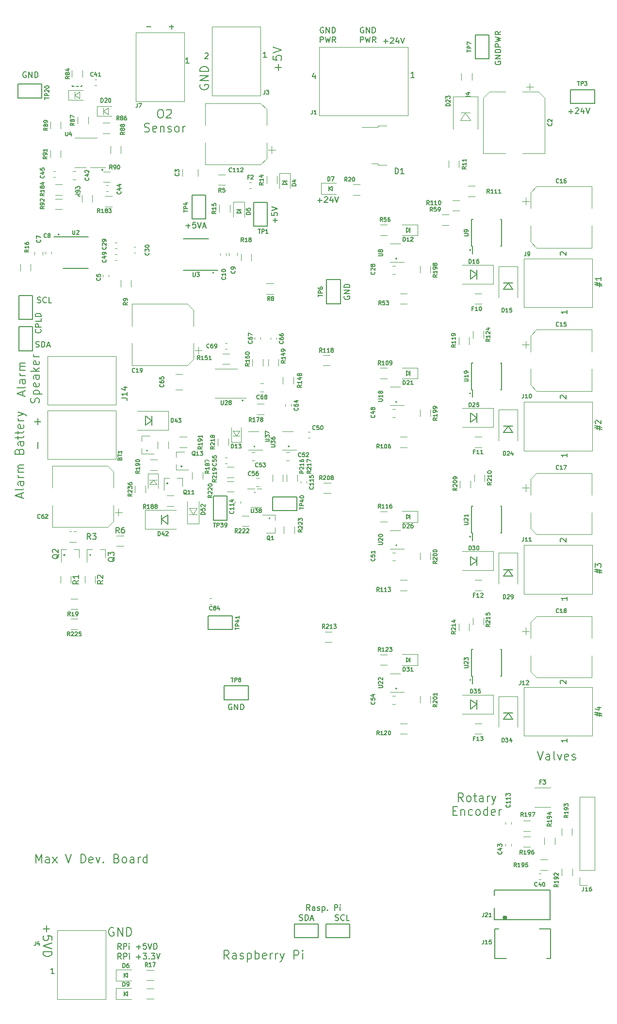
<source format=gbr>
G04 #@! TF.GenerationSoftware,KiCad,Pcbnew,(5.1.4)-1*
G04 #@! TF.CreationDate,2020-05-13T12:34:06-04:00*
G04 #@! TF.ProjectId,RPi_cape_proto,5250695f-6361-4706-955f-70726f746f2e,1.8*
G04 #@! TF.SameCoordinates,Original*
G04 #@! TF.FileFunction,Legend,Top*
G04 #@! TF.FilePolarity,Positive*
%FSLAX45Y45*%
G04 Gerber Fmt 4.5, Leading zero omitted, Abs format (unit mm)*
G04 Created by KiCad (PCBNEW (5.1.4)-1) date 2020-05-13 12:34:06*
%MOMM*%
%LPD*%
G04 APERTURE LIST*
%ADD10C,0.150000*%
%ADD11C,0.120000*%
%ADD12C,0.200000*%
%ADD13C,0.127000*%
%ADD14C,0.400000*%
%ADD15C,0.160000*%
%ADD16R,6.502000X5.902000*%
%ADD17R,2.302000X1.302000*%
%ADD18C,2.402000*%
%ADD19O,1.802000X1.802000*%
%ADD20R,1.802000X1.802000*%
%ADD21C,0.100000*%
%ADD22C,1.077000*%
%ADD23C,1.352000*%
%ADD24R,0.902000X1.002000*%
%ADD25C,0.977000*%
%ADD26C,1.652000*%
%ADD27C,1.460000*%
%ADD28R,1.460000X1.460000*%
%ADD29R,1.602000X3.102000*%
%ADD30R,2.402000X2.602000*%
%ADD31R,0.552000X0.702000*%
%ADD32R,1.162000X0.752000*%
%ADD33R,1.002000X0.902000*%
%ADD34R,1.302000X1.002000*%
%ADD35R,2.602000X1.902000*%
%ADD36R,1.902000X2.602000*%
%ADD37R,0.702000X0.552000*%
%ADD38C,0.702000*%
%ADD39R,1.902000X1.602000*%
%ADD40R,0.552000X1.552000*%
%ADD41R,1.602000X0.552000*%
%ADD42R,3.902000X2.102000*%
%ADD43R,2.102000X3.902000*%
%ADD44C,2.602000*%
%ADD45C,0.902000*%
%ADD46C,6.502000*%
%ADD47C,1.227000*%
%ADD48C,3.102000*%
%ADD49C,0.722000*%
G04 APERTURE END LIST*
D10*
X3303571Y-25867857D02*
X3303571Y-25717857D01*
X3353571Y-25825000D01*
X3403571Y-25717857D01*
X3403571Y-25867857D01*
X3539286Y-25867857D02*
X3539286Y-25789286D01*
X3532143Y-25775000D01*
X3517857Y-25767857D01*
X3489286Y-25767857D01*
X3475000Y-25775000D01*
X3539286Y-25860714D02*
X3525000Y-25867857D01*
X3489286Y-25867857D01*
X3475000Y-25860714D01*
X3467857Y-25846428D01*
X3467857Y-25832143D01*
X3475000Y-25817857D01*
X3489286Y-25810714D01*
X3525000Y-25810714D01*
X3539286Y-25803571D01*
X3596428Y-25867857D02*
X3675000Y-25767857D01*
X3596428Y-25767857D02*
X3675000Y-25867857D01*
X3825000Y-25717857D02*
X3875000Y-25867857D01*
X3925000Y-25717857D01*
X4089286Y-25867857D02*
X4089286Y-25717857D01*
X4125000Y-25717857D01*
X4146428Y-25725000D01*
X4160714Y-25739286D01*
X4167857Y-25753571D01*
X4175000Y-25782143D01*
X4175000Y-25803571D01*
X4167857Y-25832143D01*
X4160714Y-25846428D01*
X4146428Y-25860714D01*
X4125000Y-25867857D01*
X4089286Y-25867857D01*
X4296429Y-25860714D02*
X4282143Y-25867857D01*
X4253571Y-25867857D01*
X4239286Y-25860714D01*
X4232143Y-25846428D01*
X4232143Y-25789286D01*
X4239286Y-25775000D01*
X4253571Y-25767857D01*
X4282143Y-25767857D01*
X4296429Y-25775000D01*
X4303571Y-25789286D01*
X4303571Y-25803571D01*
X4232143Y-25817857D01*
X4353571Y-25767857D02*
X4389286Y-25867857D01*
X4425000Y-25767857D01*
X4482143Y-25853571D02*
X4489286Y-25860714D01*
X4482143Y-25867857D01*
X4475000Y-25860714D01*
X4482143Y-25853571D01*
X4482143Y-25867857D01*
X4717857Y-25789286D02*
X4739286Y-25796428D01*
X4746429Y-25803571D01*
X4753571Y-25817857D01*
X4753571Y-25839286D01*
X4746429Y-25853571D01*
X4739286Y-25860714D01*
X4725000Y-25867857D01*
X4667857Y-25867857D01*
X4667857Y-25717857D01*
X4717857Y-25717857D01*
X4732143Y-25725000D01*
X4739286Y-25732143D01*
X4746429Y-25746428D01*
X4746429Y-25760714D01*
X4739286Y-25775000D01*
X4732143Y-25782143D01*
X4717857Y-25789286D01*
X4667857Y-25789286D01*
X4839286Y-25867857D02*
X4825000Y-25860714D01*
X4817857Y-25853571D01*
X4810714Y-25839286D01*
X4810714Y-25796428D01*
X4817857Y-25782143D01*
X4825000Y-25775000D01*
X4839286Y-25767857D01*
X4860714Y-25767857D01*
X4875000Y-25775000D01*
X4882143Y-25782143D01*
X4889286Y-25796428D01*
X4889286Y-25839286D01*
X4882143Y-25853571D01*
X4875000Y-25860714D01*
X4860714Y-25867857D01*
X4839286Y-25867857D01*
X5017857Y-25867857D02*
X5017857Y-25789286D01*
X5010714Y-25775000D01*
X4996429Y-25767857D01*
X4967857Y-25767857D01*
X4953571Y-25775000D01*
X5017857Y-25860714D02*
X5003571Y-25867857D01*
X4967857Y-25867857D01*
X4953571Y-25860714D01*
X4946429Y-25846428D01*
X4946429Y-25832143D01*
X4953571Y-25817857D01*
X4967857Y-25810714D01*
X5003571Y-25810714D01*
X5017857Y-25803571D01*
X5089286Y-25867857D02*
X5089286Y-25767857D01*
X5089286Y-25796428D02*
X5096429Y-25782143D01*
X5103571Y-25775000D01*
X5117857Y-25767857D01*
X5132143Y-25767857D01*
X5246429Y-25867857D02*
X5246429Y-25717857D01*
X5246429Y-25860714D02*
X5232143Y-25867857D01*
X5203571Y-25867857D01*
X5189286Y-25860714D01*
X5182143Y-25853571D01*
X5175000Y-25839286D01*
X5175000Y-25796428D01*
X5182143Y-25782143D01*
X5189286Y-25775000D01*
X5203571Y-25767857D01*
X5232143Y-25767857D01*
X5246429Y-25775000D01*
X3335714Y-18639286D02*
X3335714Y-18525000D01*
X3335714Y-18225000D02*
X3335714Y-18110714D01*
X3392857Y-18167857D02*
X3278571Y-18167857D01*
X3050000Y-19492857D02*
X3050000Y-19421429D01*
X3092857Y-19507143D02*
X2942857Y-19457143D01*
X3092857Y-19407143D01*
X3092857Y-19335714D02*
X3085714Y-19350000D01*
X3071428Y-19357143D01*
X2942857Y-19357143D01*
X3092857Y-19214286D02*
X3014286Y-19214286D01*
X3000000Y-19221429D01*
X2992857Y-19235714D01*
X2992857Y-19264286D01*
X3000000Y-19278571D01*
X3085714Y-19214286D02*
X3092857Y-19228571D01*
X3092857Y-19264286D01*
X3085714Y-19278571D01*
X3071428Y-19285714D01*
X3057143Y-19285714D01*
X3042857Y-19278571D01*
X3035714Y-19264286D01*
X3035714Y-19228571D01*
X3028571Y-19214286D01*
X3092857Y-19142857D02*
X2992857Y-19142857D01*
X3021428Y-19142857D02*
X3007143Y-19135714D01*
X3000000Y-19128571D01*
X2992857Y-19114286D01*
X2992857Y-19100000D01*
X3092857Y-19050000D02*
X2992857Y-19050000D01*
X3007143Y-19050000D02*
X3000000Y-19042857D01*
X2992857Y-19028571D01*
X2992857Y-19007143D01*
X3000000Y-18992857D01*
X3014286Y-18985714D01*
X3092857Y-18985714D01*
X3014286Y-18985714D02*
X3000000Y-18978571D01*
X2992857Y-18964286D01*
X2992857Y-18942857D01*
X3000000Y-18928571D01*
X3014286Y-18921429D01*
X3092857Y-18921429D01*
X3014286Y-18685714D02*
X3021428Y-18664286D01*
X3028571Y-18657143D01*
X3042857Y-18650000D01*
X3064286Y-18650000D01*
X3078571Y-18657143D01*
X3085714Y-18664286D01*
X3092857Y-18678571D01*
X3092857Y-18735714D01*
X2942857Y-18735714D01*
X2942857Y-18685714D01*
X2950000Y-18671429D01*
X2957143Y-18664286D01*
X2971428Y-18657143D01*
X2985714Y-18657143D01*
X3000000Y-18664286D01*
X3007143Y-18671429D01*
X3014286Y-18685714D01*
X3014286Y-18735714D01*
X3092857Y-18521429D02*
X3014286Y-18521429D01*
X3000000Y-18528571D01*
X2992857Y-18542857D01*
X2992857Y-18571429D01*
X3000000Y-18585714D01*
X3085714Y-18521429D02*
X3092857Y-18535714D01*
X3092857Y-18571429D01*
X3085714Y-18585714D01*
X3071428Y-18592857D01*
X3057143Y-18592857D01*
X3042857Y-18585714D01*
X3035714Y-18571429D01*
X3035714Y-18535714D01*
X3028571Y-18521429D01*
X2992857Y-18471429D02*
X2992857Y-18414286D01*
X2942857Y-18450000D02*
X3071428Y-18450000D01*
X3085714Y-18442857D01*
X3092857Y-18428571D01*
X3092857Y-18414286D01*
X2992857Y-18385714D02*
X2992857Y-18328571D01*
X2942857Y-18364286D02*
X3071428Y-18364286D01*
X3085714Y-18357143D01*
X3092857Y-18342857D01*
X3092857Y-18328571D01*
X3085714Y-18221429D02*
X3092857Y-18235714D01*
X3092857Y-18264286D01*
X3085714Y-18278571D01*
X3071428Y-18285714D01*
X3014286Y-18285714D01*
X3000000Y-18278571D01*
X2992857Y-18264286D01*
X2992857Y-18235714D01*
X3000000Y-18221429D01*
X3014286Y-18214286D01*
X3028571Y-18214286D01*
X3042857Y-18285714D01*
X3092857Y-18150000D02*
X2992857Y-18150000D01*
X3021428Y-18150000D02*
X3007143Y-18142857D01*
X3000000Y-18135714D01*
X2992857Y-18121429D01*
X2992857Y-18107143D01*
X2992857Y-18071429D02*
X3092857Y-18035714D01*
X2992857Y-18000000D02*
X3092857Y-18035714D01*
X3128571Y-18050000D01*
X3135714Y-18057143D01*
X3142857Y-18071429D01*
X5464286Y-12722857D02*
X5492857Y-12722857D01*
X5507143Y-12730000D01*
X5521429Y-12744286D01*
X5528571Y-12772857D01*
X5528571Y-12822857D01*
X5521429Y-12851428D01*
X5507143Y-12865714D01*
X5492857Y-12872857D01*
X5464286Y-12872857D01*
X5450000Y-12865714D01*
X5435714Y-12851428D01*
X5428571Y-12822857D01*
X5428571Y-12772857D01*
X5435714Y-12744286D01*
X5450000Y-12730000D01*
X5464286Y-12722857D01*
X5585714Y-12737143D02*
X5592857Y-12730000D01*
X5607143Y-12722857D01*
X5642857Y-12722857D01*
X5657143Y-12730000D01*
X5664286Y-12737143D01*
X5671428Y-12751428D01*
X5671428Y-12765714D01*
X5664286Y-12787143D01*
X5578571Y-12872857D01*
X5671428Y-12872857D01*
X5200000Y-13105714D02*
X5221429Y-13112857D01*
X5257143Y-13112857D01*
X5271429Y-13105714D01*
X5278571Y-13098571D01*
X5285714Y-13084286D01*
X5285714Y-13070000D01*
X5278571Y-13055714D01*
X5271429Y-13048571D01*
X5257143Y-13041428D01*
X5228571Y-13034286D01*
X5214286Y-13027143D01*
X5207143Y-13020000D01*
X5200000Y-13005714D01*
X5200000Y-12991428D01*
X5207143Y-12977143D01*
X5214286Y-12970000D01*
X5228571Y-12962857D01*
X5264286Y-12962857D01*
X5285714Y-12970000D01*
X5407143Y-13105714D02*
X5392857Y-13112857D01*
X5364286Y-13112857D01*
X5350000Y-13105714D01*
X5342857Y-13091428D01*
X5342857Y-13034286D01*
X5350000Y-13020000D01*
X5364286Y-13012857D01*
X5392857Y-13012857D01*
X5407143Y-13020000D01*
X5414286Y-13034286D01*
X5414286Y-13048571D01*
X5342857Y-13062857D01*
X5478571Y-13012857D02*
X5478571Y-13112857D01*
X5478571Y-13027143D02*
X5485714Y-13020000D01*
X5500000Y-13012857D01*
X5521429Y-13012857D01*
X5535714Y-13020000D01*
X5542857Y-13034286D01*
X5542857Y-13112857D01*
X5607143Y-13105714D02*
X5621428Y-13112857D01*
X5650000Y-13112857D01*
X5664286Y-13105714D01*
X5671428Y-13091428D01*
X5671428Y-13084286D01*
X5664286Y-13070000D01*
X5650000Y-13062857D01*
X5628571Y-13062857D01*
X5614286Y-13055714D01*
X5607143Y-13041428D01*
X5607143Y-13034286D01*
X5614286Y-13020000D01*
X5628571Y-13012857D01*
X5650000Y-13012857D01*
X5664286Y-13020000D01*
X5757143Y-13112857D02*
X5742857Y-13105714D01*
X5735714Y-13098571D01*
X5728571Y-13084286D01*
X5728571Y-13041428D01*
X5735714Y-13027143D01*
X5742857Y-13020000D01*
X5757143Y-13012857D01*
X5778571Y-13012857D01*
X5792857Y-13020000D01*
X5800000Y-13027143D01*
X5807143Y-13041428D01*
X5807143Y-13084286D01*
X5800000Y-13098571D01*
X5792857Y-13105714D01*
X5778571Y-13112857D01*
X5757143Y-13112857D01*
X5871428Y-13112857D02*
X5871428Y-13012857D01*
X5871428Y-13041428D02*
X5878571Y-13027143D01*
X5885714Y-13020000D01*
X5900000Y-13012857D01*
X5914286Y-13012857D01*
X13103571Y-23303571D02*
X13103571Y-23232143D01*
X13060714Y-23275000D02*
X13189286Y-23303571D01*
X13146428Y-23241667D02*
X13146428Y-23313095D01*
X13189286Y-23270238D02*
X13060714Y-23241667D01*
X13103571Y-23155952D02*
X13170238Y-23155952D01*
X13065476Y-23179762D02*
X13136905Y-23203571D01*
X13136905Y-23141667D01*
X13103571Y-20803571D02*
X13103571Y-20732143D01*
X13060714Y-20775000D02*
X13189286Y-20803571D01*
X13146428Y-20741667D02*
X13146428Y-20813095D01*
X13189286Y-20770238D02*
X13060714Y-20741667D01*
X13070238Y-20708333D02*
X13070238Y-20646429D01*
X13108333Y-20679762D01*
X13108333Y-20665476D01*
X13113095Y-20655952D01*
X13117857Y-20651190D01*
X13127381Y-20646429D01*
X13151190Y-20646429D01*
X13160714Y-20651190D01*
X13165476Y-20655952D01*
X13170238Y-20665476D01*
X13170238Y-20694048D01*
X13165476Y-20703571D01*
X13160714Y-20708333D01*
X13103571Y-18303571D02*
X13103571Y-18232143D01*
X13060714Y-18275000D02*
X13189286Y-18303571D01*
X13146428Y-18241667D02*
X13146428Y-18313095D01*
X13189286Y-18270238D02*
X13060714Y-18241667D01*
X13079762Y-18203571D02*
X13075000Y-18198810D01*
X13070238Y-18189286D01*
X13070238Y-18165476D01*
X13075000Y-18155952D01*
X13079762Y-18151190D01*
X13089286Y-18146429D01*
X13098809Y-18146429D01*
X13113095Y-18151190D01*
X13170238Y-18208333D01*
X13170238Y-18146429D01*
X8530952Y-26865476D02*
X8545238Y-26870238D01*
X8569048Y-26870238D01*
X8578571Y-26865476D01*
X8583333Y-26860714D01*
X8588095Y-26851190D01*
X8588095Y-26841667D01*
X8583333Y-26832143D01*
X8578571Y-26827381D01*
X8569048Y-26822619D01*
X8550000Y-26817857D01*
X8540476Y-26813095D01*
X8535714Y-26808333D01*
X8530952Y-26798809D01*
X8530952Y-26789286D01*
X8535714Y-26779762D01*
X8540476Y-26775000D01*
X8550000Y-26770238D01*
X8573810Y-26770238D01*
X8588095Y-26775000D01*
X8688095Y-26860714D02*
X8683333Y-26865476D01*
X8669048Y-26870238D01*
X8659524Y-26870238D01*
X8645238Y-26865476D01*
X8635714Y-26855952D01*
X8630952Y-26846428D01*
X8626190Y-26827381D01*
X8626190Y-26813095D01*
X8630952Y-26794048D01*
X8635714Y-26784524D01*
X8645238Y-26775000D01*
X8659524Y-26770238D01*
X8669048Y-26770238D01*
X8683333Y-26775000D01*
X8688095Y-26779762D01*
X8778571Y-26870238D02*
X8730952Y-26870238D01*
X8730952Y-26770238D01*
X7903571Y-26865476D02*
X7917857Y-26870238D01*
X7941667Y-26870238D01*
X7951190Y-26865476D01*
X7955952Y-26860714D01*
X7960714Y-26851190D01*
X7960714Y-26841667D01*
X7955952Y-26832143D01*
X7951190Y-26827381D01*
X7941667Y-26822619D01*
X7922619Y-26817857D01*
X7913095Y-26813095D01*
X7908333Y-26808333D01*
X7903571Y-26798809D01*
X7903571Y-26789286D01*
X7908333Y-26779762D01*
X7913095Y-26775000D01*
X7922619Y-26770238D01*
X7946428Y-26770238D01*
X7960714Y-26775000D01*
X8003571Y-26870238D02*
X8003571Y-26770238D01*
X8027381Y-26770238D01*
X8041667Y-26775000D01*
X8051190Y-26784524D01*
X8055952Y-26794048D01*
X8060714Y-26813095D01*
X8060714Y-26827381D01*
X8055952Y-26846428D01*
X8051190Y-26855952D01*
X8041667Y-26865476D01*
X8027381Y-26870238D01*
X8003571Y-26870238D01*
X8098809Y-26841667D02*
X8146428Y-26841667D01*
X8089286Y-26870238D02*
X8122619Y-26770238D01*
X8155952Y-26870238D01*
X8089286Y-26695238D02*
X8055952Y-26647619D01*
X8032143Y-26695238D02*
X8032143Y-26595238D01*
X8070238Y-26595238D01*
X8079762Y-26600000D01*
X8084524Y-26604762D01*
X8089286Y-26614286D01*
X8089286Y-26628571D01*
X8084524Y-26638095D01*
X8079762Y-26642857D01*
X8070238Y-26647619D01*
X8032143Y-26647619D01*
X8175000Y-26695238D02*
X8175000Y-26642857D01*
X8170238Y-26633333D01*
X8160714Y-26628571D01*
X8141667Y-26628571D01*
X8132143Y-26633333D01*
X8175000Y-26690476D02*
X8165476Y-26695238D01*
X8141667Y-26695238D01*
X8132143Y-26690476D01*
X8127381Y-26680952D01*
X8127381Y-26671428D01*
X8132143Y-26661905D01*
X8141667Y-26657143D01*
X8165476Y-26657143D01*
X8175000Y-26652381D01*
X8217857Y-26690476D02*
X8227381Y-26695238D01*
X8246428Y-26695238D01*
X8255952Y-26690476D01*
X8260714Y-26680952D01*
X8260714Y-26676190D01*
X8255952Y-26666667D01*
X8246428Y-26661905D01*
X8232143Y-26661905D01*
X8222619Y-26657143D01*
X8217857Y-26647619D01*
X8217857Y-26642857D01*
X8222619Y-26633333D01*
X8232143Y-26628571D01*
X8246428Y-26628571D01*
X8255952Y-26633333D01*
X8303571Y-26628571D02*
X8303571Y-26728571D01*
X8303571Y-26633333D02*
X8313095Y-26628571D01*
X8332143Y-26628571D01*
X8341667Y-26633333D01*
X8346428Y-26638095D01*
X8351190Y-26647619D01*
X8351190Y-26676190D01*
X8346428Y-26685714D01*
X8341667Y-26690476D01*
X8332143Y-26695238D01*
X8313095Y-26695238D01*
X8303571Y-26690476D01*
X8394048Y-26685714D02*
X8398810Y-26690476D01*
X8394048Y-26695238D01*
X8389286Y-26690476D01*
X8394048Y-26685714D01*
X8394048Y-26695238D01*
X8517857Y-26695238D02*
X8517857Y-26595238D01*
X8555952Y-26595238D01*
X8565476Y-26600000D01*
X8570238Y-26604762D01*
X8575000Y-26614286D01*
X8575000Y-26628571D01*
X8570238Y-26638095D01*
X8565476Y-26642857D01*
X8555952Y-26647619D01*
X8517857Y-26647619D01*
X8617857Y-26695238D02*
X8617857Y-26628571D01*
X8617857Y-26595238D02*
X8613095Y-26600000D01*
X8617857Y-26604762D01*
X8622619Y-26600000D01*
X8617857Y-26595238D01*
X8617857Y-26604762D01*
X6723809Y-23100000D02*
X6714286Y-23095238D01*
X6700000Y-23095238D01*
X6685714Y-23100000D01*
X6676190Y-23109524D01*
X6671428Y-23119048D01*
X6666667Y-23138095D01*
X6666667Y-23152381D01*
X6671428Y-23171428D01*
X6676190Y-23180952D01*
X6685714Y-23190476D01*
X6700000Y-23195238D01*
X6709524Y-23195238D01*
X6723809Y-23190476D01*
X6728571Y-23185714D01*
X6728571Y-23152381D01*
X6709524Y-23152381D01*
X6771428Y-23195238D02*
X6771428Y-23095238D01*
X6828571Y-23195238D01*
X6828571Y-23095238D01*
X6876190Y-23195238D02*
X6876190Y-23095238D01*
X6900000Y-23095238D01*
X6914286Y-23100000D01*
X6923809Y-23109524D01*
X6928571Y-23119048D01*
X6933333Y-23138095D01*
X6933333Y-23152381D01*
X6928571Y-23171428D01*
X6923809Y-23180952D01*
X6914286Y-23190476D01*
X6900000Y-23195238D01*
X6876190Y-23195238D01*
X3385714Y-16559524D02*
X3390476Y-16564286D01*
X3395238Y-16578571D01*
X3395238Y-16588095D01*
X3390476Y-16602381D01*
X3380952Y-16611905D01*
X3371428Y-16616667D01*
X3352381Y-16621428D01*
X3338095Y-16621428D01*
X3319048Y-16616667D01*
X3309524Y-16611905D01*
X3300000Y-16602381D01*
X3295238Y-16588095D01*
X3295238Y-16578571D01*
X3300000Y-16564286D01*
X3304762Y-16559524D01*
X3395238Y-16516667D02*
X3295238Y-16516667D01*
X3295238Y-16478571D01*
X3300000Y-16469048D01*
X3304762Y-16464286D01*
X3314286Y-16459524D01*
X3328571Y-16459524D01*
X3338095Y-16464286D01*
X3342857Y-16469048D01*
X3347619Y-16478571D01*
X3347619Y-16516667D01*
X3395238Y-16369048D02*
X3395238Y-16416667D01*
X3295238Y-16416667D01*
X3395238Y-16335714D02*
X3295238Y-16335714D01*
X3295238Y-16311905D01*
X3300000Y-16297619D01*
X3309524Y-16288095D01*
X3319048Y-16283333D01*
X3338095Y-16278571D01*
X3352381Y-16278571D01*
X3371428Y-16283333D01*
X3380952Y-16288095D01*
X3390476Y-16297619D01*
X3395238Y-16311905D01*
X3395238Y-16335714D01*
X3330952Y-16090476D02*
X3345238Y-16095238D01*
X3369048Y-16095238D01*
X3378571Y-16090476D01*
X3383333Y-16085714D01*
X3388095Y-16076190D01*
X3388095Y-16066667D01*
X3383333Y-16057143D01*
X3378571Y-16052381D01*
X3369048Y-16047619D01*
X3350000Y-16042857D01*
X3340476Y-16038095D01*
X3335714Y-16033333D01*
X3330952Y-16023809D01*
X3330952Y-16014286D01*
X3335714Y-16004762D01*
X3340476Y-16000000D01*
X3350000Y-15995238D01*
X3373809Y-15995238D01*
X3388095Y-16000000D01*
X3488095Y-16085714D02*
X3483333Y-16090476D01*
X3469048Y-16095238D01*
X3459524Y-16095238D01*
X3445238Y-16090476D01*
X3435714Y-16080952D01*
X3430952Y-16071428D01*
X3426190Y-16052381D01*
X3426190Y-16038095D01*
X3430952Y-16019048D01*
X3435714Y-16009524D01*
X3445238Y-16000000D01*
X3459524Y-15995238D01*
X3469048Y-15995238D01*
X3483333Y-16000000D01*
X3488095Y-16004762D01*
X3578571Y-16095238D02*
X3530952Y-16095238D01*
X3530952Y-15995238D01*
X3303571Y-16865476D02*
X3317857Y-16870238D01*
X3341667Y-16870238D01*
X3351190Y-16865476D01*
X3355952Y-16860714D01*
X3360714Y-16851190D01*
X3360714Y-16841667D01*
X3355952Y-16832143D01*
X3351190Y-16827381D01*
X3341667Y-16822619D01*
X3322619Y-16817857D01*
X3313095Y-16813095D01*
X3308333Y-16808333D01*
X3303571Y-16798810D01*
X3303571Y-16789286D01*
X3308333Y-16779762D01*
X3313095Y-16775000D01*
X3322619Y-16770238D01*
X3346428Y-16770238D01*
X3360714Y-16775000D01*
X3403571Y-16870238D02*
X3403571Y-16770238D01*
X3427381Y-16770238D01*
X3441667Y-16775000D01*
X3451190Y-16784524D01*
X3455952Y-16794048D01*
X3460714Y-16813095D01*
X3460714Y-16827381D01*
X3455952Y-16846429D01*
X3451190Y-16855952D01*
X3441667Y-16865476D01*
X3427381Y-16870238D01*
X3403571Y-16870238D01*
X3498809Y-16841667D02*
X3546428Y-16841667D01*
X3489286Y-16870238D02*
X3522619Y-16770238D01*
X3555952Y-16870238D01*
X3080000Y-17714286D02*
X3080000Y-17642857D01*
X3122857Y-17728571D02*
X2972857Y-17678571D01*
X3122857Y-17628571D01*
X3122857Y-17557143D02*
X3115714Y-17571429D01*
X3101428Y-17578571D01*
X2972857Y-17578571D01*
X3122857Y-17435714D02*
X3044286Y-17435714D01*
X3030000Y-17442857D01*
X3022857Y-17457143D01*
X3022857Y-17485714D01*
X3030000Y-17500000D01*
X3115714Y-17435714D02*
X3122857Y-17450000D01*
X3122857Y-17485714D01*
X3115714Y-17500000D01*
X3101428Y-17507143D01*
X3087143Y-17507143D01*
X3072857Y-17500000D01*
X3065714Y-17485714D01*
X3065714Y-17450000D01*
X3058571Y-17435714D01*
X3122857Y-17364286D02*
X3022857Y-17364286D01*
X3051428Y-17364286D02*
X3037143Y-17357143D01*
X3030000Y-17350000D01*
X3022857Y-17335714D01*
X3022857Y-17321429D01*
X3122857Y-17271429D02*
X3022857Y-17271429D01*
X3037143Y-17271429D02*
X3030000Y-17264286D01*
X3022857Y-17250000D01*
X3022857Y-17228571D01*
X3030000Y-17214286D01*
X3044286Y-17207143D01*
X3122857Y-17207143D01*
X3044286Y-17207143D02*
X3030000Y-17200000D01*
X3022857Y-17185714D01*
X3022857Y-17164286D01*
X3030000Y-17150000D01*
X3044286Y-17142857D01*
X3122857Y-17142857D01*
X3355714Y-17839286D02*
X3362857Y-17817857D01*
X3362857Y-17782143D01*
X3355714Y-17767857D01*
X3348571Y-17760714D01*
X3334286Y-17753571D01*
X3320000Y-17753571D01*
X3305714Y-17760714D01*
X3298571Y-17767857D01*
X3291428Y-17782143D01*
X3284286Y-17810714D01*
X3277143Y-17825000D01*
X3270000Y-17832143D01*
X3255714Y-17839286D01*
X3241428Y-17839286D01*
X3227143Y-17832143D01*
X3220000Y-17825000D01*
X3212857Y-17810714D01*
X3212857Y-17775000D01*
X3220000Y-17753571D01*
X3262857Y-17689286D02*
X3412857Y-17689286D01*
X3270000Y-17689286D02*
X3262857Y-17675000D01*
X3262857Y-17646429D01*
X3270000Y-17632143D01*
X3277143Y-17625000D01*
X3291428Y-17617857D01*
X3334286Y-17617857D01*
X3348571Y-17625000D01*
X3355714Y-17632143D01*
X3362857Y-17646429D01*
X3362857Y-17675000D01*
X3355714Y-17689286D01*
X3355714Y-17496429D02*
X3362857Y-17510714D01*
X3362857Y-17539286D01*
X3355714Y-17553571D01*
X3341428Y-17560714D01*
X3284286Y-17560714D01*
X3270000Y-17553571D01*
X3262857Y-17539286D01*
X3262857Y-17510714D01*
X3270000Y-17496429D01*
X3284286Y-17489286D01*
X3298571Y-17489286D01*
X3312857Y-17560714D01*
X3362857Y-17360714D02*
X3284286Y-17360714D01*
X3270000Y-17367857D01*
X3262857Y-17382143D01*
X3262857Y-17410714D01*
X3270000Y-17425000D01*
X3355714Y-17360714D02*
X3362857Y-17375000D01*
X3362857Y-17410714D01*
X3355714Y-17425000D01*
X3341428Y-17432143D01*
X3327143Y-17432143D01*
X3312857Y-17425000D01*
X3305714Y-17410714D01*
X3305714Y-17375000D01*
X3298571Y-17360714D01*
X3362857Y-17289286D02*
X3212857Y-17289286D01*
X3305714Y-17275000D02*
X3362857Y-17232143D01*
X3262857Y-17232143D02*
X3320000Y-17289286D01*
X3355714Y-17110714D02*
X3362857Y-17125000D01*
X3362857Y-17153571D01*
X3355714Y-17167857D01*
X3341428Y-17175000D01*
X3284286Y-17175000D01*
X3270000Y-17167857D01*
X3262857Y-17153571D01*
X3262857Y-17125000D01*
X3270000Y-17110714D01*
X3284286Y-17103571D01*
X3298571Y-17103571D01*
X3312857Y-17175000D01*
X3362857Y-17039286D02*
X3262857Y-17039286D01*
X3291428Y-17039286D02*
X3277143Y-17032143D01*
X3270000Y-17025000D01*
X3262857Y-17010714D01*
X3262857Y-16996429D01*
X9373810Y-11532143D02*
X9450000Y-11532143D01*
X9411905Y-11570238D02*
X9411905Y-11494048D01*
X9492857Y-11479762D02*
X9497619Y-11475000D01*
X9507143Y-11470238D01*
X9530952Y-11470238D01*
X9540476Y-11475000D01*
X9545238Y-11479762D01*
X9550000Y-11489286D01*
X9550000Y-11498809D01*
X9545238Y-11513095D01*
X9488095Y-11570238D01*
X9550000Y-11570238D01*
X9635714Y-11503571D02*
X9635714Y-11570238D01*
X9611905Y-11465476D02*
X9588095Y-11536905D01*
X9650000Y-11536905D01*
X9673810Y-11470238D02*
X9707143Y-11570238D01*
X9740476Y-11470238D01*
X9023810Y-11292500D02*
X9014286Y-11287738D01*
X9000000Y-11287738D01*
X8985714Y-11292500D01*
X8976190Y-11302024D01*
X8971429Y-11311548D01*
X8966667Y-11330595D01*
X8966667Y-11344881D01*
X8971429Y-11363928D01*
X8976190Y-11373452D01*
X8985714Y-11382976D01*
X9000000Y-11387738D01*
X9009524Y-11387738D01*
X9023810Y-11382976D01*
X9028571Y-11378214D01*
X9028571Y-11344881D01*
X9009524Y-11344881D01*
X9071429Y-11387738D02*
X9071429Y-11287738D01*
X9128571Y-11387738D01*
X9128571Y-11287738D01*
X9176190Y-11387738D02*
X9176190Y-11287738D01*
X9200000Y-11287738D01*
X9214286Y-11292500D01*
X9223810Y-11302024D01*
X9228571Y-11311548D01*
X9233333Y-11330595D01*
X9233333Y-11344881D01*
X9228571Y-11363928D01*
X9223810Y-11373452D01*
X9214286Y-11382976D01*
X9200000Y-11387738D01*
X9176190Y-11387738D01*
X8966667Y-11552738D02*
X8966667Y-11452738D01*
X9004762Y-11452738D01*
X9014286Y-11457500D01*
X9019048Y-11462262D01*
X9023810Y-11471786D01*
X9023810Y-11486071D01*
X9019048Y-11495595D01*
X9014286Y-11500357D01*
X9004762Y-11505119D01*
X8966667Y-11505119D01*
X9057143Y-11452738D02*
X9080952Y-11552738D01*
X9100000Y-11481309D01*
X9119048Y-11552738D01*
X9142857Y-11452738D01*
X9238095Y-11552738D02*
X9204762Y-11505119D01*
X9180952Y-11552738D02*
X9180952Y-11452738D01*
X9219048Y-11452738D01*
X9228571Y-11457500D01*
X9233333Y-11462262D01*
X9238095Y-11471786D01*
X9238095Y-11486071D01*
X9233333Y-11495595D01*
X9228571Y-11500357D01*
X9219048Y-11505119D01*
X9180952Y-11505119D01*
X8323809Y-11292500D02*
X8314286Y-11287738D01*
X8300000Y-11287738D01*
X8285714Y-11292500D01*
X8276190Y-11302024D01*
X8271428Y-11311548D01*
X8266667Y-11330595D01*
X8266667Y-11344881D01*
X8271428Y-11363928D01*
X8276190Y-11373452D01*
X8285714Y-11382976D01*
X8300000Y-11387738D01*
X8309524Y-11387738D01*
X8323809Y-11382976D01*
X8328571Y-11378214D01*
X8328571Y-11344881D01*
X8309524Y-11344881D01*
X8371428Y-11387738D02*
X8371428Y-11287738D01*
X8428571Y-11387738D01*
X8428571Y-11287738D01*
X8476190Y-11387738D02*
X8476190Y-11287738D01*
X8500000Y-11287738D01*
X8514286Y-11292500D01*
X8523810Y-11302024D01*
X8528571Y-11311548D01*
X8533333Y-11330595D01*
X8533333Y-11344881D01*
X8528571Y-11363928D01*
X8523810Y-11373452D01*
X8514286Y-11382976D01*
X8500000Y-11387738D01*
X8476190Y-11387738D01*
X8266667Y-11552738D02*
X8266667Y-11452738D01*
X8304762Y-11452738D01*
X8314286Y-11457500D01*
X8319048Y-11462262D01*
X8323809Y-11471786D01*
X8323809Y-11486071D01*
X8319048Y-11495595D01*
X8314286Y-11500357D01*
X8304762Y-11505119D01*
X8266667Y-11505119D01*
X8357143Y-11452738D02*
X8380952Y-11552738D01*
X8400000Y-11481309D01*
X8419048Y-11552738D01*
X8442857Y-11452738D01*
X8538095Y-11552738D02*
X8504762Y-11505119D01*
X8480952Y-11552738D02*
X8480952Y-11452738D01*
X8519048Y-11452738D01*
X8528571Y-11457500D01*
X8533333Y-11462262D01*
X8538095Y-11471786D01*
X8538095Y-11486071D01*
X8533333Y-11495595D01*
X8528571Y-11500357D01*
X8519048Y-11505119D01*
X8480952Y-11505119D01*
X7535714Y-12042857D02*
X7535714Y-11928571D01*
X7592857Y-11985714D02*
X7478571Y-11985714D01*
X7442857Y-11785714D02*
X7442857Y-11857143D01*
X7514286Y-11864286D01*
X7507143Y-11857143D01*
X7500000Y-11842857D01*
X7500000Y-11807143D01*
X7507143Y-11792857D01*
X7514286Y-11785714D01*
X7528571Y-11778571D01*
X7564286Y-11778571D01*
X7578571Y-11785714D01*
X7585714Y-11792857D01*
X7592857Y-11807143D01*
X7592857Y-11842857D01*
X7585714Y-11857143D01*
X7578571Y-11864286D01*
X7442857Y-11735714D02*
X7592857Y-11685714D01*
X7442857Y-11635714D01*
X6175000Y-12289286D02*
X6167857Y-12303571D01*
X6167857Y-12325000D01*
X6175000Y-12346428D01*
X6189286Y-12360714D01*
X6203571Y-12367857D01*
X6232143Y-12375000D01*
X6253571Y-12375000D01*
X6282143Y-12367857D01*
X6296428Y-12360714D01*
X6310714Y-12346428D01*
X6317857Y-12325000D01*
X6317857Y-12310714D01*
X6310714Y-12289286D01*
X6303571Y-12282143D01*
X6253571Y-12282143D01*
X6253571Y-12310714D01*
X6317857Y-12217857D02*
X6167857Y-12217857D01*
X6317857Y-12132143D01*
X6167857Y-12132143D01*
X6317857Y-12060714D02*
X6167857Y-12060714D01*
X6167857Y-12025000D01*
X6175000Y-12003571D01*
X6189286Y-11989286D01*
X6203571Y-11982143D01*
X6232143Y-11975000D01*
X6253571Y-11975000D01*
X6282143Y-11982143D01*
X6296428Y-11989286D01*
X6310714Y-12003571D01*
X6317857Y-12025000D01*
X6317857Y-12060714D01*
X4660714Y-27000000D02*
X4646429Y-26992857D01*
X4625000Y-26992857D01*
X4603571Y-27000000D01*
X4589286Y-27014286D01*
X4582143Y-27028571D01*
X4575000Y-27057143D01*
X4575000Y-27078571D01*
X4582143Y-27107143D01*
X4589286Y-27121428D01*
X4603571Y-27135714D01*
X4625000Y-27142857D01*
X4639286Y-27142857D01*
X4660714Y-27135714D01*
X4667857Y-27128571D01*
X4667857Y-27078571D01*
X4639286Y-27078571D01*
X4732143Y-27142857D02*
X4732143Y-26992857D01*
X4817857Y-27142857D01*
X4817857Y-26992857D01*
X4889286Y-27142857D02*
X4889286Y-26992857D01*
X4925000Y-26992857D01*
X4946429Y-27000000D01*
X4960714Y-27014286D01*
X4967857Y-27028571D01*
X4975000Y-27057143D01*
X4975000Y-27078571D01*
X4967857Y-27107143D01*
X4960714Y-27121428D01*
X4946429Y-27135714D01*
X4925000Y-27142857D01*
X4889286Y-27142857D01*
X3489286Y-26957143D02*
X3489286Y-27071428D01*
X3432143Y-27014286D02*
X3546428Y-27014286D01*
X3582143Y-27214286D02*
X3582143Y-27142857D01*
X3510714Y-27135714D01*
X3517857Y-27142857D01*
X3525000Y-27157143D01*
X3525000Y-27192857D01*
X3517857Y-27207143D01*
X3510714Y-27214286D01*
X3496428Y-27221428D01*
X3460714Y-27221428D01*
X3446428Y-27214286D01*
X3439286Y-27207143D01*
X3432143Y-27192857D01*
X3432143Y-27157143D01*
X3439286Y-27142857D01*
X3446428Y-27135714D01*
X3582143Y-27264286D02*
X3432143Y-27314286D01*
X3582143Y-27364286D01*
X3432143Y-27414286D02*
X3582143Y-27414286D01*
X3582143Y-27450000D01*
X3575000Y-27471428D01*
X3560714Y-27485714D01*
X3546428Y-27492857D01*
X3517857Y-27500000D01*
X3496428Y-27500000D01*
X3467857Y-27492857D01*
X3453571Y-27485714D01*
X3439286Y-27471428D01*
X3432143Y-27450000D01*
X3432143Y-27414286D01*
X5636905Y-11282143D02*
X5713095Y-11282143D01*
X5675000Y-11320238D02*
X5675000Y-11244048D01*
X5236905Y-11282143D02*
X5313095Y-11282143D01*
X13103571Y-15803571D02*
X13103571Y-15732143D01*
X13060714Y-15775000D02*
X13189286Y-15803571D01*
X13146428Y-15741667D02*
X13146428Y-15813095D01*
X13189286Y-15770238D02*
X13060714Y-15741667D01*
X13170238Y-15646428D02*
X13170238Y-15703571D01*
X13170238Y-15675000D02*
X13070238Y-15675000D01*
X13084524Y-15684524D01*
X13094048Y-15694048D01*
X13098809Y-15703571D01*
X12060714Y-23917857D02*
X12110714Y-24067857D01*
X12160714Y-23917857D01*
X12275000Y-24067857D02*
X12275000Y-23989286D01*
X12267857Y-23975000D01*
X12253571Y-23967857D01*
X12225000Y-23967857D01*
X12210714Y-23975000D01*
X12275000Y-24060714D02*
X12260714Y-24067857D01*
X12225000Y-24067857D01*
X12210714Y-24060714D01*
X12203571Y-24046428D01*
X12203571Y-24032143D01*
X12210714Y-24017857D01*
X12225000Y-24010714D01*
X12260714Y-24010714D01*
X12275000Y-24003571D01*
X12367857Y-24067857D02*
X12353571Y-24060714D01*
X12346428Y-24046428D01*
X12346428Y-23917857D01*
X12410714Y-23967857D02*
X12446428Y-24067857D01*
X12482143Y-23967857D01*
X12596428Y-24060714D02*
X12582143Y-24067857D01*
X12553571Y-24067857D01*
X12539286Y-24060714D01*
X12532143Y-24046428D01*
X12532143Y-23989286D01*
X12539286Y-23975000D01*
X12553571Y-23967857D01*
X12582143Y-23967857D01*
X12596428Y-23975000D01*
X12603571Y-23989286D01*
X12603571Y-24003571D01*
X12532143Y-24017857D01*
X12660714Y-24060714D02*
X12675000Y-24067857D01*
X12703571Y-24067857D01*
X12717857Y-24060714D01*
X12725000Y-24046428D01*
X12725000Y-24039286D01*
X12717857Y-24025000D01*
X12703571Y-24017857D01*
X12682143Y-24017857D01*
X12667857Y-24010714D01*
X12660714Y-23996428D01*
X12660714Y-23989286D01*
X12667857Y-23975000D01*
X12682143Y-23967857D01*
X12703571Y-23967857D01*
X12717857Y-23975000D01*
X10764286Y-24797857D02*
X10714286Y-24726428D01*
X10678571Y-24797857D02*
X10678571Y-24647857D01*
X10735714Y-24647857D01*
X10750000Y-24655000D01*
X10757143Y-24662143D01*
X10764286Y-24676428D01*
X10764286Y-24697857D01*
X10757143Y-24712143D01*
X10750000Y-24719286D01*
X10735714Y-24726428D01*
X10678571Y-24726428D01*
X10850000Y-24797857D02*
X10835714Y-24790714D01*
X10828571Y-24783571D01*
X10821429Y-24769286D01*
X10821429Y-24726428D01*
X10828571Y-24712143D01*
X10835714Y-24705000D01*
X10850000Y-24697857D01*
X10871429Y-24697857D01*
X10885714Y-24705000D01*
X10892857Y-24712143D01*
X10900000Y-24726428D01*
X10900000Y-24769286D01*
X10892857Y-24783571D01*
X10885714Y-24790714D01*
X10871429Y-24797857D01*
X10850000Y-24797857D01*
X10942857Y-24697857D02*
X11000000Y-24697857D01*
X10964286Y-24647857D02*
X10964286Y-24776428D01*
X10971429Y-24790714D01*
X10985714Y-24797857D01*
X11000000Y-24797857D01*
X11114286Y-24797857D02*
X11114286Y-24719286D01*
X11107143Y-24705000D01*
X11092857Y-24697857D01*
X11064286Y-24697857D01*
X11050000Y-24705000D01*
X11114286Y-24790714D02*
X11100000Y-24797857D01*
X11064286Y-24797857D01*
X11050000Y-24790714D01*
X11042857Y-24776428D01*
X11042857Y-24762143D01*
X11050000Y-24747857D01*
X11064286Y-24740714D01*
X11100000Y-24740714D01*
X11114286Y-24733571D01*
X11185714Y-24797857D02*
X11185714Y-24697857D01*
X11185714Y-24726428D02*
X11192857Y-24712143D01*
X11200000Y-24705000D01*
X11214286Y-24697857D01*
X11228571Y-24697857D01*
X11264286Y-24697857D02*
X11300000Y-24797857D01*
X11335714Y-24697857D02*
X11300000Y-24797857D01*
X11285714Y-24833571D01*
X11278571Y-24840714D01*
X11264286Y-24847857D01*
X10589286Y-24959286D02*
X10639286Y-24959286D01*
X10660714Y-25037857D02*
X10589286Y-25037857D01*
X10589286Y-24887857D01*
X10660714Y-24887857D01*
X10725000Y-24937857D02*
X10725000Y-25037857D01*
X10725000Y-24952143D02*
X10732143Y-24945000D01*
X10746429Y-24937857D01*
X10767857Y-24937857D01*
X10782143Y-24945000D01*
X10789286Y-24959286D01*
X10789286Y-25037857D01*
X10925000Y-25030714D02*
X10910714Y-25037857D01*
X10882143Y-25037857D01*
X10867857Y-25030714D01*
X10860714Y-25023571D01*
X10853571Y-25009286D01*
X10853571Y-24966428D01*
X10860714Y-24952143D01*
X10867857Y-24945000D01*
X10882143Y-24937857D01*
X10910714Y-24937857D01*
X10925000Y-24945000D01*
X11010714Y-25037857D02*
X10996429Y-25030714D01*
X10989286Y-25023571D01*
X10982143Y-25009286D01*
X10982143Y-24966428D01*
X10989286Y-24952143D01*
X10996429Y-24945000D01*
X11010714Y-24937857D01*
X11032143Y-24937857D01*
X11046429Y-24945000D01*
X11053571Y-24952143D01*
X11060714Y-24966428D01*
X11060714Y-25009286D01*
X11053571Y-25023571D01*
X11046429Y-25030714D01*
X11032143Y-25037857D01*
X11010714Y-25037857D01*
X11189286Y-25037857D02*
X11189286Y-24887857D01*
X11189286Y-25030714D02*
X11175000Y-25037857D01*
X11146429Y-25037857D01*
X11132143Y-25030714D01*
X11125000Y-25023571D01*
X11117857Y-25009286D01*
X11117857Y-24966428D01*
X11125000Y-24952143D01*
X11132143Y-24945000D01*
X11146429Y-24937857D01*
X11175000Y-24937857D01*
X11189286Y-24945000D01*
X11317857Y-25030714D02*
X11303571Y-25037857D01*
X11275000Y-25037857D01*
X11260714Y-25030714D01*
X11253571Y-25016428D01*
X11253571Y-24959286D01*
X11260714Y-24945000D01*
X11275000Y-24937857D01*
X11303571Y-24937857D01*
X11317857Y-24945000D01*
X11325000Y-24959286D01*
X11325000Y-24973571D01*
X11253571Y-24987857D01*
X11389286Y-25037857D02*
X11389286Y-24937857D01*
X11389286Y-24966428D02*
X11396428Y-24952143D01*
X11403571Y-24945000D01*
X11417857Y-24937857D01*
X11432143Y-24937857D01*
X6675000Y-27542857D02*
X6625000Y-27471428D01*
X6589286Y-27542857D02*
X6589286Y-27392857D01*
X6646428Y-27392857D01*
X6660714Y-27400000D01*
X6667857Y-27407143D01*
X6675000Y-27421428D01*
X6675000Y-27442857D01*
X6667857Y-27457143D01*
X6660714Y-27464286D01*
X6646428Y-27471428D01*
X6589286Y-27471428D01*
X6803571Y-27542857D02*
X6803571Y-27464286D01*
X6796428Y-27450000D01*
X6782143Y-27442857D01*
X6753571Y-27442857D01*
X6739286Y-27450000D01*
X6803571Y-27535714D02*
X6789286Y-27542857D01*
X6753571Y-27542857D01*
X6739286Y-27535714D01*
X6732143Y-27521428D01*
X6732143Y-27507143D01*
X6739286Y-27492857D01*
X6753571Y-27485714D01*
X6789286Y-27485714D01*
X6803571Y-27478571D01*
X6867857Y-27535714D02*
X6882143Y-27542857D01*
X6910714Y-27542857D01*
X6925000Y-27535714D01*
X6932143Y-27521428D01*
X6932143Y-27514286D01*
X6925000Y-27500000D01*
X6910714Y-27492857D01*
X6889286Y-27492857D01*
X6875000Y-27485714D01*
X6867857Y-27471428D01*
X6867857Y-27464286D01*
X6875000Y-27450000D01*
X6889286Y-27442857D01*
X6910714Y-27442857D01*
X6925000Y-27450000D01*
X6996428Y-27442857D02*
X6996428Y-27592857D01*
X6996428Y-27450000D02*
X7010714Y-27442857D01*
X7039286Y-27442857D01*
X7053571Y-27450000D01*
X7060714Y-27457143D01*
X7067857Y-27471428D01*
X7067857Y-27514286D01*
X7060714Y-27528571D01*
X7053571Y-27535714D01*
X7039286Y-27542857D01*
X7010714Y-27542857D01*
X6996428Y-27535714D01*
X7132143Y-27542857D02*
X7132143Y-27392857D01*
X7132143Y-27450000D02*
X7146428Y-27442857D01*
X7175000Y-27442857D01*
X7189286Y-27450000D01*
X7196428Y-27457143D01*
X7203571Y-27471428D01*
X7203571Y-27514286D01*
X7196428Y-27528571D01*
X7189286Y-27535714D01*
X7175000Y-27542857D01*
X7146428Y-27542857D01*
X7132143Y-27535714D01*
X7325000Y-27535714D02*
X7310714Y-27542857D01*
X7282143Y-27542857D01*
X7267857Y-27535714D01*
X7260714Y-27521428D01*
X7260714Y-27464286D01*
X7267857Y-27450000D01*
X7282143Y-27442857D01*
X7310714Y-27442857D01*
X7325000Y-27450000D01*
X7332143Y-27464286D01*
X7332143Y-27478571D01*
X7260714Y-27492857D01*
X7396428Y-27542857D02*
X7396428Y-27442857D01*
X7396428Y-27471428D02*
X7403571Y-27457143D01*
X7410714Y-27450000D01*
X7425000Y-27442857D01*
X7439286Y-27442857D01*
X7489286Y-27542857D02*
X7489286Y-27442857D01*
X7489286Y-27471428D02*
X7496428Y-27457143D01*
X7503571Y-27450000D01*
X7517857Y-27442857D01*
X7532143Y-27442857D01*
X7567857Y-27442857D02*
X7603571Y-27542857D01*
X7639286Y-27442857D02*
X7603571Y-27542857D01*
X7589286Y-27578571D01*
X7582143Y-27585714D01*
X7567857Y-27592857D01*
X7810714Y-27542857D02*
X7810714Y-27392857D01*
X7867857Y-27392857D01*
X7882143Y-27400000D01*
X7889286Y-27407143D01*
X7896428Y-27421428D01*
X7896428Y-27442857D01*
X7889286Y-27457143D01*
X7882143Y-27464286D01*
X7867857Y-27471428D01*
X7810714Y-27471428D01*
X7960714Y-27542857D02*
X7960714Y-27442857D01*
X7960714Y-27392857D02*
X7953571Y-27400000D01*
X7960714Y-27407143D01*
X7967857Y-27400000D01*
X7960714Y-27392857D01*
X7960714Y-27407143D01*
X4795238Y-27545238D02*
X4761905Y-27497619D01*
X4738095Y-27545238D02*
X4738095Y-27445238D01*
X4776190Y-27445238D01*
X4785714Y-27450000D01*
X4790476Y-27454762D01*
X4795238Y-27464286D01*
X4795238Y-27478571D01*
X4790476Y-27488095D01*
X4785714Y-27492857D01*
X4776190Y-27497619D01*
X4738095Y-27497619D01*
X4838095Y-27545238D02*
X4838095Y-27445238D01*
X4876190Y-27445238D01*
X4885714Y-27450000D01*
X4890476Y-27454762D01*
X4895238Y-27464286D01*
X4895238Y-27478571D01*
X4890476Y-27488095D01*
X4885714Y-27492857D01*
X4876190Y-27497619D01*
X4838095Y-27497619D01*
X4938095Y-27545238D02*
X4938095Y-27478571D01*
X4938095Y-27445238D02*
X4933333Y-27450000D01*
X4938095Y-27454762D01*
X4942857Y-27450000D01*
X4938095Y-27445238D01*
X4938095Y-27454762D01*
X5061905Y-27507143D02*
X5138095Y-27507143D01*
X5100000Y-27545238D02*
X5100000Y-27469048D01*
X5176190Y-27445238D02*
X5238095Y-27445238D01*
X5204762Y-27483333D01*
X5219048Y-27483333D01*
X5228571Y-27488095D01*
X5233333Y-27492857D01*
X5238095Y-27502381D01*
X5238095Y-27526190D01*
X5233333Y-27535714D01*
X5228571Y-27540476D01*
X5219048Y-27545238D01*
X5190476Y-27545238D01*
X5180952Y-27540476D01*
X5176190Y-27535714D01*
X5280952Y-27535714D02*
X5285714Y-27540476D01*
X5280952Y-27545238D01*
X5276190Y-27540476D01*
X5280952Y-27535714D01*
X5280952Y-27545238D01*
X5319048Y-27445238D02*
X5380952Y-27445238D01*
X5347619Y-27483333D01*
X5361905Y-27483333D01*
X5371429Y-27488095D01*
X5376190Y-27492857D01*
X5380952Y-27502381D01*
X5380952Y-27526190D01*
X5376190Y-27535714D01*
X5371429Y-27540476D01*
X5361905Y-27545238D01*
X5333333Y-27545238D01*
X5323810Y-27540476D01*
X5319048Y-27535714D01*
X5409524Y-27445238D02*
X5442857Y-27545238D01*
X5476190Y-27445238D01*
X4791667Y-27370238D02*
X4758333Y-27322619D01*
X4734524Y-27370238D02*
X4734524Y-27270238D01*
X4772619Y-27270238D01*
X4782143Y-27275000D01*
X4786905Y-27279762D01*
X4791667Y-27289286D01*
X4791667Y-27303571D01*
X4786905Y-27313095D01*
X4782143Y-27317857D01*
X4772619Y-27322619D01*
X4734524Y-27322619D01*
X4834524Y-27370238D02*
X4834524Y-27270238D01*
X4872619Y-27270238D01*
X4882143Y-27275000D01*
X4886905Y-27279762D01*
X4891667Y-27289286D01*
X4891667Y-27303571D01*
X4886905Y-27313095D01*
X4882143Y-27317857D01*
X4872619Y-27322619D01*
X4834524Y-27322619D01*
X4934524Y-27370238D02*
X4934524Y-27303571D01*
X4934524Y-27270238D02*
X4929762Y-27275000D01*
X4934524Y-27279762D01*
X4939286Y-27275000D01*
X4934524Y-27270238D01*
X4934524Y-27279762D01*
X5058333Y-27332143D02*
X5134524Y-27332143D01*
X5096429Y-27370238D02*
X5096429Y-27294048D01*
X5229762Y-27270238D02*
X5182143Y-27270238D01*
X5177381Y-27317857D01*
X5182143Y-27313095D01*
X5191667Y-27308333D01*
X5215476Y-27308333D01*
X5225000Y-27313095D01*
X5229762Y-27317857D01*
X5234524Y-27327381D01*
X5234524Y-27351190D01*
X5229762Y-27360714D01*
X5225000Y-27365476D01*
X5215476Y-27370238D01*
X5191667Y-27370238D01*
X5182143Y-27365476D01*
X5177381Y-27360714D01*
X5263095Y-27270238D02*
X5296429Y-27370238D01*
X5329762Y-27270238D01*
X5363095Y-27370238D02*
X5363095Y-27270238D01*
X5386905Y-27270238D01*
X5401190Y-27275000D01*
X5410714Y-27284524D01*
X5415476Y-27294048D01*
X5420238Y-27313095D01*
X5420238Y-27327381D01*
X5415476Y-27346428D01*
X5410714Y-27355952D01*
X5401190Y-27365476D01*
X5386905Y-27370238D01*
X5363095Y-27370238D01*
X8223809Y-14307143D02*
X8300000Y-14307143D01*
X8261905Y-14345238D02*
X8261905Y-14269048D01*
X8342857Y-14254762D02*
X8347619Y-14250000D01*
X8357143Y-14245238D01*
X8380952Y-14245238D01*
X8390476Y-14250000D01*
X8395238Y-14254762D01*
X8400000Y-14264286D01*
X8400000Y-14273809D01*
X8395238Y-14288095D01*
X8338095Y-14345238D01*
X8400000Y-14345238D01*
X8485714Y-14278571D02*
X8485714Y-14345238D01*
X8461905Y-14240476D02*
X8438095Y-14311905D01*
X8500000Y-14311905D01*
X8523810Y-14245238D02*
X8557143Y-14345238D01*
X8590476Y-14245238D01*
X5923571Y-14752143D02*
X5999762Y-14752143D01*
X5961667Y-14790238D02*
X5961667Y-14714048D01*
X6095000Y-14690238D02*
X6047381Y-14690238D01*
X6042619Y-14737857D01*
X6047381Y-14733095D01*
X6056905Y-14728333D01*
X6080714Y-14728333D01*
X6090238Y-14733095D01*
X6095000Y-14737857D01*
X6099762Y-14747381D01*
X6099762Y-14771190D01*
X6095000Y-14780714D01*
X6090238Y-14785476D01*
X6080714Y-14790238D01*
X6056905Y-14790238D01*
X6047381Y-14785476D01*
X6042619Y-14780714D01*
X6128333Y-14690238D02*
X6161667Y-14790238D01*
X6195000Y-14690238D01*
X6223571Y-14761667D02*
X6271190Y-14761667D01*
X6214048Y-14790238D02*
X6247381Y-14690238D01*
X6280714Y-14790238D01*
X7482143Y-14693571D02*
X7482143Y-14617381D01*
X7520238Y-14655476D02*
X7444048Y-14655476D01*
X7420238Y-14522143D02*
X7420238Y-14569762D01*
X7467857Y-14574524D01*
X7463095Y-14569762D01*
X7458333Y-14560238D01*
X7458333Y-14536428D01*
X7463095Y-14526905D01*
X7467857Y-14522143D01*
X7477381Y-14517381D01*
X7501190Y-14517381D01*
X7510714Y-14522143D01*
X7515476Y-14526905D01*
X7520238Y-14536428D01*
X7520238Y-14560238D01*
X7515476Y-14569762D01*
X7510714Y-14574524D01*
X7420238Y-14488809D02*
X7520238Y-14455476D01*
X7420238Y-14422143D01*
X8690000Y-15981190D02*
X8685238Y-15990714D01*
X8685238Y-16005000D01*
X8690000Y-16019286D01*
X8699524Y-16028809D01*
X8709048Y-16033571D01*
X8728095Y-16038333D01*
X8742381Y-16038333D01*
X8761429Y-16033571D01*
X8770952Y-16028809D01*
X8780476Y-16019286D01*
X8785238Y-16005000D01*
X8785238Y-15995476D01*
X8780476Y-15981190D01*
X8775714Y-15976428D01*
X8742381Y-15976428D01*
X8742381Y-15995476D01*
X8785238Y-15933571D02*
X8685238Y-15933571D01*
X8785238Y-15876428D01*
X8685238Y-15876428D01*
X8785238Y-15828809D02*
X8685238Y-15828809D01*
X8685238Y-15805000D01*
X8690000Y-15790714D01*
X8699524Y-15781190D01*
X8709048Y-15776428D01*
X8728095Y-15771667D01*
X8742381Y-15771667D01*
X8761429Y-15776428D01*
X8770952Y-15781190D01*
X8780476Y-15790714D01*
X8785238Y-15805000D01*
X8785238Y-15828809D01*
X12603809Y-12757143D02*
X12680000Y-12757143D01*
X12641905Y-12795238D02*
X12641905Y-12719048D01*
X12722857Y-12704762D02*
X12727619Y-12700000D01*
X12737143Y-12695238D01*
X12760952Y-12695238D01*
X12770476Y-12700000D01*
X12775238Y-12704762D01*
X12780000Y-12714286D01*
X12780000Y-12723809D01*
X12775238Y-12738095D01*
X12718095Y-12795238D01*
X12780000Y-12795238D01*
X12865714Y-12728571D02*
X12865714Y-12795238D01*
X12841905Y-12690476D02*
X12818095Y-12761905D01*
X12880000Y-12761905D01*
X12903809Y-12695238D02*
X12937143Y-12795238D01*
X12970476Y-12695238D01*
X11325000Y-11883333D02*
X11320238Y-11892857D01*
X11320238Y-11907143D01*
X11325000Y-11921428D01*
X11334524Y-11930952D01*
X11344048Y-11935714D01*
X11363095Y-11940476D01*
X11377381Y-11940476D01*
X11396428Y-11935714D01*
X11405952Y-11930952D01*
X11415476Y-11921428D01*
X11420238Y-11907143D01*
X11420238Y-11897619D01*
X11415476Y-11883333D01*
X11410714Y-11878571D01*
X11377381Y-11878571D01*
X11377381Y-11897619D01*
X11420238Y-11835714D02*
X11320238Y-11835714D01*
X11420238Y-11778571D01*
X11320238Y-11778571D01*
X11420238Y-11730952D02*
X11320238Y-11730952D01*
X11320238Y-11707143D01*
X11325000Y-11692857D01*
X11334524Y-11683333D01*
X11344048Y-11678571D01*
X11363095Y-11673809D01*
X11377381Y-11673809D01*
X11396428Y-11678571D01*
X11405952Y-11683333D01*
X11415476Y-11692857D01*
X11420238Y-11707143D01*
X11420238Y-11730952D01*
X11420238Y-11630952D02*
X11320238Y-11630952D01*
X11320238Y-11592857D01*
X11325000Y-11583333D01*
X11329762Y-11578571D01*
X11339286Y-11573809D01*
X11353571Y-11573809D01*
X11363095Y-11578571D01*
X11367857Y-11583333D01*
X11372619Y-11592857D01*
X11372619Y-11630952D01*
X11320238Y-11540476D02*
X11420238Y-11516667D01*
X11348809Y-11497619D01*
X11420238Y-11478571D01*
X11320238Y-11454762D01*
X11420238Y-11359524D02*
X11372619Y-11392857D01*
X11420238Y-11416667D02*
X11320238Y-11416667D01*
X11320238Y-11378571D01*
X11325000Y-11369048D01*
X11329762Y-11364286D01*
X11339286Y-11359524D01*
X11353571Y-11359524D01*
X11363095Y-11364286D01*
X11367857Y-11369048D01*
X11372619Y-11378571D01*
X11372619Y-11416667D01*
X3133809Y-12070000D02*
X3124286Y-12065238D01*
X3110000Y-12065238D01*
X3095714Y-12070000D01*
X3086190Y-12079524D01*
X3081428Y-12089048D01*
X3076667Y-12108095D01*
X3076667Y-12122381D01*
X3081428Y-12141428D01*
X3086190Y-12150952D01*
X3095714Y-12160476D01*
X3110000Y-12165238D01*
X3119524Y-12165238D01*
X3133809Y-12160476D01*
X3138571Y-12155714D01*
X3138571Y-12122381D01*
X3119524Y-12122381D01*
X3181428Y-12165238D02*
X3181428Y-12065238D01*
X3238571Y-12165238D01*
X3238571Y-12065238D01*
X3286190Y-12165238D02*
X3286190Y-12065238D01*
X3310000Y-12065238D01*
X3324286Y-12070000D01*
X3333809Y-12079524D01*
X3338571Y-12089048D01*
X3343333Y-12108095D01*
X3343333Y-12122381D01*
X3338571Y-12141428D01*
X3333809Y-12150952D01*
X3324286Y-12160476D01*
X3310000Y-12165238D01*
X3286190Y-12165238D01*
D11*
X9278000Y-13668000D02*
X9168000Y-13668000D01*
X9278000Y-13695000D02*
X9278000Y-13668000D01*
X9428000Y-13695000D02*
X9278000Y-13695000D01*
X9278000Y-13032000D02*
X8995000Y-13032000D01*
X9278000Y-13005000D02*
X9278000Y-13032000D01*
X9428000Y-13005000D02*
X9278000Y-13005000D01*
X4705000Y-17025000D02*
X4705000Y-17875000D01*
X3505000Y-17025000D02*
X4705000Y-17025000D01*
X3505000Y-17875000D02*
X3505000Y-17025000D01*
X4705000Y-17875000D02*
X3505000Y-17875000D01*
X9575858Y-17954000D02*
X9524142Y-17954000D01*
X9575858Y-18096000D02*
X9524142Y-18096000D01*
X4714794Y-20341000D02*
X4835206Y-20341000D01*
X4714794Y-20159000D02*
X4835206Y-20159000D01*
X3889794Y-20266000D02*
X4010206Y-20266000D01*
X3889794Y-20084000D02*
X4010206Y-20084000D01*
X4159000Y-20864794D02*
X4159000Y-20985206D01*
X4341000Y-20864794D02*
X4341000Y-20985206D01*
X3734000Y-20864794D02*
X3734000Y-20985206D01*
X3916000Y-20864794D02*
X3916000Y-20985206D01*
D12*
X4265000Y-20495000D02*
G75*
G03X4265000Y-20495000I-10000J0D01*
G01*
D11*
X4513000Y-20399000D02*
X4513000Y-20545000D01*
X4197000Y-20399000D02*
X4197000Y-20615000D01*
X4197000Y-20399000D02*
X4290000Y-20399000D01*
X4513000Y-20399000D02*
X4420000Y-20399000D01*
D12*
X3810000Y-20495000D02*
G75*
G03X3810000Y-20495000I-10000J0D01*
G01*
D11*
X4058000Y-20399000D02*
X4058000Y-20545000D01*
X3742000Y-20399000D02*
X3742000Y-20615000D01*
X3742000Y-20399000D02*
X3835000Y-20399000D01*
X4058000Y-20399000D02*
X3965000Y-20399000D01*
X6641278Y-16799000D02*
X6608722Y-16799000D01*
X6641278Y-16901000D02*
X6608722Y-16901000D01*
X7124000Y-16698722D02*
X7124000Y-16731278D01*
X7226000Y-16698722D02*
X7226000Y-16731278D01*
X7399000Y-16702472D02*
X7399000Y-16735028D01*
X7501000Y-16702472D02*
X7501000Y-16735028D01*
X7761000Y-17900028D02*
X7761000Y-17867472D01*
X7659000Y-17900028D02*
X7659000Y-17867472D01*
X7924000Y-19208722D02*
X7924000Y-19241278D01*
X8026000Y-19208722D02*
X8026000Y-19241278D01*
X6774000Y-19558722D02*
X6774000Y-19591278D01*
X6876000Y-19558722D02*
X6876000Y-19591278D01*
X5034000Y-19289794D02*
X5034000Y-19410206D01*
X5216000Y-19289794D02*
X5216000Y-19410206D01*
D12*
X11485000Y-26925800D02*
G75*
G03X11485000Y-26925800I-10000J0D01*
G01*
D13*
X12277500Y-26858000D02*
X11307500Y-26858000D01*
X12277500Y-26338000D02*
X12277500Y-26858000D01*
X11307500Y-26338000D02*
X12277500Y-26338000D01*
X11307500Y-26435000D02*
X11307500Y-26338000D01*
X11307500Y-26858000D02*
X11307500Y-26655000D01*
X12285000Y-27535000D02*
X12220000Y-27535000D01*
X11315000Y-27015000D02*
X11385000Y-27015000D01*
X11515000Y-27535000D02*
X11315000Y-27535000D01*
X12090000Y-27015000D02*
X12285000Y-27015000D01*
X12285000Y-27015000D02*
X12285000Y-27535000D01*
X11315000Y-27535000D02*
X11315000Y-27015000D01*
D14*
X11511500Y-26822000D02*
G75*
G03X11511500Y-26822000I-20000J0D01*
G01*
D11*
X10800000Y-12780000D02*
X10710000Y-12910000D01*
X10890000Y-12910000D02*
X10710000Y-12910000D01*
X10800000Y-12780000D02*
X10890000Y-12910000D01*
X10880000Y-12780000D02*
X10720000Y-12780000D01*
X11015000Y-12495000D02*
X11015000Y-13065000D01*
X10585000Y-12495000D02*
X10585000Y-13065000D01*
X11015000Y-12495000D02*
X10585000Y-12495000D01*
X3914794Y-21791000D02*
X4035206Y-21791000D01*
X3914794Y-21609000D02*
X4035206Y-21609000D01*
X5616000Y-18635206D02*
X5616000Y-18514794D01*
X5434000Y-18635206D02*
X5434000Y-18514794D01*
X5290000Y-19265000D02*
X5350000Y-19185000D01*
X5410000Y-19265000D02*
X5290000Y-19265000D01*
X5350000Y-19185000D02*
X5410000Y-19265000D01*
X5410000Y-19185000D02*
X5290000Y-19185000D01*
X5435000Y-19075000D02*
X5435000Y-19330000D01*
X5265000Y-19075000D02*
X5265000Y-19330000D01*
X5435000Y-19075000D02*
X5265000Y-19075000D01*
X9800000Y-12830000D02*
X8250000Y-12830000D01*
X9800000Y-11630000D02*
X9800000Y-12830000D01*
X8250000Y-11630000D02*
X9800000Y-11630000D01*
X8250000Y-12830000D02*
X8250000Y-11630000D01*
X11820000Y-23650000D02*
X11820000Y-22800000D01*
X13020000Y-23650000D02*
X11820000Y-23650000D01*
X13020000Y-22800000D02*
X13020000Y-23650000D01*
X11820000Y-22800000D02*
X13020000Y-22800000D01*
X11820000Y-21175000D02*
X11820000Y-20325000D01*
X13020000Y-21175000D02*
X11820000Y-21175000D01*
X13020000Y-20325000D02*
X13020000Y-21175000D01*
X11820000Y-20325000D02*
X13020000Y-20325000D01*
X11820000Y-18675000D02*
X11820000Y-17825000D01*
X13020000Y-18675000D02*
X11820000Y-18675000D01*
X13020000Y-17825000D02*
X13020000Y-18675000D01*
X11820000Y-17825000D02*
X13020000Y-17825000D01*
X11820000Y-16175000D02*
X11820000Y-15325000D01*
X13020000Y-16175000D02*
X11820000Y-16175000D01*
X13020000Y-15325000D02*
X13020000Y-16175000D01*
X11820000Y-15325000D02*
X13020000Y-15325000D01*
X5900000Y-12580000D02*
X5050000Y-12580000D01*
X5900000Y-11380000D02*
X5900000Y-12580000D01*
X5050000Y-11380000D02*
X5900000Y-11380000D01*
X5050000Y-12580000D02*
X5050000Y-11380000D01*
X3675000Y-27045000D02*
X4525000Y-27045000D01*
X3675000Y-28245000D02*
X3675000Y-27045000D01*
X4525000Y-28245000D02*
X3675000Y-28245000D01*
X4525000Y-27045000D02*
X4525000Y-28245000D01*
X7225000Y-12480000D02*
X6375000Y-12480000D01*
X7225000Y-11280000D02*
X7225000Y-12480000D01*
X6375000Y-11280000D02*
X7225000Y-11280000D01*
X6375000Y-12480000D02*
X6375000Y-11280000D01*
X4705000Y-17975000D02*
X4705000Y-18825000D01*
X3505000Y-17975000D02*
X4705000Y-17975000D01*
X3505000Y-18825000D02*
X3505000Y-17975000D01*
X4705000Y-18825000D02*
X3505000Y-18825000D01*
D12*
X7140000Y-19400000D02*
G75*
G03X7140000Y-19400000I-10000J0D01*
G01*
D11*
X7240000Y-19339000D02*
X6995000Y-19339000D01*
X7060000Y-19661000D02*
X7240000Y-19661000D01*
D12*
X7130000Y-18600000D02*
G75*
G03X7130000Y-18600000I-10000J0D01*
G01*
D11*
X7010000Y-18661000D02*
X7255000Y-18661000D01*
X7190000Y-18339000D02*
X7010000Y-18339000D01*
D12*
X7730000Y-18600000D02*
G75*
G03X7730000Y-18600000I-10000J0D01*
G01*
D11*
X7610000Y-18661000D02*
X7855000Y-18661000D01*
X7790000Y-18339000D02*
X7610000Y-18339000D01*
D12*
X9605000Y-22825000D02*
G75*
G03X9605000Y-22825000I-10000J0D01*
G01*
D11*
X9485000Y-22886000D02*
X9730000Y-22886000D01*
X9665000Y-22564000D02*
X9485000Y-22564000D01*
D12*
X9605000Y-20325000D02*
G75*
G03X9605000Y-20325000I-10000J0D01*
G01*
D11*
X9485000Y-20386000D02*
X9730000Y-20386000D01*
X9665000Y-20064000D02*
X9485000Y-20064000D01*
D12*
X9605000Y-17825000D02*
G75*
G03X9605000Y-17825000I-10000J0D01*
G01*
D11*
X9485000Y-17886000D02*
X9730000Y-17886000D01*
X9665000Y-17564000D02*
X9485000Y-17564000D01*
D12*
X9605000Y-15325000D02*
G75*
G03X9605000Y-15325000I-10000J0D01*
G01*
D11*
X9485000Y-15386000D02*
X9730000Y-15386000D01*
X9665000Y-15064000D02*
X9485000Y-15064000D01*
D12*
X5855000Y-18950000D02*
G75*
G03X5855000Y-18950000I-10000J0D01*
G01*
D11*
X5749000Y-18692000D02*
X5895000Y-18692000D01*
X5749000Y-19008000D02*
X5965000Y-19008000D01*
X5749000Y-19008000D02*
X5749000Y-18915000D01*
X5749000Y-18692000D02*
X5749000Y-18785000D01*
D12*
X5255000Y-18675000D02*
G75*
G03X5255000Y-18675000I-10000J0D01*
G01*
D11*
X5149000Y-18417000D02*
X5295000Y-18417000D01*
X5149000Y-18733000D02*
X5365000Y-18733000D01*
X5149000Y-18733000D02*
X5149000Y-18640000D01*
X5149000Y-18417000D02*
X5149000Y-18510000D01*
D12*
X5610000Y-19245000D02*
G75*
G03X5610000Y-19245000I-10000J0D01*
G01*
D11*
X5858000Y-19149000D02*
X5858000Y-19295000D01*
X5542000Y-19149000D02*
X5542000Y-19365000D01*
X5542000Y-19149000D02*
X5635000Y-19149000D01*
X5858000Y-19149000D02*
X5765000Y-19149000D01*
D12*
X7390000Y-19855000D02*
G75*
G03X7390000Y-19855000I-10000J0D01*
G01*
D11*
X7476000Y-20113000D02*
X7330000Y-20113000D01*
X7476000Y-19797000D02*
X7260000Y-19797000D01*
X7476000Y-19797000D02*
X7476000Y-19890000D01*
X7476000Y-20113000D02*
X7476000Y-20020000D01*
X5980000Y-19785000D02*
X6120000Y-19785000D01*
X6050000Y-19785000D02*
X5980000Y-19675000D01*
X5980000Y-19675000D02*
X6120000Y-19675000D01*
X6120000Y-19675000D02*
X6050000Y-19785000D01*
X5950000Y-19950000D02*
X6150000Y-19950000D01*
X6150000Y-19950000D02*
X6150000Y-19560000D01*
X5950000Y-19950000D02*
X5950000Y-19560000D01*
D10*
X5215000Y-18070000D02*
X5325000Y-18150000D01*
X5215000Y-18230000D02*
X5215000Y-18070000D01*
X5325000Y-18150000D02*
X5215000Y-18230000D01*
X5325000Y-18230000D02*
X5325000Y-18070000D01*
D11*
X5615000Y-18315000D02*
X5075000Y-18315000D01*
X5615000Y-17985000D02*
X5075000Y-17985000D01*
X5615000Y-18315000D02*
X5615000Y-17985000D01*
D10*
X5610000Y-19955000D02*
X5500000Y-19875000D01*
X5610000Y-19795000D02*
X5610000Y-19955000D01*
X5500000Y-19875000D02*
X5610000Y-19795000D01*
X5500000Y-19795000D02*
X5500000Y-19955000D01*
D11*
X5210000Y-19710000D02*
X5750000Y-19710000D01*
X5210000Y-20040000D02*
X5750000Y-20040000D01*
X5210000Y-19710000D02*
X5210000Y-20040000D01*
D10*
X10890000Y-23020000D02*
X11000000Y-23100000D01*
X10890000Y-23180000D02*
X10890000Y-23020000D01*
X11000000Y-23100000D02*
X10890000Y-23180000D01*
X11000000Y-23180000D02*
X11000000Y-23020000D01*
D11*
X11290000Y-23265000D02*
X10750000Y-23265000D01*
X11290000Y-22935000D02*
X10750000Y-22935000D01*
X11290000Y-23265000D02*
X11290000Y-22935000D01*
D10*
X11470000Y-23360000D02*
X11550000Y-23250000D01*
X11630000Y-23360000D02*
X11470000Y-23360000D01*
X11550000Y-23250000D02*
X11630000Y-23360000D01*
X11630000Y-23250000D02*
X11470000Y-23250000D01*
D11*
X11715000Y-22960000D02*
X11715000Y-23500000D01*
X11385000Y-22960000D02*
X11385000Y-23500000D01*
X11715000Y-22960000D02*
X11385000Y-22960000D01*
D10*
X10890000Y-20520000D02*
X11000000Y-20600000D01*
X10890000Y-20680000D02*
X10890000Y-20520000D01*
X11000000Y-20600000D02*
X10890000Y-20680000D01*
X11000000Y-20680000D02*
X11000000Y-20520000D01*
D11*
X11290000Y-20765000D02*
X10750000Y-20765000D01*
X11290000Y-20435000D02*
X10750000Y-20435000D01*
X11290000Y-20765000D02*
X11290000Y-20435000D01*
D10*
X11470000Y-20860000D02*
X11550000Y-20750000D01*
X11630000Y-20860000D02*
X11470000Y-20860000D01*
X11550000Y-20750000D02*
X11630000Y-20860000D01*
X11630000Y-20750000D02*
X11470000Y-20750000D01*
D11*
X11715000Y-20460000D02*
X11715000Y-21000000D01*
X11385000Y-20460000D02*
X11385000Y-21000000D01*
X11715000Y-20460000D02*
X11385000Y-20460000D01*
D10*
X10890000Y-18020000D02*
X11000000Y-18100000D01*
X10890000Y-18180000D02*
X10890000Y-18020000D01*
X11000000Y-18100000D02*
X10890000Y-18180000D01*
X11000000Y-18180000D02*
X11000000Y-18020000D01*
D11*
X11290000Y-18265000D02*
X10750000Y-18265000D01*
X11290000Y-17935000D02*
X10750000Y-17935000D01*
X11290000Y-18265000D02*
X11290000Y-17935000D01*
D10*
X11470000Y-18360000D02*
X11550000Y-18250000D01*
X11630000Y-18360000D02*
X11470000Y-18360000D01*
X11550000Y-18250000D02*
X11630000Y-18360000D01*
X11630000Y-18250000D02*
X11470000Y-18250000D01*
D11*
X11715000Y-17960000D02*
X11715000Y-18500000D01*
X11385000Y-17960000D02*
X11385000Y-18500000D01*
X11715000Y-17960000D02*
X11385000Y-17960000D01*
X4565000Y-12810000D02*
X4485000Y-12750000D01*
X4565000Y-12690000D02*
X4565000Y-12810000D01*
X4485000Y-12750000D02*
X4565000Y-12690000D01*
X4485000Y-12690000D02*
X4485000Y-12810000D01*
X4375000Y-12665000D02*
X4630000Y-12665000D01*
X4375000Y-12835000D02*
X4630000Y-12835000D01*
X4375000Y-12665000D02*
X4375000Y-12835000D01*
X4065000Y-12535000D02*
X3985000Y-12475000D01*
X4065000Y-12415000D02*
X4065000Y-12535000D01*
X3985000Y-12475000D02*
X4065000Y-12415000D01*
X3985000Y-12415000D02*
X3985000Y-12535000D01*
X3875000Y-12390000D02*
X4130000Y-12390000D01*
X3875000Y-12560000D02*
X4130000Y-12560000D01*
X3875000Y-12390000D02*
X3875000Y-12560000D01*
D10*
X10890000Y-15520000D02*
X11000000Y-15600000D01*
X10890000Y-15680000D02*
X10890000Y-15520000D01*
X11000000Y-15600000D02*
X10890000Y-15680000D01*
X11000000Y-15680000D02*
X11000000Y-15520000D01*
D11*
X11290000Y-15765000D02*
X10750000Y-15765000D01*
X11290000Y-15435000D02*
X10750000Y-15435000D01*
X11290000Y-15765000D02*
X11290000Y-15435000D01*
D10*
X11470000Y-15860000D02*
X11550000Y-15750000D01*
X11630000Y-15860000D02*
X11470000Y-15860000D01*
X11550000Y-15750000D02*
X11630000Y-15860000D01*
X11630000Y-15750000D02*
X11470000Y-15750000D01*
D11*
X11715000Y-15460000D02*
X11715000Y-16000000D01*
X11385000Y-15460000D02*
X11385000Y-16000000D01*
X11715000Y-15460000D02*
X11385000Y-15460000D01*
X6860000Y-18335000D02*
X6800000Y-18415000D01*
X6740000Y-18335000D02*
X6860000Y-18335000D01*
X6800000Y-18415000D02*
X6740000Y-18335000D01*
X6740000Y-18415000D02*
X6860000Y-18415000D01*
X6715000Y-18525000D02*
X6715000Y-18270000D01*
X6885000Y-18525000D02*
X6885000Y-18270000D01*
X6715000Y-18525000D02*
X6885000Y-18525000D01*
D12*
X6925000Y-17800000D02*
G75*
G03X6925000Y-17800000I-10000J0D01*
G01*
D11*
X6625000Y-17756000D02*
X6970000Y-17756000D01*
X6625000Y-17756000D02*
X6430000Y-17756000D01*
X6625000Y-17244000D02*
X6820000Y-17244000D01*
X6625000Y-17244000D02*
X6430000Y-17244000D01*
D12*
X10895000Y-22675000D02*
G75*
G03X10895000Y-22675000I-10000J0D01*
G01*
D10*
X10925000Y-22607500D02*
X10925000Y-22742500D01*
X11437500Y-22607500D02*
X11437500Y-22142500D01*
X10912500Y-22607500D02*
X10912500Y-22142500D01*
X11437500Y-22607500D02*
X11415000Y-22607500D01*
X11437500Y-22142500D02*
X11415000Y-22142500D01*
X10912500Y-22142500D02*
X10935000Y-22142500D01*
X10912500Y-22607500D02*
X10925000Y-22607500D01*
D12*
X10895000Y-20175000D02*
G75*
G03X10895000Y-20175000I-10000J0D01*
G01*
D10*
X10925000Y-20107500D02*
X10925000Y-20242500D01*
X11437500Y-20107500D02*
X11437500Y-19642500D01*
X10912500Y-20107500D02*
X10912500Y-19642500D01*
X11437500Y-20107500D02*
X11415000Y-20107500D01*
X11437500Y-19642500D02*
X11415000Y-19642500D01*
X10912500Y-19642500D02*
X10935000Y-19642500D01*
X10912500Y-20107500D02*
X10925000Y-20107500D01*
D12*
X10895000Y-17675000D02*
G75*
G03X10895000Y-17675000I-10000J0D01*
G01*
D10*
X10925000Y-17607500D02*
X10925000Y-17742500D01*
X11437500Y-17607500D02*
X11437500Y-17142500D01*
X10912500Y-17607500D02*
X10912500Y-17142500D01*
X11437500Y-17607500D02*
X11415000Y-17607500D01*
X11437500Y-17142500D02*
X11415000Y-17142500D01*
X10912500Y-17142500D02*
X10935000Y-17142500D01*
X10912500Y-17607500D02*
X10925000Y-17607500D01*
D12*
X10895000Y-15175000D02*
G75*
G03X10895000Y-15175000I-10000J0D01*
G01*
D10*
X10925000Y-15107500D02*
X10925000Y-15242500D01*
X11437500Y-15107500D02*
X11437500Y-14642500D01*
X10912500Y-15107500D02*
X10912500Y-14642500D01*
X11437500Y-15107500D02*
X11415000Y-15107500D01*
X11437500Y-14642500D02*
X11415000Y-14642500D01*
X10912500Y-14642500D02*
X10935000Y-14642500D01*
X10912500Y-15107500D02*
X10925000Y-15107500D01*
D12*
X4475000Y-13775000D02*
G75*
G03X4475000Y-13775000I-10000J0D01*
G01*
D11*
X4175000Y-13731000D02*
X4520000Y-13731000D01*
X4175000Y-13731000D02*
X3980000Y-13731000D01*
X4175000Y-13219000D02*
X4370000Y-13219000D01*
X4175000Y-13219000D02*
X3980000Y-13219000D01*
D12*
X6410000Y-15570000D02*
G75*
G03X6410000Y-15570000I-10000J0D01*
G01*
D10*
X6477500Y-15530000D02*
X5880000Y-15530000D01*
X6320000Y-14977500D02*
X5880000Y-14977500D01*
D12*
X3710000Y-14905000D02*
G75*
G03X3710000Y-14905000I-10000J0D01*
G01*
D10*
X3622500Y-14945000D02*
X4220000Y-14945000D01*
X3780000Y-15497500D02*
X4220000Y-15497500D01*
X9770000Y-22285000D02*
X9830000Y-22325000D01*
X9770000Y-22365000D02*
X9770000Y-22285000D01*
X9830000Y-22325000D02*
X9770000Y-22365000D01*
X9830000Y-22365000D02*
X9830000Y-22285000D01*
D11*
X9968500Y-22229000D02*
X9700000Y-22229000D01*
X9968500Y-22421000D02*
X9968500Y-22229000D01*
X9700000Y-22421000D02*
X9968500Y-22421000D01*
D10*
X9770000Y-19785000D02*
X9830000Y-19825000D01*
X9770000Y-19865000D02*
X9770000Y-19785000D01*
X9830000Y-19825000D02*
X9770000Y-19865000D01*
X9830000Y-19865000D02*
X9830000Y-19785000D01*
D11*
X9968500Y-19729000D02*
X9700000Y-19729000D01*
X9968500Y-19921000D02*
X9968500Y-19729000D01*
X9700000Y-19921000D02*
X9968500Y-19921000D01*
D10*
X9770000Y-17285000D02*
X9830000Y-17325000D01*
X9770000Y-17365000D02*
X9770000Y-17285000D01*
X9830000Y-17325000D02*
X9770000Y-17365000D01*
X9830000Y-17365000D02*
X9830000Y-17285000D01*
D11*
X9968500Y-17229000D02*
X9700000Y-17229000D01*
X9968500Y-17421000D02*
X9968500Y-17229000D01*
X9700000Y-17421000D02*
X9968500Y-17421000D01*
D10*
X9770000Y-14785000D02*
X9830000Y-14825000D01*
X9770000Y-14865000D02*
X9770000Y-14785000D01*
X9830000Y-14825000D02*
X9770000Y-14865000D01*
X9830000Y-14865000D02*
X9830000Y-14785000D01*
D11*
X9968500Y-14729000D02*
X9700000Y-14729000D01*
X9968500Y-14921000D02*
X9968500Y-14729000D01*
X9700000Y-14921000D02*
X9968500Y-14921000D01*
D10*
X4905000Y-28190000D02*
X4845000Y-28150000D01*
X4905000Y-28110000D02*
X4905000Y-28190000D01*
X4845000Y-28150000D02*
X4905000Y-28110000D01*
X4845000Y-28110000D02*
X4845000Y-28190000D01*
D11*
X4706500Y-28246000D02*
X4975000Y-28246000D01*
X4706500Y-28054000D02*
X4706500Y-28246000D01*
X4975000Y-28054000D02*
X4706500Y-28054000D01*
D10*
X8480000Y-14140000D02*
X8420000Y-14100000D01*
X8480000Y-14060000D02*
X8480000Y-14140000D01*
X8420000Y-14100000D02*
X8480000Y-14060000D01*
X8420000Y-14060000D02*
X8420000Y-14140000D01*
D11*
X8281500Y-14196000D02*
X8550000Y-14196000D01*
X8281500Y-14004000D02*
X8281500Y-14196000D01*
X8550000Y-14004000D02*
X8281500Y-14004000D01*
D10*
X4905000Y-27865000D02*
X4845000Y-27825000D01*
X4905000Y-27785000D02*
X4905000Y-27865000D01*
X4845000Y-27825000D02*
X4905000Y-27785000D01*
X4845000Y-27785000D02*
X4845000Y-27865000D01*
D11*
X4706500Y-27921000D02*
X4975000Y-27921000D01*
X4706500Y-27729000D02*
X4706500Y-27921000D01*
X4975000Y-27729000D02*
X4706500Y-27729000D01*
D10*
X6810000Y-14530000D02*
X6850000Y-14470000D01*
X6890000Y-14530000D02*
X6810000Y-14530000D01*
X6850000Y-14470000D02*
X6890000Y-14530000D01*
X6890000Y-14470000D02*
X6810000Y-14470000D01*
D11*
X6754000Y-14331500D02*
X6754000Y-14600000D01*
X6946000Y-14331500D02*
X6754000Y-14331500D01*
X6946000Y-14600000D02*
X6946000Y-14331500D01*
D10*
X7610000Y-14030000D02*
X7650000Y-13970000D01*
X7690000Y-14030000D02*
X7610000Y-14030000D01*
X7650000Y-13970000D02*
X7690000Y-14030000D01*
X7690000Y-13970000D02*
X7610000Y-13970000D01*
D11*
X7554000Y-13831500D02*
X7554000Y-14100000D01*
X7746000Y-13831500D02*
X7554000Y-13831500D01*
X7746000Y-14100000D02*
X7746000Y-13831500D01*
X7033722Y-14101000D02*
X7066278Y-14101000D01*
X7033722Y-13999000D02*
X7066278Y-13999000D01*
D10*
X6735000Y-21555000D02*
X6735000Y-21795000D01*
X6315000Y-21555000D02*
X6735000Y-21555000D01*
X6315000Y-21795000D02*
X6315000Y-21555000D01*
X6735000Y-21795000D02*
X6315000Y-21795000D01*
X7440000Y-19720000D02*
X7440000Y-19480000D01*
X7860000Y-19720000D02*
X7440000Y-19720000D01*
X7860000Y-19480000D02*
X7860000Y-19720000D01*
X7440000Y-19480000D02*
X7860000Y-19480000D01*
X6645000Y-19885000D02*
X6405000Y-19885000D01*
X6645000Y-19465000D02*
X6645000Y-19885000D01*
X6405000Y-19465000D02*
X6645000Y-19465000D01*
X6405000Y-19885000D02*
X6405000Y-19465000D01*
D11*
X7816000Y-20120206D02*
X7816000Y-19999794D01*
X7634000Y-20120206D02*
X7634000Y-19999794D01*
X7025206Y-19809000D02*
X6904794Y-19809000D01*
X7025206Y-19991000D02*
X6904794Y-19991000D01*
X6639794Y-19391000D02*
X6760206Y-19391000D01*
X6639794Y-19209000D02*
X6760206Y-19209000D01*
X6760206Y-18959000D02*
X6639794Y-18959000D01*
X6760206Y-19141000D02*
X6639794Y-19141000D01*
X6666000Y-18585206D02*
X6666000Y-18464794D01*
X6484000Y-18585206D02*
X6484000Y-18464794D01*
X7866000Y-19210206D02*
X7866000Y-19089794D01*
X7684000Y-19210206D02*
X7684000Y-19089794D01*
X7616000Y-19210206D02*
X7616000Y-19089794D01*
X7434000Y-19210206D02*
X7434000Y-19089794D01*
X6337472Y-21351000D02*
X6370028Y-21351000D01*
X6337472Y-21249000D02*
X6370028Y-21249000D01*
X7149142Y-19296000D02*
X7200858Y-19296000D01*
X7149142Y-19154000D02*
X7200858Y-19154000D01*
X6641278Y-18799000D02*
X6608722Y-18799000D01*
X6641278Y-18901000D02*
X6608722Y-18901000D01*
X7125858Y-18704000D02*
X7074142Y-18704000D01*
X7125858Y-18846000D02*
X7074142Y-18846000D01*
X7725858Y-18704000D02*
X7674142Y-18704000D01*
X7725858Y-18846000D02*
X7674142Y-18846000D01*
X8054972Y-18451000D02*
X8087528Y-18451000D01*
X8054972Y-18349000D02*
X8087528Y-18349000D01*
X4720028Y-15249000D02*
X4687472Y-15249000D01*
X4720028Y-15351000D02*
X4687472Y-15351000D01*
X5045028Y-15124000D02*
X5012472Y-15124000D01*
X5045028Y-15226000D02*
X5012472Y-15226000D01*
X4716278Y-15049000D02*
X4683722Y-15049000D01*
X4716278Y-15151000D02*
X4683722Y-15151000D01*
X11852500Y-21761500D02*
X11852500Y-21886500D01*
X11790000Y-21824000D02*
X11915000Y-21824000D01*
X11939000Y-22529556D02*
X12045444Y-22636000D01*
X11939000Y-21670444D02*
X12045444Y-21564000D01*
X11939000Y-21670444D02*
X11939000Y-21949000D01*
X11939000Y-22529556D02*
X11939000Y-22251000D01*
X12045444Y-22636000D02*
X13011000Y-22636000D01*
X12045444Y-21564000D02*
X13011000Y-21564000D01*
X13011000Y-21564000D02*
X13011000Y-21949000D01*
X13011000Y-22636000D02*
X13011000Y-22251000D01*
X11852500Y-19261500D02*
X11852500Y-19386500D01*
X11790000Y-19324000D02*
X11915000Y-19324000D01*
X11939000Y-20029556D02*
X12045444Y-20136000D01*
X11939000Y-19170444D02*
X12045444Y-19064000D01*
X11939000Y-19170444D02*
X11939000Y-19449000D01*
X11939000Y-20029556D02*
X11939000Y-19751000D01*
X12045444Y-20136000D02*
X13011000Y-20136000D01*
X12045444Y-19064000D02*
X13011000Y-19064000D01*
X13011000Y-19064000D02*
X13011000Y-19449000D01*
X13011000Y-20136000D02*
X13011000Y-19751000D01*
X11852500Y-14261500D02*
X11852500Y-14386500D01*
X11790000Y-14324000D02*
X11915000Y-14324000D01*
X11939000Y-15029556D02*
X12045444Y-15136000D01*
X11939000Y-14170444D02*
X12045444Y-14064000D01*
X11939000Y-14170444D02*
X11939000Y-14449000D01*
X11939000Y-15029556D02*
X11939000Y-14751000D01*
X12045444Y-15136000D02*
X13011000Y-15136000D01*
X12045444Y-14064000D02*
X13011000Y-14064000D01*
X13011000Y-14064000D02*
X13011000Y-14449000D01*
X13011000Y-15136000D02*
X13011000Y-14751000D01*
X11852500Y-16761500D02*
X11852500Y-16886500D01*
X11790000Y-16824000D02*
X11915000Y-16824000D01*
X11939000Y-17529556D02*
X12045444Y-17636000D01*
X11939000Y-16670444D02*
X12045444Y-16564000D01*
X11939000Y-16670444D02*
X11939000Y-16949000D01*
X11939000Y-17529556D02*
X11939000Y-17251000D01*
X12045444Y-17636000D02*
X13011000Y-17636000D01*
X12045444Y-16564000D02*
X13011000Y-16564000D01*
X13011000Y-16564000D02*
X13011000Y-16949000D01*
X13011000Y-17636000D02*
X13011000Y-17251000D01*
X10934000Y-21589794D02*
X10934000Y-21710206D01*
X11116000Y-21589794D02*
X11116000Y-21710206D01*
X10684000Y-21689794D02*
X10684000Y-21810206D01*
X10866000Y-21689794D02*
X10866000Y-21810206D01*
X8349794Y-22016000D02*
X8470206Y-22016000D01*
X8349794Y-21834000D02*
X8470206Y-21834000D01*
X10959000Y-19089794D02*
X10959000Y-19210206D01*
X11141000Y-19089794D02*
X11141000Y-19210206D01*
X10709000Y-19199794D02*
X10709000Y-19320206D01*
X10891000Y-19199794D02*
X10891000Y-19320206D01*
X8329794Y-19416000D02*
X8450206Y-19416000D01*
X8329794Y-19234000D02*
X8450206Y-19234000D01*
X10934000Y-16589794D02*
X10934000Y-16710206D01*
X11116000Y-16589794D02*
X11116000Y-16710206D01*
X10684000Y-16699794D02*
X10684000Y-16820206D01*
X10866000Y-16699794D02*
X10866000Y-16820206D01*
X8314794Y-17191000D02*
X8435206Y-17191000D01*
X8314794Y-17009000D02*
X8435206Y-17009000D01*
X10849794Y-14241000D02*
X10970206Y-14241000D01*
X10849794Y-14059000D02*
X10970206Y-14059000D01*
X10574794Y-14491000D02*
X10695206Y-14491000D01*
X10574794Y-14309000D02*
X10695206Y-14309000D01*
X10389794Y-14741000D02*
X10510206Y-14741000D01*
X10389794Y-14559000D02*
X10510206Y-14559000D01*
X10191000Y-23075206D02*
X10191000Y-22954794D01*
X10009000Y-23075206D02*
X10009000Y-22954794D01*
X10191000Y-20575206D02*
X10191000Y-20454794D01*
X10009000Y-20575206D02*
X10009000Y-20454794D01*
X10191000Y-18075206D02*
X10191000Y-17954794D01*
X10009000Y-18075206D02*
X10009000Y-17954794D01*
X10191000Y-15575206D02*
X10191000Y-15454794D01*
X10009000Y-15575206D02*
X10009000Y-15454794D01*
X11935206Y-25134000D02*
X11814794Y-25134000D01*
X11935206Y-25316000D02*
X11814794Y-25316000D01*
X11935206Y-25409000D02*
X11814794Y-25409000D01*
X11935206Y-25591000D02*
X11814794Y-25591000D01*
X12235206Y-25809000D02*
X12114794Y-25809000D01*
X12235206Y-25991000D02*
X12114794Y-25991000D01*
X12011375Y-24896000D02*
X12288625Y-24896000D01*
X12011375Y-24554000D02*
X12288625Y-24554000D01*
X11499000Y-25158722D02*
X11499000Y-25191278D01*
X11601000Y-25158722D02*
X11601000Y-25191278D01*
X11601000Y-25566278D02*
X11601000Y-25533722D01*
X11499000Y-25566278D02*
X11499000Y-25533722D01*
X12116278Y-26049000D02*
X12083722Y-26049000D01*
X12116278Y-26151000D02*
X12083722Y-26151000D01*
X12179000Y-25424794D02*
X12179000Y-25545206D01*
X12361000Y-25424794D02*
X12361000Y-25545206D01*
X12479000Y-25264794D02*
X12479000Y-25385206D01*
X12661000Y-25264794D02*
X12661000Y-25385206D01*
X12666000Y-26085206D02*
X12666000Y-25964794D01*
X12484000Y-26085206D02*
X12484000Y-25964794D01*
X12928000Y-26255000D02*
X12795000Y-26255000D01*
X12795000Y-26255000D02*
X12795000Y-26122000D01*
X12795000Y-25995000D02*
X12795000Y-24719000D01*
X13061000Y-24719000D02*
X12795000Y-24719000D01*
X13061000Y-25995000D02*
X13061000Y-24719000D01*
X13061000Y-25995000D02*
X12795000Y-25995000D01*
X6142500Y-16988500D02*
X6142500Y-16863500D01*
X6205000Y-16926000D02*
X6080000Y-16926000D01*
X6056000Y-16220444D02*
X5949556Y-16114000D01*
X6056000Y-17079556D02*
X5949556Y-17186000D01*
X6056000Y-17079556D02*
X6056000Y-16801000D01*
X6056000Y-16220444D02*
X6056000Y-16499000D01*
X5949556Y-16114000D02*
X4984000Y-16114000D01*
X5949556Y-17186000D02*
X4984000Y-17186000D01*
X4984000Y-17186000D02*
X4984000Y-16801000D01*
X4984000Y-16114000D02*
X4984000Y-16499000D01*
X3641278Y-13799000D02*
X3608722Y-13799000D01*
X3641278Y-13901000D02*
X3608722Y-13901000D01*
X4533722Y-14151000D02*
X4566278Y-14151000D01*
X4533722Y-14049000D02*
X4566278Y-14049000D01*
X4366278Y-12199000D02*
X4333722Y-12199000D01*
X4366278Y-12301000D02*
X4333722Y-12301000D01*
X6626000Y-15266278D02*
X6626000Y-15233722D01*
X6524000Y-15266278D02*
X6524000Y-15233722D01*
X3474000Y-15208722D02*
X3474000Y-15241278D01*
X3576000Y-15208722D02*
X3576000Y-15241278D01*
X4576000Y-15641278D02*
X4576000Y-15608722D01*
X4474000Y-15641278D02*
X4474000Y-15608722D01*
X5935206Y-18434000D02*
X5814794Y-18434000D01*
X5935206Y-18616000D02*
X5814794Y-18616000D01*
X5420206Y-18834000D02*
X5299794Y-18834000D01*
X5420206Y-19016000D02*
X5299794Y-19016000D01*
X5589794Y-19641000D02*
X5710206Y-19641000D01*
X5589794Y-19459000D02*
X5710206Y-19459000D01*
X6034000Y-19049794D02*
X6034000Y-19170206D01*
X6216000Y-19049794D02*
X6216000Y-19170206D01*
X3760206Y-14034000D02*
X3639794Y-14034000D01*
X3760206Y-14216000D02*
X3639794Y-14216000D01*
X4635206Y-14234000D02*
X4514794Y-14234000D01*
X4635206Y-14416000D02*
X4514794Y-14416000D01*
X7164794Y-18041000D02*
X7285206Y-18041000D01*
X7164794Y-17859000D02*
X7285206Y-17859000D01*
X7422500Y-13488500D02*
X7422500Y-13363500D01*
X7485000Y-13426000D02*
X7360000Y-13426000D01*
X7336000Y-12720444D02*
X7229556Y-12614000D01*
X7336000Y-13579556D02*
X7229556Y-13686000D01*
X7336000Y-13579556D02*
X7336000Y-13301000D01*
X7336000Y-12720444D02*
X7336000Y-12999000D01*
X7229556Y-12614000D02*
X6264000Y-12614000D01*
X7229556Y-13686000D02*
X6264000Y-13686000D01*
X6264000Y-13686000D02*
X6264000Y-13301000D01*
X6264000Y-12614000D02*
X6264000Y-12999000D01*
D10*
X3410000Y-12280000D02*
X3410000Y-12520000D01*
X2990000Y-12280000D02*
X3410000Y-12280000D01*
X2990000Y-12520000D02*
X2990000Y-12280000D01*
X3410000Y-12520000D02*
X2990000Y-12520000D01*
X7815000Y-27170000D02*
X7815000Y-26930000D01*
X8235000Y-27170000D02*
X7815000Y-27170000D01*
X8235000Y-26930000D02*
X8235000Y-27170000D01*
X7815000Y-26930000D02*
X8235000Y-26930000D01*
X8785000Y-26930000D02*
X8785000Y-27170000D01*
X8365000Y-26930000D02*
X8785000Y-26930000D01*
X8365000Y-27170000D02*
X8365000Y-26930000D01*
X8785000Y-27170000D02*
X8365000Y-27170000D01*
X3245000Y-16935000D02*
X3005000Y-16935000D01*
X3245000Y-16515000D02*
X3245000Y-16935000D01*
X3005000Y-16515000D02*
X3245000Y-16515000D01*
X3005000Y-16935000D02*
X3005000Y-16515000D01*
X3245000Y-16385000D02*
X3005000Y-16385000D01*
X3245000Y-15965000D02*
X3245000Y-16385000D01*
X3005000Y-15965000D02*
X3245000Y-15965000D01*
X3005000Y-16385000D02*
X3005000Y-15965000D01*
X6590000Y-23020000D02*
X6590000Y-22780000D01*
X7010000Y-23020000D02*
X6590000Y-23020000D01*
X7010000Y-22780000D02*
X7010000Y-23020000D01*
X6590000Y-22780000D02*
X7010000Y-22780000D01*
X11215000Y-11840000D02*
X10975000Y-11840000D01*
X11215000Y-11420000D02*
X11215000Y-11840000D01*
X10975000Y-11420000D02*
X11215000Y-11420000D01*
X10975000Y-11840000D02*
X10975000Y-11420000D01*
X8620000Y-16110000D02*
X8380000Y-16110000D01*
X8620000Y-15690000D02*
X8620000Y-16110000D01*
X8380000Y-15690000D02*
X8620000Y-15690000D01*
X8380000Y-16110000D02*
X8380000Y-15690000D01*
X6270000Y-14635000D02*
X6030000Y-14635000D01*
X6270000Y-14215000D02*
X6270000Y-14635000D01*
X6030000Y-14215000D02*
X6270000Y-14215000D01*
X6030000Y-14635000D02*
X6030000Y-14215000D01*
X12635000Y-12615000D02*
X12635000Y-12375000D01*
X13055000Y-12615000D02*
X12635000Y-12615000D01*
X13055000Y-12375000D02*
X13055000Y-12615000D01*
X12635000Y-12375000D02*
X13055000Y-12375000D01*
X7345000Y-14760000D02*
X7105000Y-14760000D01*
X7345000Y-14340000D02*
X7345000Y-14760000D01*
X7105000Y-14340000D02*
X7345000Y-14340000D01*
X7105000Y-14760000D02*
X7105000Y-14340000D01*
D11*
X6685206Y-16984000D02*
X6564794Y-16984000D01*
X6685206Y-17166000D02*
X6564794Y-17166000D01*
X7084000Y-17079794D02*
X7084000Y-17200206D01*
X7266000Y-17079794D02*
X7266000Y-17200206D01*
X7359000Y-17079794D02*
X7359000Y-17200206D01*
X7541000Y-17079794D02*
X7541000Y-17200206D01*
X7801000Y-17510206D02*
X7801000Y-17389794D01*
X7619000Y-17510206D02*
X7619000Y-17389794D01*
X9435206Y-22234000D02*
X9314794Y-22234000D01*
X9435206Y-22416000D02*
X9314794Y-22416000D01*
X9664794Y-23616000D02*
X9785206Y-23616000D01*
X9664794Y-23434000D02*
X9785206Y-23434000D01*
X9435206Y-19734000D02*
X9314794Y-19734000D01*
X9435206Y-19916000D02*
X9314794Y-19916000D01*
X9664794Y-21116000D02*
X9785206Y-21116000D01*
X9664794Y-20934000D02*
X9785206Y-20934000D01*
X9435206Y-17234000D02*
X9314794Y-17234000D01*
X9435206Y-17416000D02*
X9314794Y-17416000D01*
X9664794Y-18616000D02*
X9785206Y-18616000D01*
X9664794Y-18434000D02*
X9785206Y-18434000D01*
X4291000Y-14335206D02*
X4291000Y-14214794D01*
X4109000Y-14335206D02*
X4109000Y-14214794D01*
X3760206Y-14284000D02*
X3639794Y-14284000D01*
X3760206Y-14466000D02*
X3639794Y-14466000D01*
X3741000Y-13560206D02*
X3741000Y-13439794D01*
X3559000Y-13560206D02*
X3559000Y-13439794D01*
X4479794Y-13991000D02*
X4600206Y-13991000D01*
X4479794Y-13809000D02*
X4600206Y-13809000D01*
X3559000Y-12939794D02*
X3559000Y-13060206D01*
X3741000Y-12939794D02*
X3741000Y-13060206D01*
X4609000Y-13364794D02*
X4609000Y-13485206D01*
X4791000Y-13364794D02*
X4791000Y-13485206D01*
X4216000Y-12975206D02*
X4216000Y-12854794D01*
X4034000Y-12975206D02*
X4034000Y-12854794D01*
X4474794Y-13141000D02*
X4595206Y-13141000D01*
X4474794Y-12959000D02*
X4595206Y-12959000D01*
X4116000Y-12160206D02*
X4116000Y-12039794D01*
X3934000Y-12160206D02*
X3934000Y-12039794D01*
X9435206Y-14734000D02*
X9314794Y-14734000D01*
X9435206Y-14916000D02*
X9314794Y-14916000D01*
X9664794Y-16116000D02*
X9785206Y-16116000D01*
X9664794Y-15934000D02*
X9785206Y-15934000D01*
X5239794Y-28241000D02*
X5360206Y-28241000D01*
X5239794Y-28059000D02*
X5360206Y-28059000D01*
X8839794Y-14216000D02*
X8960206Y-14216000D01*
X8839794Y-14034000D02*
X8960206Y-14034000D01*
X4035206Y-21259000D02*
X3914794Y-21259000D01*
X4035206Y-21441000D02*
X3914794Y-21441000D01*
X6884000Y-15239794D02*
X6884000Y-15360206D01*
X7066000Y-15239794D02*
X7066000Y-15360206D01*
X5239794Y-27916000D02*
X5360206Y-27916000D01*
X5239794Y-27734000D02*
X5360206Y-27734000D01*
X3034000Y-15414794D02*
X3034000Y-15535206D01*
X3216000Y-15414794D02*
X3216000Y-15535206D01*
X6691000Y-14510206D02*
X6691000Y-14389794D01*
X6509000Y-14510206D02*
X6509000Y-14389794D01*
X7516000Y-14010206D02*
X7516000Y-13889794D01*
X7334000Y-14010206D02*
X7334000Y-13889794D01*
X10509000Y-13614794D02*
X10509000Y-13735206D01*
X10691000Y-13614794D02*
X10691000Y-13735206D01*
X4784000Y-15699794D02*
X4784000Y-15820206D01*
X4966000Y-15699794D02*
X4966000Y-15820206D01*
X7450206Y-15759000D02*
X7329794Y-15759000D01*
X7450206Y-15941000D02*
X7329794Y-15941000D01*
X6610206Y-13859000D02*
X6489794Y-13859000D01*
X6610206Y-14041000D02*
X6489794Y-14041000D01*
X10734000Y-12089794D02*
X10734000Y-12210206D01*
X10916000Y-12089794D02*
X10916000Y-12210206D01*
X11085206Y-23434000D02*
X10964794Y-23434000D01*
X11085206Y-23616000D02*
X10964794Y-23616000D01*
X11085206Y-20934000D02*
X10964794Y-20934000D01*
X11085206Y-21116000D02*
X10964794Y-21116000D01*
X11085206Y-18434000D02*
X10964794Y-18434000D01*
X11085206Y-18616000D02*
X10964794Y-18616000D01*
X11085206Y-15934000D02*
X10964794Y-15934000D01*
X11085206Y-16116000D02*
X10964794Y-16116000D01*
X7275858Y-17504000D02*
X7224142Y-17504000D01*
X7275858Y-17646000D02*
X7224142Y-17646000D01*
X5860206Y-17339000D02*
X5739794Y-17339000D01*
X5860206Y-17611000D02*
X5739794Y-17611000D01*
X4747500Y-19813500D02*
X4747500Y-19688500D01*
X4810000Y-19751000D02*
X4685000Y-19751000D01*
X4661000Y-19045444D02*
X4554556Y-18939000D01*
X4661000Y-19904556D02*
X4554556Y-20011000D01*
X4661000Y-19904556D02*
X4661000Y-19626000D01*
X4661000Y-19045444D02*
X4661000Y-19324000D01*
X4554556Y-18939000D02*
X3589000Y-18939000D01*
X4554556Y-20011000D02*
X3589000Y-20011000D01*
X3589000Y-20011000D02*
X3589000Y-19626000D01*
X3589000Y-18939000D02*
X3589000Y-19324000D01*
X9575858Y-22954000D02*
X9524142Y-22954000D01*
X9575858Y-23096000D02*
X9524142Y-23096000D01*
X9575858Y-20454000D02*
X9524142Y-20454000D01*
X9575858Y-20596000D02*
X9524142Y-20596000D01*
X4000858Y-13804000D02*
X3949142Y-13804000D01*
X4000858Y-13946000D02*
X3949142Y-13946000D01*
X9575858Y-15454000D02*
X9524142Y-15454000D01*
X9575858Y-15596000D02*
X9524142Y-15596000D01*
X6821000Y-15275858D02*
X6821000Y-15224142D01*
X6679000Y-15275858D02*
X6679000Y-15224142D01*
X3279000Y-15205392D02*
X3279000Y-15257108D01*
X3421000Y-15205392D02*
X3421000Y-15257108D01*
X6136000Y-13885206D02*
X6136000Y-13764794D01*
X5864000Y-13885206D02*
X5864000Y-13764794D01*
X11988500Y-12327500D02*
X11863500Y-12327500D01*
X11926000Y-12265000D02*
X11926000Y-12390000D01*
X11220444Y-12414000D02*
X11114000Y-12520444D01*
X12079556Y-12414000D02*
X12186000Y-12520444D01*
X12079556Y-12414000D02*
X11801000Y-12414000D01*
X11220444Y-12414000D02*
X11499000Y-12414000D01*
X11114000Y-12520444D02*
X11114000Y-13486000D01*
X12186000Y-12520444D02*
X12186000Y-13486000D01*
X12186000Y-13486000D02*
X11801000Y-13486000D01*
X11114000Y-13486000D02*
X11499000Y-13486000D01*
D10*
X9576190Y-13845238D02*
X9576190Y-13745238D01*
X9600000Y-13745238D01*
X9614286Y-13750000D01*
X9623810Y-13759524D01*
X9628571Y-13769048D01*
X9633333Y-13788095D01*
X9633333Y-13802381D01*
X9628571Y-13821428D01*
X9623810Y-13830952D01*
X9614286Y-13840476D01*
X9600000Y-13845238D01*
X9576190Y-13845238D01*
X9728571Y-13845238D02*
X9671429Y-13845238D01*
X9700000Y-13845238D02*
X9700000Y-13745238D01*
X9690476Y-13759524D01*
X9680952Y-13769048D01*
X9671429Y-13773809D01*
X4800238Y-17755952D02*
X4871667Y-17755952D01*
X4885952Y-17760714D01*
X4895476Y-17770238D01*
X4900238Y-17784524D01*
X4900238Y-17794048D01*
X4900238Y-17655952D02*
X4900238Y-17713095D01*
X4900238Y-17684524D02*
X4800238Y-17684524D01*
X4814524Y-17694048D01*
X4824048Y-17703571D01*
X4828810Y-17713095D01*
X4833571Y-17570238D02*
X4900238Y-17570238D01*
X4795476Y-17594048D02*
X4866905Y-17617857D01*
X4866905Y-17555952D01*
D15*
X9215000Y-18055000D02*
X9218333Y-18058333D01*
X9221667Y-18068333D01*
X9221667Y-18075000D01*
X9218333Y-18085000D01*
X9211667Y-18091667D01*
X9205000Y-18095000D01*
X9191667Y-18098333D01*
X9181667Y-18098333D01*
X9168333Y-18095000D01*
X9161667Y-18091667D01*
X9155000Y-18085000D01*
X9151667Y-18075000D01*
X9151667Y-18068333D01*
X9155000Y-18058333D01*
X9158333Y-18055000D01*
X9175000Y-17995000D02*
X9221667Y-17995000D01*
X9148333Y-18011667D02*
X9198333Y-18028333D01*
X9198333Y-17985000D01*
X9181667Y-17948333D02*
X9178333Y-17955000D01*
X9175000Y-17958333D01*
X9168333Y-17961667D01*
X9165000Y-17961667D01*
X9158333Y-17958333D01*
X9155000Y-17955000D01*
X9151667Y-17948333D01*
X9151667Y-17935000D01*
X9155000Y-17928333D01*
X9158333Y-17925000D01*
X9165000Y-17921667D01*
X9168333Y-17921667D01*
X9175000Y-17925000D01*
X9178333Y-17928333D01*
X9181667Y-17935000D01*
X9181667Y-17948333D01*
X9185000Y-17955000D01*
X9188333Y-17958333D01*
X9195000Y-17961667D01*
X9208333Y-17961667D01*
X9215000Y-17958333D01*
X9218333Y-17955000D01*
X9221667Y-17948333D01*
X9221667Y-17935000D01*
X9218333Y-17928333D01*
X9215000Y-17925000D01*
X9208333Y-17921667D01*
X9195000Y-17921667D01*
X9188333Y-17925000D01*
X9185000Y-17928333D01*
X9181667Y-17935000D01*
D10*
X4758333Y-20113238D02*
X4725000Y-20065619D01*
X4701190Y-20113238D02*
X4701190Y-20013238D01*
X4739286Y-20013238D01*
X4748810Y-20018000D01*
X4753571Y-20022762D01*
X4758333Y-20032286D01*
X4758333Y-20046571D01*
X4753571Y-20056095D01*
X4748810Y-20060857D01*
X4739286Y-20065619D01*
X4701190Y-20065619D01*
X4844048Y-20013238D02*
X4825000Y-20013238D01*
X4815476Y-20018000D01*
X4810714Y-20022762D01*
X4801190Y-20037048D01*
X4796429Y-20056095D01*
X4796429Y-20094190D01*
X4801190Y-20103714D01*
X4805952Y-20108476D01*
X4815476Y-20113238D01*
X4834524Y-20113238D01*
X4844048Y-20108476D01*
X4848810Y-20103714D01*
X4853571Y-20094190D01*
X4853571Y-20070381D01*
X4848810Y-20060857D01*
X4844048Y-20056095D01*
X4834524Y-20051333D01*
X4815476Y-20051333D01*
X4805952Y-20056095D01*
X4801190Y-20060857D01*
X4796429Y-20070381D01*
X4258333Y-20220238D02*
X4225000Y-20172619D01*
X4201190Y-20220238D02*
X4201190Y-20120238D01*
X4239286Y-20120238D01*
X4248810Y-20125000D01*
X4253571Y-20129762D01*
X4258333Y-20139286D01*
X4258333Y-20153571D01*
X4253571Y-20163095D01*
X4248810Y-20167857D01*
X4239286Y-20172619D01*
X4201190Y-20172619D01*
X4291667Y-20120238D02*
X4353571Y-20120238D01*
X4320238Y-20158333D01*
X4334524Y-20158333D01*
X4344048Y-20163095D01*
X4348810Y-20167857D01*
X4353571Y-20177381D01*
X4353571Y-20201190D01*
X4348810Y-20210714D01*
X4344048Y-20215476D01*
X4334524Y-20220238D01*
X4305952Y-20220238D01*
X4296429Y-20215476D01*
X4291667Y-20210714D01*
X4477238Y-20941667D02*
X4429619Y-20975000D01*
X4477238Y-20998810D02*
X4377238Y-20998810D01*
X4377238Y-20960714D01*
X4382000Y-20951190D01*
X4386762Y-20946429D01*
X4396286Y-20941667D01*
X4410571Y-20941667D01*
X4420095Y-20946429D01*
X4424857Y-20951190D01*
X4429619Y-20960714D01*
X4429619Y-20998810D01*
X4386762Y-20903571D02*
X4382000Y-20898810D01*
X4377238Y-20889286D01*
X4377238Y-20865476D01*
X4382000Y-20855952D01*
X4386762Y-20851190D01*
X4396286Y-20846429D01*
X4405810Y-20846429D01*
X4420095Y-20851190D01*
X4477238Y-20908333D01*
X4477238Y-20846429D01*
X4052238Y-20941667D02*
X4004619Y-20975000D01*
X4052238Y-20998810D02*
X3952238Y-20998810D01*
X3952238Y-20960714D01*
X3957000Y-20951190D01*
X3961762Y-20946429D01*
X3971286Y-20941667D01*
X3985571Y-20941667D01*
X3995095Y-20946429D01*
X3999857Y-20951190D01*
X4004619Y-20960714D01*
X4004619Y-20998810D01*
X4052238Y-20846429D02*
X4052238Y-20903571D01*
X4052238Y-20875000D02*
X3952238Y-20875000D01*
X3966524Y-20884524D01*
X3976048Y-20894048D01*
X3980809Y-20903571D01*
X4679762Y-20534524D02*
X4675000Y-20544048D01*
X4665476Y-20553571D01*
X4651190Y-20567857D01*
X4646429Y-20577381D01*
X4646429Y-20586905D01*
X4670238Y-20582143D02*
X4665476Y-20591667D01*
X4655952Y-20601190D01*
X4636905Y-20605952D01*
X4603571Y-20605952D01*
X4584524Y-20601190D01*
X4575000Y-20591667D01*
X4570238Y-20582143D01*
X4570238Y-20563095D01*
X4575000Y-20553571D01*
X4584524Y-20544048D01*
X4603571Y-20539286D01*
X4636905Y-20539286D01*
X4655952Y-20544048D01*
X4665476Y-20553571D01*
X4670238Y-20563095D01*
X4670238Y-20582143D01*
X4570238Y-20505952D02*
X4570238Y-20444048D01*
X4608333Y-20477381D01*
X4608333Y-20463095D01*
X4613095Y-20453571D01*
X4617857Y-20448810D01*
X4627381Y-20444048D01*
X4651190Y-20444048D01*
X4660714Y-20448810D01*
X4665476Y-20453571D01*
X4670238Y-20463095D01*
X4670238Y-20491667D01*
X4665476Y-20501190D01*
X4660714Y-20505952D01*
X3704762Y-20484524D02*
X3700000Y-20494048D01*
X3690476Y-20503571D01*
X3676190Y-20517857D01*
X3671428Y-20527381D01*
X3671428Y-20536905D01*
X3695238Y-20532143D02*
X3690476Y-20541667D01*
X3680952Y-20551190D01*
X3661905Y-20555952D01*
X3628571Y-20555952D01*
X3609524Y-20551190D01*
X3600000Y-20541667D01*
X3595238Y-20532143D01*
X3595238Y-20513095D01*
X3600000Y-20503571D01*
X3609524Y-20494048D01*
X3628571Y-20489286D01*
X3661905Y-20489286D01*
X3680952Y-20494048D01*
X3690476Y-20503571D01*
X3695238Y-20513095D01*
X3695238Y-20532143D01*
X3604762Y-20451190D02*
X3600000Y-20446429D01*
X3595238Y-20436905D01*
X3595238Y-20413095D01*
X3600000Y-20403571D01*
X3604762Y-20398810D01*
X3614286Y-20394048D01*
X3623809Y-20394048D01*
X3638095Y-20398810D01*
X3695238Y-20455952D01*
X3695238Y-20394048D01*
X6330000Y-16875000D02*
X6326667Y-16878333D01*
X6316667Y-16881667D01*
X6310000Y-16881667D01*
X6300000Y-16878333D01*
X6293333Y-16871667D01*
X6290000Y-16865000D01*
X6286667Y-16851667D01*
X6286667Y-16841667D01*
X6290000Y-16828333D01*
X6293333Y-16821667D01*
X6300000Y-16815000D01*
X6310000Y-16811667D01*
X6316667Y-16811667D01*
X6326667Y-16815000D01*
X6330000Y-16818333D01*
X6390000Y-16811667D02*
X6376667Y-16811667D01*
X6370000Y-16815000D01*
X6366667Y-16818333D01*
X6360000Y-16828333D01*
X6356667Y-16841667D01*
X6356667Y-16868333D01*
X6360000Y-16875000D01*
X6363333Y-16878333D01*
X6370000Y-16881667D01*
X6383333Y-16881667D01*
X6390000Y-16878333D01*
X6393333Y-16875000D01*
X6396667Y-16868333D01*
X6396667Y-16851667D01*
X6393333Y-16845000D01*
X6390000Y-16841667D01*
X6383333Y-16838333D01*
X6370000Y-16838333D01*
X6363333Y-16841667D01*
X6360000Y-16845000D01*
X6356667Y-16851667D01*
X6430000Y-16881667D02*
X6443333Y-16881667D01*
X6450000Y-16878333D01*
X6453333Y-16875000D01*
X6460000Y-16865000D01*
X6463333Y-16851667D01*
X6463333Y-16825000D01*
X6460000Y-16818333D01*
X6456667Y-16815000D01*
X6450000Y-16811667D01*
X6436667Y-16811667D01*
X6430000Y-16815000D01*
X6426667Y-16818333D01*
X6423333Y-16825000D01*
X6423333Y-16841667D01*
X6426667Y-16848333D01*
X6430000Y-16851667D01*
X6436667Y-16855000D01*
X6450000Y-16855000D01*
X6456667Y-16851667D01*
X6460000Y-16848333D01*
X6463333Y-16841667D01*
X7075000Y-16760000D02*
X7078333Y-16763333D01*
X7081667Y-16773333D01*
X7081667Y-16780000D01*
X7078333Y-16790000D01*
X7071667Y-16796667D01*
X7065000Y-16800000D01*
X7051667Y-16803333D01*
X7041667Y-16803333D01*
X7028333Y-16800000D01*
X7021667Y-16796667D01*
X7015000Y-16790000D01*
X7011667Y-16780000D01*
X7011667Y-16773333D01*
X7015000Y-16763333D01*
X7018333Y-16760000D01*
X7011667Y-16700000D02*
X7011667Y-16713333D01*
X7015000Y-16720000D01*
X7018333Y-16723333D01*
X7028333Y-16730000D01*
X7041667Y-16733333D01*
X7068333Y-16733333D01*
X7075000Y-16730000D01*
X7078333Y-16726667D01*
X7081667Y-16720000D01*
X7081667Y-16706667D01*
X7078333Y-16700000D01*
X7075000Y-16696667D01*
X7068333Y-16693333D01*
X7051667Y-16693333D01*
X7045000Y-16696667D01*
X7041667Y-16700000D01*
X7038333Y-16706667D01*
X7038333Y-16720000D01*
X7041667Y-16726667D01*
X7045000Y-16730000D01*
X7051667Y-16733333D01*
X7011667Y-16670000D02*
X7011667Y-16623333D01*
X7081667Y-16653333D01*
X7618000Y-16763750D02*
X7621333Y-16767083D01*
X7624667Y-16777083D01*
X7624667Y-16783750D01*
X7621333Y-16793750D01*
X7614667Y-16800417D01*
X7608000Y-16803750D01*
X7594667Y-16807083D01*
X7584667Y-16807083D01*
X7571333Y-16803750D01*
X7564667Y-16800417D01*
X7558000Y-16793750D01*
X7554667Y-16783750D01*
X7554667Y-16777083D01*
X7558000Y-16767083D01*
X7561333Y-16763750D01*
X7554667Y-16703750D02*
X7554667Y-16717083D01*
X7558000Y-16723750D01*
X7561333Y-16727083D01*
X7571333Y-16733750D01*
X7584667Y-16737083D01*
X7611333Y-16737083D01*
X7618000Y-16733750D01*
X7621333Y-16730417D01*
X7624667Y-16723750D01*
X7624667Y-16710417D01*
X7621333Y-16703750D01*
X7618000Y-16700417D01*
X7611333Y-16697083D01*
X7594667Y-16697083D01*
X7588000Y-16700417D01*
X7584667Y-16703750D01*
X7581333Y-16710417D01*
X7581333Y-16723750D01*
X7584667Y-16730417D01*
X7588000Y-16733750D01*
X7594667Y-16737083D01*
X7554667Y-16637083D02*
X7554667Y-16650417D01*
X7558000Y-16657083D01*
X7561333Y-16660417D01*
X7571333Y-16667083D01*
X7584667Y-16670417D01*
X7611333Y-16670417D01*
X7618000Y-16667083D01*
X7621333Y-16663750D01*
X7624667Y-16657083D01*
X7624667Y-16643750D01*
X7621333Y-16637083D01*
X7618000Y-16633750D01*
X7611333Y-16630417D01*
X7594667Y-16630417D01*
X7588000Y-16633750D01*
X7584667Y-16637083D01*
X7581333Y-16643750D01*
X7581333Y-16657083D01*
X7584667Y-16663750D01*
X7588000Y-16667083D01*
X7594667Y-16670417D01*
X7875000Y-17928750D02*
X7878333Y-17932083D01*
X7881667Y-17942083D01*
X7881667Y-17948750D01*
X7878333Y-17958750D01*
X7871667Y-17965417D01*
X7865000Y-17968750D01*
X7851667Y-17972083D01*
X7841667Y-17972083D01*
X7828333Y-17968750D01*
X7821667Y-17965417D01*
X7815000Y-17958750D01*
X7811667Y-17948750D01*
X7811667Y-17942083D01*
X7815000Y-17932083D01*
X7818333Y-17928750D01*
X7811667Y-17868750D02*
X7811667Y-17882083D01*
X7815000Y-17888750D01*
X7818333Y-17892083D01*
X7828333Y-17898750D01*
X7841667Y-17902083D01*
X7868333Y-17902083D01*
X7875000Y-17898750D01*
X7878333Y-17895417D01*
X7881667Y-17888750D01*
X7881667Y-17875417D01*
X7878333Y-17868750D01*
X7875000Y-17865417D01*
X7868333Y-17862083D01*
X7851667Y-17862083D01*
X7845000Y-17865417D01*
X7841667Y-17868750D01*
X7838333Y-17875417D01*
X7838333Y-17888750D01*
X7841667Y-17895417D01*
X7845000Y-17898750D01*
X7851667Y-17902083D01*
X7835000Y-17802083D02*
X7881667Y-17802083D01*
X7808333Y-17818750D02*
X7858333Y-17835417D01*
X7858333Y-17792083D01*
X8143000Y-19303333D02*
X8146333Y-19306667D01*
X8149667Y-19316667D01*
X8149667Y-19323333D01*
X8146333Y-19333333D01*
X8139667Y-19340000D01*
X8133000Y-19343333D01*
X8119667Y-19346667D01*
X8109667Y-19346667D01*
X8096333Y-19343333D01*
X8089667Y-19340000D01*
X8083000Y-19333333D01*
X8079667Y-19323333D01*
X8079667Y-19316667D01*
X8083000Y-19306667D01*
X8086333Y-19303333D01*
X8149667Y-19236667D02*
X8149667Y-19276667D01*
X8149667Y-19256667D02*
X8079667Y-19256667D01*
X8089667Y-19263333D01*
X8096333Y-19270000D01*
X8099667Y-19276667D01*
X8149667Y-19170000D02*
X8149667Y-19210000D01*
X8149667Y-19190000D02*
X8079667Y-19190000D01*
X8089667Y-19196667D01*
X8096333Y-19203333D01*
X8099667Y-19210000D01*
X8079667Y-19106667D02*
X8079667Y-19140000D01*
X8113000Y-19143333D01*
X8109667Y-19140000D01*
X8106333Y-19133333D01*
X8106333Y-19116667D01*
X8109667Y-19110000D01*
X8113000Y-19106667D01*
X8119667Y-19103333D01*
X8136333Y-19103333D01*
X8143000Y-19106667D01*
X8146333Y-19110000D01*
X8149667Y-19116667D01*
X8149667Y-19133333D01*
X8146333Y-19140000D01*
X8143000Y-19143333D01*
X6750000Y-19728333D02*
X6753333Y-19731667D01*
X6756667Y-19741667D01*
X6756667Y-19748333D01*
X6753333Y-19758333D01*
X6746667Y-19765000D01*
X6740000Y-19768333D01*
X6726667Y-19771667D01*
X6716667Y-19771667D01*
X6703333Y-19768333D01*
X6696667Y-19765000D01*
X6690000Y-19758333D01*
X6686667Y-19748333D01*
X6686667Y-19741667D01*
X6690000Y-19731667D01*
X6693333Y-19728333D01*
X6756667Y-19661667D02*
X6756667Y-19701667D01*
X6756667Y-19681667D02*
X6686667Y-19681667D01*
X6696667Y-19688333D01*
X6703333Y-19695000D01*
X6706667Y-19701667D01*
X6756667Y-19595000D02*
X6756667Y-19635000D01*
X6756667Y-19615000D02*
X6686667Y-19615000D01*
X6696667Y-19621667D01*
X6703333Y-19628333D01*
X6706667Y-19635000D01*
X6710000Y-19535000D02*
X6756667Y-19535000D01*
X6683333Y-19551667D02*
X6733333Y-19568333D01*
X6733333Y-19525000D01*
X4981667Y-19428333D02*
X4948333Y-19451667D01*
X4981667Y-19468333D02*
X4911667Y-19468333D01*
X4911667Y-19441667D01*
X4915000Y-19435000D01*
X4918333Y-19431667D01*
X4925000Y-19428333D01*
X4935000Y-19428333D01*
X4941667Y-19431667D01*
X4945000Y-19435000D01*
X4948333Y-19441667D01*
X4948333Y-19468333D01*
X4918333Y-19401667D02*
X4915000Y-19398333D01*
X4911667Y-19391667D01*
X4911667Y-19375000D01*
X4915000Y-19368333D01*
X4918333Y-19365000D01*
X4925000Y-19361667D01*
X4931667Y-19361667D01*
X4941667Y-19365000D01*
X4981667Y-19405000D01*
X4981667Y-19361667D01*
X4911667Y-19338333D02*
X4911667Y-19295000D01*
X4938333Y-19318333D01*
X4938333Y-19308333D01*
X4941667Y-19301667D01*
X4945000Y-19298333D01*
X4951667Y-19295000D01*
X4968333Y-19295000D01*
X4975000Y-19298333D01*
X4978333Y-19301667D01*
X4981667Y-19308333D01*
X4981667Y-19328333D01*
X4978333Y-19335000D01*
X4975000Y-19338333D01*
X4911667Y-19235000D02*
X4911667Y-19248333D01*
X4915000Y-19255000D01*
X4918333Y-19258333D01*
X4928333Y-19265000D01*
X4941667Y-19268333D01*
X4968333Y-19268333D01*
X4975000Y-19265000D01*
X4978333Y-19261667D01*
X4981667Y-19255000D01*
X4981667Y-19241667D01*
X4978333Y-19235000D01*
X4975000Y-19231667D01*
X4968333Y-19228333D01*
X4951667Y-19228333D01*
X4945000Y-19231667D01*
X4941667Y-19235000D01*
X4938333Y-19241667D01*
X4938333Y-19255000D01*
X4941667Y-19261667D01*
X4945000Y-19265000D01*
X4951667Y-19268333D01*
X11118333Y-26736667D02*
X11118333Y-26786667D01*
X11115000Y-26796667D01*
X11108333Y-26803333D01*
X11098333Y-26806667D01*
X11091667Y-26806667D01*
X11148333Y-26743333D02*
X11151667Y-26740000D01*
X11158333Y-26736667D01*
X11175000Y-26736667D01*
X11181667Y-26740000D01*
X11185000Y-26743333D01*
X11188333Y-26750000D01*
X11188333Y-26756667D01*
X11185000Y-26766667D01*
X11145000Y-26806667D01*
X11188333Y-26806667D01*
X11255000Y-26806667D02*
X11215000Y-26806667D01*
X11235000Y-26806667D02*
X11235000Y-26736667D01*
X11228333Y-26746667D01*
X11221667Y-26753333D01*
X11215000Y-26756667D01*
X11118333Y-27211667D02*
X11118333Y-27261667D01*
X11115000Y-27271667D01*
X11108333Y-27278333D01*
X11098333Y-27281667D01*
X11091667Y-27281667D01*
X11188333Y-27281667D02*
X11148333Y-27281667D01*
X11168333Y-27281667D02*
X11168333Y-27211667D01*
X11161667Y-27221667D01*
X11155000Y-27228333D01*
X11148333Y-27231667D01*
X11251667Y-27211667D02*
X11218333Y-27211667D01*
X11215000Y-27245000D01*
X11218333Y-27241667D01*
X11225000Y-27238333D01*
X11241667Y-27238333D01*
X11248333Y-27241667D01*
X11251667Y-27245000D01*
X11255000Y-27251667D01*
X11255000Y-27268333D01*
X11251667Y-27275000D01*
X11248333Y-27278333D01*
X11241667Y-27281667D01*
X11225000Y-27281667D01*
X11218333Y-27278333D01*
X11215000Y-27275000D01*
X10531667Y-12660000D02*
X10461667Y-12660000D01*
X10461667Y-12643333D01*
X10465000Y-12633333D01*
X10471667Y-12626667D01*
X10478333Y-12623333D01*
X10491667Y-12620000D01*
X10501667Y-12620000D01*
X10515000Y-12623333D01*
X10521667Y-12626667D01*
X10528333Y-12633333D01*
X10531667Y-12643333D01*
X10531667Y-12660000D01*
X10468333Y-12593333D02*
X10465000Y-12590000D01*
X10461667Y-12583333D01*
X10461667Y-12566667D01*
X10465000Y-12560000D01*
X10468333Y-12556667D01*
X10475000Y-12553333D01*
X10481667Y-12553333D01*
X10491667Y-12556667D01*
X10531667Y-12596667D01*
X10531667Y-12553333D01*
X10461667Y-12530000D02*
X10461667Y-12486667D01*
X10488333Y-12510000D01*
X10488333Y-12500000D01*
X10491667Y-12493333D01*
X10495000Y-12490000D01*
X10501667Y-12486667D01*
X10518333Y-12486667D01*
X10525000Y-12490000D01*
X10528333Y-12493333D01*
X10531667Y-12500000D01*
X10531667Y-12520000D01*
X10528333Y-12526667D01*
X10525000Y-12530000D01*
X3896667Y-21906667D02*
X3873333Y-21873333D01*
X3856667Y-21906667D02*
X3856667Y-21836667D01*
X3883333Y-21836667D01*
X3890000Y-21840000D01*
X3893333Y-21843333D01*
X3896667Y-21850000D01*
X3896667Y-21860000D01*
X3893333Y-21866667D01*
X3890000Y-21870000D01*
X3883333Y-21873333D01*
X3856667Y-21873333D01*
X3923333Y-21843333D02*
X3926667Y-21840000D01*
X3933333Y-21836667D01*
X3950000Y-21836667D01*
X3956667Y-21840000D01*
X3960000Y-21843333D01*
X3963333Y-21850000D01*
X3963333Y-21856667D01*
X3960000Y-21866667D01*
X3920000Y-21906667D01*
X3963333Y-21906667D01*
X3990000Y-21843333D02*
X3993333Y-21840000D01*
X4000000Y-21836667D01*
X4016667Y-21836667D01*
X4023333Y-21840000D01*
X4026667Y-21843333D01*
X4030000Y-21850000D01*
X4030000Y-21856667D01*
X4026667Y-21866667D01*
X3986667Y-21906667D01*
X4030000Y-21906667D01*
X4093333Y-21836667D02*
X4060000Y-21836667D01*
X4056667Y-21870000D01*
X4060000Y-21866667D01*
X4066667Y-21863333D01*
X4083333Y-21863333D01*
X4090000Y-21866667D01*
X4093333Y-21870000D01*
X4096667Y-21876667D01*
X4096667Y-21893333D01*
X4093333Y-21900000D01*
X4090000Y-21903333D01*
X4083333Y-21906667D01*
X4066667Y-21906667D01*
X4060000Y-21903333D01*
X4056667Y-21900000D01*
D15*
X8131667Y-12736667D02*
X8131667Y-12786667D01*
X8128333Y-12796667D01*
X8121667Y-12803333D01*
X8111667Y-12806667D01*
X8105000Y-12806667D01*
X8201667Y-12806667D02*
X8161667Y-12806667D01*
X8181667Y-12806667D02*
X8181667Y-12736667D01*
X8175000Y-12746667D01*
X8168333Y-12753333D01*
X8161667Y-12756667D01*
D10*
X8179048Y-12118571D02*
X8179048Y-12185238D01*
X8155238Y-12080476D02*
X8131428Y-12151905D01*
X8193333Y-12151905D01*
X8179048Y-12118571D02*
X8179048Y-12185238D01*
X8155238Y-12080476D02*
X8131428Y-12151905D01*
X8193333Y-12151905D01*
X9908571Y-12165238D02*
X9851429Y-12165238D01*
X9880000Y-12165238D02*
X9880000Y-12065238D01*
X9870476Y-12079524D01*
X9860952Y-12089048D01*
X9851429Y-12093809D01*
D15*
X11768333Y-22686667D02*
X11768333Y-22736667D01*
X11765000Y-22746667D01*
X11758333Y-22753333D01*
X11748333Y-22756667D01*
X11741667Y-22756667D01*
X11838333Y-22756667D02*
X11798333Y-22756667D01*
X11818333Y-22756667D02*
X11818333Y-22686667D01*
X11811667Y-22696667D01*
X11805000Y-22703333D01*
X11798333Y-22706667D01*
X11865000Y-22693333D02*
X11868333Y-22690000D01*
X11875000Y-22686667D01*
X11891667Y-22686667D01*
X11898333Y-22690000D01*
X11901667Y-22693333D01*
X11905000Y-22700000D01*
X11905000Y-22706667D01*
X11901667Y-22716667D01*
X11861667Y-22756667D01*
X11905000Y-22756667D01*
D10*
X12464762Y-22738571D02*
X12460000Y-22733809D01*
X12455238Y-22724286D01*
X12455238Y-22700476D01*
X12460000Y-22690952D01*
X12464762Y-22686190D01*
X12474286Y-22681428D01*
X12483809Y-22681428D01*
X12498095Y-22686190D01*
X12555238Y-22743333D01*
X12555238Y-22681428D01*
X12464762Y-22738571D02*
X12460000Y-22733809D01*
X12455238Y-22724286D01*
X12455238Y-22700476D01*
X12460000Y-22690952D01*
X12464762Y-22686190D01*
X12474286Y-22681428D01*
X12483809Y-22681428D01*
X12498095Y-22686190D01*
X12555238Y-22743333D01*
X12555238Y-22681428D01*
X12575238Y-23701428D02*
X12575238Y-23758571D01*
X12575238Y-23730000D02*
X12475238Y-23730000D01*
X12489524Y-23739524D01*
X12499048Y-23749048D01*
X12503809Y-23758571D01*
D15*
X11818333Y-20186667D02*
X11818333Y-20236667D01*
X11815000Y-20246667D01*
X11808333Y-20253333D01*
X11798333Y-20256667D01*
X11791667Y-20256667D01*
X11888333Y-20256667D02*
X11848333Y-20256667D01*
X11868333Y-20256667D02*
X11868333Y-20186667D01*
X11861667Y-20196667D01*
X11855000Y-20203333D01*
X11848333Y-20206667D01*
X11955000Y-20256667D02*
X11915000Y-20256667D01*
X11935000Y-20256667D02*
X11935000Y-20186667D01*
X11928333Y-20196667D01*
X11921667Y-20203333D01*
X11915000Y-20206667D01*
D10*
X12464762Y-20263571D02*
X12460000Y-20258810D01*
X12455238Y-20249286D01*
X12455238Y-20225476D01*
X12460000Y-20215952D01*
X12464762Y-20211190D01*
X12474286Y-20206429D01*
X12483809Y-20206429D01*
X12498095Y-20211190D01*
X12555238Y-20268333D01*
X12555238Y-20206429D01*
X12464762Y-20263571D02*
X12460000Y-20258810D01*
X12455238Y-20249286D01*
X12455238Y-20225476D01*
X12460000Y-20215952D01*
X12464762Y-20211190D01*
X12474286Y-20206429D01*
X12483809Y-20206429D01*
X12498095Y-20211190D01*
X12555238Y-20268333D01*
X12555238Y-20206429D01*
X12575238Y-21226429D02*
X12575238Y-21283571D01*
X12575238Y-21255000D02*
X12475238Y-21255000D01*
X12489524Y-21264524D01*
X12499048Y-21274048D01*
X12503809Y-21283571D01*
D15*
X11818333Y-17686667D02*
X11818333Y-17736667D01*
X11815000Y-17746667D01*
X11808333Y-17753333D01*
X11798333Y-17756667D01*
X11791667Y-17756667D01*
X11888333Y-17756667D02*
X11848333Y-17756667D01*
X11868333Y-17756667D02*
X11868333Y-17686667D01*
X11861667Y-17696667D01*
X11855000Y-17703333D01*
X11848333Y-17706667D01*
X11931667Y-17686667D02*
X11938333Y-17686667D01*
X11945000Y-17690000D01*
X11948333Y-17693333D01*
X11951667Y-17700000D01*
X11955000Y-17713333D01*
X11955000Y-17730000D01*
X11951667Y-17743333D01*
X11948333Y-17750000D01*
X11945000Y-17753333D01*
X11938333Y-17756667D01*
X11931667Y-17756667D01*
X11925000Y-17753333D01*
X11921667Y-17750000D01*
X11918333Y-17743333D01*
X11915000Y-17730000D01*
X11915000Y-17713333D01*
X11918333Y-17700000D01*
X11921667Y-17693333D01*
X11925000Y-17690000D01*
X11931667Y-17686667D01*
D10*
X12464762Y-17763571D02*
X12460000Y-17758810D01*
X12455238Y-17749286D01*
X12455238Y-17725476D01*
X12460000Y-17715952D01*
X12464762Y-17711190D01*
X12474286Y-17706429D01*
X12483809Y-17706429D01*
X12498095Y-17711190D01*
X12555238Y-17768333D01*
X12555238Y-17706429D01*
X12464762Y-17763571D02*
X12460000Y-17758810D01*
X12455238Y-17749286D01*
X12455238Y-17725476D01*
X12460000Y-17715952D01*
X12464762Y-17711190D01*
X12474286Y-17706429D01*
X12483809Y-17706429D01*
X12498095Y-17711190D01*
X12555238Y-17768333D01*
X12555238Y-17706429D01*
X12575238Y-18726429D02*
X12575238Y-18783571D01*
X12575238Y-18755000D02*
X12475238Y-18755000D01*
X12489524Y-18764524D01*
X12499048Y-18774048D01*
X12503809Y-18783571D01*
D15*
X11856667Y-15206667D02*
X11856667Y-15256667D01*
X11853333Y-15266667D01*
X11846667Y-15273333D01*
X11836667Y-15276667D01*
X11830000Y-15276667D01*
X11893333Y-15276667D02*
X11906667Y-15276667D01*
X11913333Y-15273333D01*
X11916667Y-15270000D01*
X11923333Y-15260000D01*
X11926667Y-15246667D01*
X11926667Y-15220000D01*
X11923333Y-15213333D01*
X11920000Y-15210000D01*
X11913333Y-15206667D01*
X11900000Y-15206667D01*
X11893333Y-15210000D01*
X11890000Y-15213333D01*
X11886667Y-15220000D01*
X11886667Y-15236667D01*
X11890000Y-15243333D01*
X11893333Y-15246667D01*
X11900000Y-15250000D01*
X11913333Y-15250000D01*
X11920000Y-15246667D01*
X11923333Y-15243333D01*
X11926667Y-15236667D01*
D10*
X12464762Y-15263571D02*
X12460000Y-15258809D01*
X12455238Y-15249286D01*
X12455238Y-15225476D01*
X12460000Y-15215952D01*
X12464762Y-15211190D01*
X12474286Y-15206428D01*
X12483809Y-15206428D01*
X12498095Y-15211190D01*
X12555238Y-15268333D01*
X12555238Y-15206428D01*
X12464762Y-15263571D02*
X12460000Y-15258809D01*
X12455238Y-15249286D01*
X12455238Y-15225476D01*
X12460000Y-15215952D01*
X12464762Y-15211190D01*
X12474286Y-15206428D01*
X12483809Y-15206428D01*
X12498095Y-15211190D01*
X12555238Y-15268333D01*
X12555238Y-15206428D01*
X12575238Y-16226428D02*
X12575238Y-16283571D01*
X12575238Y-16255000D02*
X12475238Y-16255000D01*
X12489524Y-16264524D01*
X12499048Y-16274048D01*
X12503809Y-16283571D01*
D15*
X5076667Y-12616667D02*
X5076667Y-12666667D01*
X5073333Y-12676667D01*
X5066667Y-12683333D01*
X5056667Y-12686667D01*
X5050000Y-12686667D01*
X5103333Y-12616667D02*
X5150000Y-12616667D01*
X5120000Y-12686667D01*
D10*
X5978571Y-11915238D02*
X5921428Y-11915238D01*
X5950000Y-11915238D02*
X5950000Y-11815238D01*
X5940476Y-11829524D01*
X5930952Y-11839048D01*
X5921428Y-11843809D01*
D15*
X3301667Y-27236667D02*
X3301667Y-27286667D01*
X3298333Y-27296667D01*
X3291667Y-27303333D01*
X3281667Y-27306667D01*
X3275000Y-27306667D01*
X3365000Y-27260000D02*
X3365000Y-27306667D01*
X3348333Y-27233333D02*
X3331667Y-27283333D01*
X3375000Y-27283333D01*
D10*
X3623571Y-27800238D02*
X3566428Y-27800238D01*
X3595000Y-27800238D02*
X3595000Y-27700238D01*
X3585476Y-27714524D01*
X3575952Y-27724048D01*
X3566428Y-27728809D01*
D15*
X7301667Y-12386667D02*
X7301667Y-12436667D01*
X7298333Y-12446667D01*
X7291667Y-12453333D01*
X7281667Y-12456667D01*
X7275000Y-12456667D01*
X7328333Y-12386667D02*
X7371667Y-12386667D01*
X7348333Y-12413333D01*
X7358333Y-12413333D01*
X7365000Y-12416667D01*
X7368333Y-12420000D01*
X7371667Y-12426667D01*
X7371667Y-12443333D01*
X7368333Y-12450000D01*
X7365000Y-12453333D01*
X7358333Y-12456667D01*
X7338333Y-12456667D01*
X7331667Y-12453333D01*
X7328333Y-12450000D01*
D10*
X6256428Y-11744762D02*
X6261190Y-11740000D01*
X6270714Y-11735238D01*
X6294524Y-11735238D01*
X6304048Y-11740000D01*
X6308809Y-11744762D01*
X6313571Y-11754286D01*
X6313571Y-11763809D01*
X6308809Y-11778095D01*
X6251667Y-11835238D01*
X6313571Y-11835238D01*
X6256428Y-11744762D02*
X6261190Y-11740000D01*
X6270714Y-11735238D01*
X6294524Y-11735238D01*
X6304048Y-11740000D01*
X6308809Y-11744762D01*
X6313571Y-11754286D01*
X6313571Y-11763809D01*
X6308809Y-11778095D01*
X6251667Y-11835238D01*
X6313571Y-11835238D01*
X7333571Y-11815238D02*
X7276428Y-11815238D01*
X7305000Y-11815238D02*
X7305000Y-11715238D01*
X7295476Y-11729524D01*
X7285952Y-11739048D01*
X7276428Y-11743809D01*
D15*
X4770000Y-18815000D02*
X4773333Y-18805000D01*
X4776667Y-18801667D01*
X4783333Y-18798333D01*
X4793333Y-18798333D01*
X4800000Y-18801667D01*
X4803333Y-18805000D01*
X4806667Y-18811667D01*
X4806667Y-18838333D01*
X4736667Y-18838333D01*
X4736667Y-18815000D01*
X4740000Y-18808333D01*
X4743333Y-18805000D01*
X4750000Y-18801667D01*
X4756667Y-18801667D01*
X4763333Y-18805000D01*
X4766667Y-18808333D01*
X4770000Y-18815000D01*
X4770000Y-18838333D01*
X4736667Y-18778333D02*
X4736667Y-18738333D01*
X4806667Y-18758333D02*
X4736667Y-18758333D01*
X4806667Y-18678333D02*
X4806667Y-18718333D01*
X4806667Y-18698333D02*
X4736667Y-18698333D01*
X4746667Y-18705000D01*
X4753333Y-18711667D01*
X4756667Y-18718333D01*
D10*
X7063333Y-19686667D02*
X7063333Y-19743333D01*
X7066667Y-19750000D01*
X7070000Y-19753333D01*
X7076667Y-19756667D01*
X7090000Y-19756667D01*
X7096667Y-19753333D01*
X7100000Y-19750000D01*
X7103333Y-19743333D01*
X7103333Y-19686667D01*
X7130000Y-19686667D02*
X7173333Y-19686667D01*
X7150000Y-19713333D01*
X7160000Y-19713333D01*
X7166667Y-19716667D01*
X7170000Y-19720000D01*
X7173333Y-19726667D01*
X7173333Y-19743333D01*
X7170000Y-19750000D01*
X7166667Y-19753333D01*
X7160000Y-19756667D01*
X7140000Y-19756667D01*
X7133333Y-19753333D01*
X7130000Y-19750000D01*
X7213333Y-19716667D02*
X7206667Y-19713333D01*
X7203333Y-19710000D01*
X7200000Y-19703333D01*
X7200000Y-19700000D01*
X7203333Y-19693333D01*
X7206667Y-19690000D01*
X7213333Y-19686667D01*
X7226667Y-19686667D01*
X7233333Y-19690000D01*
X7236667Y-19693333D01*
X7240000Y-19700000D01*
X7240000Y-19703333D01*
X7236667Y-19710000D01*
X7233333Y-19713333D01*
X7226667Y-19716667D01*
X7213333Y-19716667D01*
X7206667Y-19720000D01*
X7203333Y-19723333D01*
X7200000Y-19730000D01*
X7200000Y-19743333D01*
X7203333Y-19750000D01*
X7206667Y-19753333D01*
X7213333Y-19756667D01*
X7226667Y-19756667D01*
X7233333Y-19753333D01*
X7236667Y-19750000D01*
X7240000Y-19743333D01*
X7240000Y-19730000D01*
X7236667Y-19723333D01*
X7233333Y-19720000D01*
X7226667Y-19716667D01*
X7311667Y-18511667D02*
X7368333Y-18511667D01*
X7375000Y-18508333D01*
X7378333Y-18505000D01*
X7381667Y-18498333D01*
X7381667Y-18485000D01*
X7378333Y-18478333D01*
X7375000Y-18475000D01*
X7368333Y-18471667D01*
X7311667Y-18471667D01*
X7311667Y-18445000D02*
X7311667Y-18401667D01*
X7338333Y-18425000D01*
X7338333Y-18415000D01*
X7341667Y-18408333D01*
X7345000Y-18405000D01*
X7351667Y-18401667D01*
X7368333Y-18401667D01*
X7375000Y-18405000D01*
X7378333Y-18408333D01*
X7381667Y-18415000D01*
X7381667Y-18435000D01*
X7378333Y-18441667D01*
X7375000Y-18445000D01*
X7311667Y-18378333D02*
X7311667Y-18331667D01*
X7381667Y-18361667D01*
X7411667Y-18611667D02*
X7468333Y-18611667D01*
X7475000Y-18608333D01*
X7478333Y-18605000D01*
X7481667Y-18598333D01*
X7481667Y-18585000D01*
X7478333Y-18578333D01*
X7475000Y-18575000D01*
X7468333Y-18571667D01*
X7411667Y-18571667D01*
X7411667Y-18545000D02*
X7411667Y-18501667D01*
X7438333Y-18525000D01*
X7438333Y-18515000D01*
X7441667Y-18508333D01*
X7445000Y-18505000D01*
X7451667Y-18501667D01*
X7468333Y-18501667D01*
X7475000Y-18505000D01*
X7478333Y-18508333D01*
X7481667Y-18515000D01*
X7481667Y-18535000D01*
X7478333Y-18541667D01*
X7475000Y-18545000D01*
X7411667Y-18441667D02*
X7411667Y-18455000D01*
X7415000Y-18461667D01*
X7418333Y-18465000D01*
X7428333Y-18471667D01*
X7441667Y-18475000D01*
X7468333Y-18475000D01*
X7475000Y-18471667D01*
X7478333Y-18468333D01*
X7481667Y-18461667D01*
X7481667Y-18448333D01*
X7478333Y-18441667D01*
X7475000Y-18438333D01*
X7468333Y-18435000D01*
X7451667Y-18435000D01*
X7445000Y-18438333D01*
X7441667Y-18441667D01*
X7438333Y-18448333D01*
X7438333Y-18461667D01*
X7441667Y-18468333D01*
X7445000Y-18471667D01*
X7451667Y-18475000D01*
X9286667Y-22811667D02*
X9343333Y-22811667D01*
X9350000Y-22808333D01*
X9353333Y-22805000D01*
X9356667Y-22798333D01*
X9356667Y-22785000D01*
X9353333Y-22778333D01*
X9350000Y-22775000D01*
X9343333Y-22771667D01*
X9286667Y-22771667D01*
X9293333Y-22741667D02*
X9290000Y-22738333D01*
X9286667Y-22731667D01*
X9286667Y-22715000D01*
X9290000Y-22708333D01*
X9293333Y-22705000D01*
X9300000Y-22701667D01*
X9306667Y-22701667D01*
X9316667Y-22705000D01*
X9356667Y-22745000D01*
X9356667Y-22701667D01*
X9293333Y-22675000D02*
X9290000Y-22671667D01*
X9286667Y-22665000D01*
X9286667Y-22648333D01*
X9290000Y-22641667D01*
X9293333Y-22638333D01*
X9300000Y-22635000D01*
X9306667Y-22635000D01*
X9316667Y-22638333D01*
X9356667Y-22678333D01*
X9356667Y-22635000D01*
X9286667Y-20311667D02*
X9343333Y-20311667D01*
X9350000Y-20308333D01*
X9353333Y-20305000D01*
X9356667Y-20298333D01*
X9356667Y-20285000D01*
X9353333Y-20278333D01*
X9350000Y-20275000D01*
X9343333Y-20271667D01*
X9286667Y-20271667D01*
X9293333Y-20241667D02*
X9290000Y-20238333D01*
X9286667Y-20231667D01*
X9286667Y-20215000D01*
X9290000Y-20208333D01*
X9293333Y-20205000D01*
X9300000Y-20201667D01*
X9306667Y-20201667D01*
X9316667Y-20205000D01*
X9356667Y-20245000D01*
X9356667Y-20201667D01*
X9286667Y-20158333D02*
X9286667Y-20151667D01*
X9290000Y-20145000D01*
X9293333Y-20141667D01*
X9300000Y-20138333D01*
X9313333Y-20135000D01*
X9330000Y-20135000D01*
X9343333Y-20138333D01*
X9350000Y-20141667D01*
X9353333Y-20145000D01*
X9356667Y-20151667D01*
X9356667Y-20158333D01*
X9353333Y-20165000D01*
X9350000Y-20168333D01*
X9343333Y-20171667D01*
X9330000Y-20175000D01*
X9313333Y-20175000D01*
X9300000Y-20171667D01*
X9293333Y-20168333D01*
X9290000Y-20165000D01*
X9286667Y-20158333D01*
X9286667Y-17811667D02*
X9343333Y-17811667D01*
X9350000Y-17808333D01*
X9353333Y-17805000D01*
X9356667Y-17798333D01*
X9356667Y-17785000D01*
X9353333Y-17778333D01*
X9350000Y-17775000D01*
X9343333Y-17771667D01*
X9286667Y-17771667D01*
X9356667Y-17701667D02*
X9356667Y-17741667D01*
X9356667Y-17721667D02*
X9286667Y-17721667D01*
X9296667Y-17728333D01*
X9303333Y-17735000D01*
X9306667Y-17741667D01*
X9316667Y-17661667D02*
X9313333Y-17668333D01*
X9310000Y-17671667D01*
X9303333Y-17675000D01*
X9300000Y-17675000D01*
X9293333Y-17671667D01*
X9290000Y-17668333D01*
X9286667Y-17661667D01*
X9286667Y-17648333D01*
X9290000Y-17641667D01*
X9293333Y-17638333D01*
X9300000Y-17635000D01*
X9303333Y-17635000D01*
X9310000Y-17638333D01*
X9313333Y-17641667D01*
X9316667Y-17648333D01*
X9316667Y-17661667D01*
X9320000Y-17668333D01*
X9323333Y-17671667D01*
X9330000Y-17675000D01*
X9343333Y-17675000D01*
X9350000Y-17671667D01*
X9353333Y-17668333D01*
X9356667Y-17661667D01*
X9356667Y-17648333D01*
X9353333Y-17641667D01*
X9350000Y-17638333D01*
X9343333Y-17635000D01*
X9330000Y-17635000D01*
X9323333Y-17638333D01*
X9320000Y-17641667D01*
X9316667Y-17648333D01*
X9286667Y-15278333D02*
X9343333Y-15278333D01*
X9350000Y-15275000D01*
X9353333Y-15271667D01*
X9356667Y-15265000D01*
X9356667Y-15251667D01*
X9353333Y-15245000D01*
X9350000Y-15241667D01*
X9343333Y-15238333D01*
X9286667Y-15238333D01*
X9316667Y-15195000D02*
X9313333Y-15201667D01*
X9310000Y-15205000D01*
X9303333Y-15208333D01*
X9300000Y-15208333D01*
X9293333Y-15205000D01*
X9290000Y-15201667D01*
X9286667Y-15195000D01*
X9286667Y-15181667D01*
X9290000Y-15175000D01*
X9293333Y-15171667D01*
X9300000Y-15168333D01*
X9303333Y-15168333D01*
X9310000Y-15171667D01*
X9313333Y-15175000D01*
X9316667Y-15181667D01*
X9316667Y-15195000D01*
X9320000Y-15201667D01*
X9323333Y-15205000D01*
X9330000Y-15208333D01*
X9343333Y-15208333D01*
X9350000Y-15205000D01*
X9353333Y-15201667D01*
X9356667Y-15195000D01*
X9356667Y-15181667D01*
X9353333Y-15175000D01*
X9350000Y-15171667D01*
X9343333Y-15168333D01*
X9330000Y-15168333D01*
X9323333Y-15171667D01*
X9320000Y-15175000D01*
X9316667Y-15181667D01*
X6085000Y-18763333D02*
X6078333Y-18760000D01*
X6071667Y-18753333D01*
X6061667Y-18743333D01*
X6055000Y-18740000D01*
X6048333Y-18740000D01*
X6051667Y-18756667D02*
X6045000Y-18753333D01*
X6038333Y-18746667D01*
X6035000Y-18733333D01*
X6035000Y-18710000D01*
X6038333Y-18696667D01*
X6045000Y-18690000D01*
X6051667Y-18686667D01*
X6065000Y-18686667D01*
X6071667Y-18690000D01*
X6078333Y-18696667D01*
X6081667Y-18710000D01*
X6081667Y-18733333D01*
X6078333Y-18746667D01*
X6071667Y-18753333D01*
X6065000Y-18756667D01*
X6051667Y-18756667D01*
X6148333Y-18756667D02*
X6108333Y-18756667D01*
X6128333Y-18756667D02*
X6128333Y-18686667D01*
X6121667Y-18696667D01*
X6115000Y-18703333D01*
X6108333Y-18706667D01*
X6171667Y-18686667D02*
X6215000Y-18686667D01*
X6191667Y-18713333D01*
X6201667Y-18713333D01*
X6208333Y-18716667D01*
X6211667Y-18720000D01*
X6215000Y-18726667D01*
X6215000Y-18743333D01*
X6211667Y-18750000D01*
X6208333Y-18753333D01*
X6201667Y-18756667D01*
X6181667Y-18756667D01*
X6175000Y-18753333D01*
X6171667Y-18750000D01*
X5935000Y-19438333D02*
X5928333Y-19435000D01*
X5921667Y-19428333D01*
X5911667Y-19418333D01*
X5905000Y-19415000D01*
X5898333Y-19415000D01*
X5901667Y-19431667D02*
X5895000Y-19428333D01*
X5888333Y-19421667D01*
X5885000Y-19408333D01*
X5885000Y-19385000D01*
X5888333Y-19371667D01*
X5895000Y-19365000D01*
X5901667Y-19361667D01*
X5915000Y-19361667D01*
X5921667Y-19365000D01*
X5928333Y-19371667D01*
X5931667Y-19385000D01*
X5931667Y-19408333D01*
X5928333Y-19421667D01*
X5921667Y-19428333D01*
X5915000Y-19431667D01*
X5901667Y-19431667D01*
X5998333Y-19431667D02*
X5958333Y-19431667D01*
X5978333Y-19431667D02*
X5978333Y-19361667D01*
X5971667Y-19371667D01*
X5965000Y-19378333D01*
X5958333Y-19381667D01*
X6065000Y-19431667D02*
X6025000Y-19431667D01*
X6045000Y-19431667D02*
X6045000Y-19361667D01*
X6038333Y-19371667D01*
X6031667Y-19378333D01*
X6025000Y-19381667D01*
X7393333Y-20238333D02*
X7386667Y-20235000D01*
X7380000Y-20228333D01*
X7370000Y-20218333D01*
X7363333Y-20215000D01*
X7356667Y-20215000D01*
X7360000Y-20231667D02*
X7353333Y-20228333D01*
X7346667Y-20221667D01*
X7343333Y-20208333D01*
X7343333Y-20185000D01*
X7346667Y-20171667D01*
X7353333Y-20165000D01*
X7360000Y-20161667D01*
X7373333Y-20161667D01*
X7380000Y-20165000D01*
X7386667Y-20171667D01*
X7390000Y-20185000D01*
X7390000Y-20208333D01*
X7386667Y-20221667D01*
X7380000Y-20228333D01*
X7373333Y-20231667D01*
X7360000Y-20231667D01*
X7456667Y-20231667D02*
X7416667Y-20231667D01*
X7436667Y-20231667D02*
X7436667Y-20161667D01*
X7430000Y-20171667D01*
X7423333Y-20178333D01*
X7416667Y-20181667D01*
X6256667Y-19785000D02*
X6186667Y-19785000D01*
X6186667Y-19768333D01*
X6190000Y-19758333D01*
X6196667Y-19751667D01*
X6203333Y-19748333D01*
X6216667Y-19745000D01*
X6226667Y-19745000D01*
X6240000Y-19748333D01*
X6246667Y-19751667D01*
X6253333Y-19758333D01*
X6256667Y-19768333D01*
X6256667Y-19785000D01*
X6186667Y-19681667D02*
X6186667Y-19715000D01*
X6220000Y-19718333D01*
X6216667Y-19715000D01*
X6213333Y-19708333D01*
X6213333Y-19691667D01*
X6216667Y-19685000D01*
X6220000Y-19681667D01*
X6226667Y-19678333D01*
X6243333Y-19678333D01*
X6250000Y-19681667D01*
X6253333Y-19685000D01*
X6256667Y-19691667D01*
X6256667Y-19708333D01*
X6253333Y-19715000D01*
X6250000Y-19718333D01*
X6193333Y-19651667D02*
X6190000Y-19648333D01*
X6186667Y-19641667D01*
X6186667Y-19625000D01*
X6190000Y-19618333D01*
X6193333Y-19615000D01*
X6200000Y-19611667D01*
X6206667Y-19611667D01*
X6216667Y-19615000D01*
X6256667Y-19655000D01*
X6256667Y-19611667D01*
X5665000Y-18181667D02*
X5665000Y-18111667D01*
X5681667Y-18111667D01*
X5691667Y-18115000D01*
X5698333Y-18121667D01*
X5701667Y-18128333D01*
X5705000Y-18141667D01*
X5705000Y-18151667D01*
X5701667Y-18165000D01*
X5698333Y-18171667D01*
X5691667Y-18178333D01*
X5681667Y-18181667D01*
X5665000Y-18181667D01*
X5765000Y-18135000D02*
X5765000Y-18181667D01*
X5748333Y-18108333D02*
X5731667Y-18158333D01*
X5775000Y-18158333D01*
X5795000Y-18111667D02*
X5838333Y-18111667D01*
X5815000Y-18138333D01*
X5825000Y-18138333D01*
X5831667Y-18141667D01*
X5835000Y-18145000D01*
X5838333Y-18151667D01*
X5838333Y-18168333D01*
X5835000Y-18175000D01*
X5831667Y-18178333D01*
X5825000Y-18181667D01*
X5805000Y-18181667D01*
X5798333Y-18178333D01*
X5795000Y-18175000D01*
X5440000Y-20156667D02*
X5440000Y-20086667D01*
X5456667Y-20086667D01*
X5466667Y-20090000D01*
X5473333Y-20096667D01*
X5476667Y-20103333D01*
X5480000Y-20116667D01*
X5480000Y-20126667D01*
X5476667Y-20140000D01*
X5473333Y-20146667D01*
X5466667Y-20153333D01*
X5456667Y-20156667D01*
X5440000Y-20156667D01*
X5540000Y-20110000D02*
X5540000Y-20156667D01*
X5523333Y-20083333D02*
X5506667Y-20133333D01*
X5550000Y-20133333D01*
X5573333Y-20093333D02*
X5576667Y-20090000D01*
X5583333Y-20086667D01*
X5600000Y-20086667D01*
X5606667Y-20090000D01*
X5610000Y-20093333D01*
X5613333Y-20100000D01*
X5613333Y-20106667D01*
X5610000Y-20116667D01*
X5570000Y-20156667D01*
X5613333Y-20156667D01*
X10890000Y-22906667D02*
X10890000Y-22836667D01*
X10906667Y-22836667D01*
X10916667Y-22840000D01*
X10923333Y-22846667D01*
X10926667Y-22853333D01*
X10930000Y-22866667D01*
X10930000Y-22876667D01*
X10926667Y-22890000D01*
X10923333Y-22896667D01*
X10916667Y-22903333D01*
X10906667Y-22906667D01*
X10890000Y-22906667D01*
X10953333Y-22836667D02*
X10996667Y-22836667D01*
X10973333Y-22863333D01*
X10983333Y-22863333D01*
X10990000Y-22866667D01*
X10993333Y-22870000D01*
X10996667Y-22876667D01*
X10996667Y-22893333D01*
X10993333Y-22900000D01*
X10990000Y-22903333D01*
X10983333Y-22906667D01*
X10963333Y-22906667D01*
X10956667Y-22903333D01*
X10953333Y-22900000D01*
X11060000Y-22836667D02*
X11026667Y-22836667D01*
X11023333Y-22870000D01*
X11026667Y-22866667D01*
X11033333Y-22863333D01*
X11050000Y-22863333D01*
X11056667Y-22866667D01*
X11060000Y-22870000D01*
X11063333Y-22876667D01*
X11063333Y-22893333D01*
X11060000Y-22900000D01*
X11056667Y-22903333D01*
X11050000Y-22906667D01*
X11033333Y-22906667D01*
X11026667Y-22903333D01*
X11023333Y-22900000D01*
X11440000Y-23756667D02*
X11440000Y-23686667D01*
X11456667Y-23686667D01*
X11466667Y-23690000D01*
X11473333Y-23696667D01*
X11476667Y-23703333D01*
X11480000Y-23716667D01*
X11480000Y-23726667D01*
X11476667Y-23740000D01*
X11473333Y-23746667D01*
X11466667Y-23753333D01*
X11456667Y-23756667D01*
X11440000Y-23756667D01*
X11503333Y-23686667D02*
X11546667Y-23686667D01*
X11523333Y-23713333D01*
X11533333Y-23713333D01*
X11540000Y-23716667D01*
X11543333Y-23720000D01*
X11546667Y-23726667D01*
X11546667Y-23743333D01*
X11543333Y-23750000D01*
X11540000Y-23753333D01*
X11533333Y-23756667D01*
X11513333Y-23756667D01*
X11506667Y-23753333D01*
X11503333Y-23750000D01*
X11606667Y-23710000D02*
X11606667Y-23756667D01*
X11590000Y-23683333D02*
X11573333Y-23733333D01*
X11616667Y-23733333D01*
X10865000Y-20406667D02*
X10865000Y-20336667D01*
X10881667Y-20336667D01*
X10891667Y-20340000D01*
X10898333Y-20346667D01*
X10901667Y-20353333D01*
X10905000Y-20366667D01*
X10905000Y-20376667D01*
X10901667Y-20390000D01*
X10898333Y-20396667D01*
X10891667Y-20403333D01*
X10881667Y-20406667D01*
X10865000Y-20406667D01*
X10928333Y-20336667D02*
X10971667Y-20336667D01*
X10948333Y-20363333D01*
X10958333Y-20363333D01*
X10965000Y-20366667D01*
X10968333Y-20370000D01*
X10971667Y-20376667D01*
X10971667Y-20393333D01*
X10968333Y-20400000D01*
X10965000Y-20403333D01*
X10958333Y-20406667D01*
X10938333Y-20406667D01*
X10931667Y-20403333D01*
X10928333Y-20400000D01*
X11015000Y-20336667D02*
X11021667Y-20336667D01*
X11028333Y-20340000D01*
X11031667Y-20343333D01*
X11035000Y-20350000D01*
X11038333Y-20363333D01*
X11038333Y-20380000D01*
X11035000Y-20393333D01*
X11031667Y-20400000D01*
X11028333Y-20403333D01*
X11021667Y-20406667D01*
X11015000Y-20406667D01*
X11008333Y-20403333D01*
X11005000Y-20400000D01*
X11001667Y-20393333D01*
X10998333Y-20380000D01*
X10998333Y-20363333D01*
X11001667Y-20350000D01*
X11005000Y-20343333D01*
X11008333Y-20340000D01*
X11015000Y-20336667D01*
X11465000Y-21256667D02*
X11465000Y-21186667D01*
X11481667Y-21186667D01*
X11491667Y-21190000D01*
X11498333Y-21196667D01*
X11501667Y-21203333D01*
X11505000Y-21216667D01*
X11505000Y-21226667D01*
X11501667Y-21240000D01*
X11498333Y-21246667D01*
X11491667Y-21253333D01*
X11481667Y-21256667D01*
X11465000Y-21256667D01*
X11531667Y-21193333D02*
X11535000Y-21190000D01*
X11541667Y-21186667D01*
X11558333Y-21186667D01*
X11565000Y-21190000D01*
X11568333Y-21193333D01*
X11571667Y-21200000D01*
X11571667Y-21206667D01*
X11568333Y-21216667D01*
X11528333Y-21256667D01*
X11571667Y-21256667D01*
X11605000Y-21256667D02*
X11618333Y-21256667D01*
X11625000Y-21253333D01*
X11628333Y-21250000D01*
X11635000Y-21240000D01*
X11638333Y-21226667D01*
X11638333Y-21200000D01*
X11635000Y-21193333D01*
X11631667Y-21190000D01*
X11625000Y-21186667D01*
X11611667Y-21186667D01*
X11605000Y-21190000D01*
X11601667Y-21193333D01*
X11598333Y-21200000D01*
X11598333Y-21216667D01*
X11601667Y-21223333D01*
X11605000Y-21226667D01*
X11611667Y-21230000D01*
X11625000Y-21230000D01*
X11631667Y-21226667D01*
X11635000Y-21223333D01*
X11638333Y-21216667D01*
X10865000Y-17906667D02*
X10865000Y-17836667D01*
X10881667Y-17836667D01*
X10891667Y-17840000D01*
X10898333Y-17846667D01*
X10901667Y-17853333D01*
X10905000Y-17866667D01*
X10905000Y-17876667D01*
X10901667Y-17890000D01*
X10898333Y-17896667D01*
X10891667Y-17903333D01*
X10881667Y-17906667D01*
X10865000Y-17906667D01*
X10931667Y-17843333D02*
X10935000Y-17840000D01*
X10941667Y-17836667D01*
X10958333Y-17836667D01*
X10965000Y-17840000D01*
X10968333Y-17843333D01*
X10971667Y-17850000D01*
X10971667Y-17856667D01*
X10968333Y-17866667D01*
X10928333Y-17906667D01*
X10971667Y-17906667D01*
X11035000Y-17836667D02*
X11001667Y-17836667D01*
X10998333Y-17870000D01*
X11001667Y-17866667D01*
X11008333Y-17863333D01*
X11025000Y-17863333D01*
X11031667Y-17866667D01*
X11035000Y-17870000D01*
X11038333Y-17876667D01*
X11038333Y-17893333D01*
X11035000Y-17900000D01*
X11031667Y-17903333D01*
X11025000Y-17906667D01*
X11008333Y-17906667D01*
X11001667Y-17903333D01*
X10998333Y-17900000D01*
X11465000Y-18756667D02*
X11465000Y-18686667D01*
X11481667Y-18686667D01*
X11491667Y-18690000D01*
X11498333Y-18696667D01*
X11501667Y-18703333D01*
X11505000Y-18716667D01*
X11505000Y-18726667D01*
X11501667Y-18740000D01*
X11498333Y-18746667D01*
X11491667Y-18753333D01*
X11481667Y-18756667D01*
X11465000Y-18756667D01*
X11531667Y-18693333D02*
X11535000Y-18690000D01*
X11541667Y-18686667D01*
X11558333Y-18686667D01*
X11565000Y-18690000D01*
X11568333Y-18693333D01*
X11571667Y-18700000D01*
X11571667Y-18706667D01*
X11568333Y-18716667D01*
X11528333Y-18756667D01*
X11571667Y-18756667D01*
X11631667Y-18710000D02*
X11631667Y-18756667D01*
X11615000Y-18683333D02*
X11598333Y-18733333D01*
X11641667Y-18733333D01*
X4440000Y-12596667D02*
X4440000Y-12526667D01*
X4456667Y-12526667D01*
X4466667Y-12530000D01*
X4473333Y-12536667D01*
X4476667Y-12543333D01*
X4480000Y-12556667D01*
X4480000Y-12566667D01*
X4476667Y-12580000D01*
X4473333Y-12586667D01*
X4466667Y-12593333D01*
X4456667Y-12596667D01*
X4440000Y-12596667D01*
X4506667Y-12533333D02*
X4510000Y-12530000D01*
X4516667Y-12526667D01*
X4533333Y-12526667D01*
X4540000Y-12530000D01*
X4543333Y-12533333D01*
X4546667Y-12540000D01*
X4546667Y-12546667D01*
X4543333Y-12556667D01*
X4503333Y-12596667D01*
X4546667Y-12596667D01*
X4590000Y-12526667D02*
X4596667Y-12526667D01*
X4603333Y-12530000D01*
X4606667Y-12533333D01*
X4610000Y-12540000D01*
X4613333Y-12553333D01*
X4613333Y-12570000D01*
X4610000Y-12583333D01*
X4606667Y-12590000D01*
X4603333Y-12593333D01*
X4596667Y-12596667D01*
X4590000Y-12596667D01*
X4583333Y-12593333D01*
X4580000Y-12590000D01*
X4576667Y-12583333D01*
X4573333Y-12570000D01*
X4573333Y-12553333D01*
X4576667Y-12540000D01*
X4580000Y-12533333D01*
X4583333Y-12530000D01*
X4590000Y-12526667D01*
X3940000Y-12321667D02*
X3940000Y-12251667D01*
X3956667Y-12251667D01*
X3966667Y-12255000D01*
X3973333Y-12261667D01*
X3976667Y-12268333D01*
X3980000Y-12281667D01*
X3980000Y-12291667D01*
X3976667Y-12305000D01*
X3973333Y-12311667D01*
X3966667Y-12318333D01*
X3956667Y-12321667D01*
X3940000Y-12321667D01*
X4046667Y-12321667D02*
X4006667Y-12321667D01*
X4026667Y-12321667D02*
X4026667Y-12251667D01*
X4020000Y-12261667D01*
X4013333Y-12268333D01*
X4006667Y-12271667D01*
X4080000Y-12321667D02*
X4093333Y-12321667D01*
X4100000Y-12318333D01*
X4103333Y-12315000D01*
X4110000Y-12305000D01*
X4113333Y-12291667D01*
X4113333Y-12265000D01*
X4110000Y-12258333D01*
X4106667Y-12255000D01*
X4100000Y-12251667D01*
X4086667Y-12251667D01*
X4080000Y-12255000D01*
X4076667Y-12258333D01*
X4073333Y-12265000D01*
X4073333Y-12281667D01*
X4076667Y-12288333D01*
X4080000Y-12291667D01*
X4086667Y-12295000D01*
X4100000Y-12295000D01*
X4106667Y-12291667D01*
X4110000Y-12288333D01*
X4113333Y-12281667D01*
X10865000Y-15406667D02*
X10865000Y-15336667D01*
X10881667Y-15336667D01*
X10891667Y-15340000D01*
X10898333Y-15346667D01*
X10901667Y-15353333D01*
X10905000Y-15366667D01*
X10905000Y-15376667D01*
X10901667Y-15390000D01*
X10898333Y-15396667D01*
X10891667Y-15403333D01*
X10881667Y-15406667D01*
X10865000Y-15406667D01*
X10971667Y-15406667D02*
X10931667Y-15406667D01*
X10951667Y-15406667D02*
X10951667Y-15336667D01*
X10945000Y-15346667D01*
X10938333Y-15353333D01*
X10931667Y-15356667D01*
X11031667Y-15336667D02*
X11018333Y-15336667D01*
X11011667Y-15340000D01*
X11008333Y-15343333D01*
X11001667Y-15353333D01*
X10998333Y-15366667D01*
X10998333Y-15393333D01*
X11001667Y-15400000D01*
X11005000Y-15403333D01*
X11011667Y-15406667D01*
X11025000Y-15406667D01*
X11031667Y-15403333D01*
X11035000Y-15400000D01*
X11038333Y-15393333D01*
X11038333Y-15376667D01*
X11035000Y-15370000D01*
X11031667Y-15366667D01*
X11025000Y-15363333D01*
X11011667Y-15363333D01*
X11005000Y-15366667D01*
X11001667Y-15370000D01*
X10998333Y-15376667D01*
X11440000Y-16256667D02*
X11440000Y-16186667D01*
X11456667Y-16186667D01*
X11466667Y-16190000D01*
X11473333Y-16196667D01*
X11476667Y-16203333D01*
X11480000Y-16216667D01*
X11480000Y-16226667D01*
X11476667Y-16240000D01*
X11473333Y-16246667D01*
X11466667Y-16253333D01*
X11456667Y-16256667D01*
X11440000Y-16256667D01*
X11546667Y-16256667D02*
X11506667Y-16256667D01*
X11526667Y-16256667D02*
X11526667Y-16186667D01*
X11520000Y-16196667D01*
X11513333Y-16203333D01*
X11506667Y-16206667D01*
X11610000Y-16186667D02*
X11576667Y-16186667D01*
X11573333Y-16220000D01*
X11576667Y-16216667D01*
X11583333Y-16213333D01*
X11600000Y-16213333D01*
X11606667Y-16216667D01*
X11610000Y-16220000D01*
X11613333Y-16226667D01*
X11613333Y-16243333D01*
X11610000Y-16250000D01*
X11606667Y-16253333D01*
X11600000Y-16256667D01*
X11583333Y-16256667D01*
X11576667Y-16253333D01*
X11573333Y-16250000D01*
X6715000Y-18631667D02*
X6715000Y-18561667D01*
X6731667Y-18561667D01*
X6741667Y-18565000D01*
X6748333Y-18571667D01*
X6751667Y-18578333D01*
X6755000Y-18591667D01*
X6755000Y-18601667D01*
X6751667Y-18615000D01*
X6748333Y-18621667D01*
X6741667Y-18628333D01*
X6731667Y-18631667D01*
X6715000Y-18631667D01*
X6821667Y-18631667D02*
X6781667Y-18631667D01*
X6801667Y-18631667D02*
X6801667Y-18561667D01*
X6795000Y-18571667D01*
X6788333Y-18578333D01*
X6781667Y-18581667D01*
X6845000Y-18561667D02*
X6888333Y-18561667D01*
X6865000Y-18588333D01*
X6875000Y-18588333D01*
X6881667Y-18591667D01*
X6885000Y-18595000D01*
X6888333Y-18601667D01*
X6888333Y-18618333D01*
X6885000Y-18625000D01*
X6881667Y-18628333D01*
X6875000Y-18631667D01*
X6855000Y-18631667D01*
X6848333Y-18628333D01*
X6845000Y-18625000D01*
X6538333Y-17801667D02*
X6538333Y-17858333D01*
X6541667Y-17865000D01*
X6545000Y-17868333D01*
X6551667Y-17871667D01*
X6565000Y-17871667D01*
X6571667Y-17868333D01*
X6575000Y-17865000D01*
X6578333Y-17858333D01*
X6578333Y-17801667D01*
X6608333Y-17808333D02*
X6611667Y-17805000D01*
X6618333Y-17801667D01*
X6635000Y-17801667D01*
X6641667Y-17805000D01*
X6645000Y-17808333D01*
X6648333Y-17815000D01*
X6648333Y-17821667D01*
X6645000Y-17831667D01*
X6605000Y-17871667D01*
X6648333Y-17871667D01*
X6688333Y-17831667D02*
X6681667Y-17828333D01*
X6678333Y-17825000D01*
X6675000Y-17818333D01*
X6675000Y-17815000D01*
X6678333Y-17808333D01*
X6681667Y-17805000D01*
X6688333Y-17801667D01*
X6701667Y-17801667D01*
X6708333Y-17805000D01*
X6711667Y-17808333D01*
X6715000Y-17815000D01*
X6715000Y-17818333D01*
X6711667Y-17825000D01*
X6708333Y-17828333D01*
X6701667Y-17831667D01*
X6688333Y-17831667D01*
X6681667Y-17835000D01*
X6678333Y-17838333D01*
X6675000Y-17845000D01*
X6675000Y-17858333D01*
X6678333Y-17865000D01*
X6681667Y-17868333D01*
X6688333Y-17871667D01*
X6701667Y-17871667D01*
X6708333Y-17868333D01*
X6711667Y-17865000D01*
X6715000Y-17858333D01*
X6715000Y-17845000D01*
X6711667Y-17838333D01*
X6708333Y-17835000D01*
X6701667Y-17831667D01*
X10781667Y-22461667D02*
X10838333Y-22461667D01*
X10845000Y-22458333D01*
X10848333Y-22455000D01*
X10851667Y-22448333D01*
X10851667Y-22435000D01*
X10848333Y-22428333D01*
X10845000Y-22425000D01*
X10838333Y-22421667D01*
X10781667Y-22421667D01*
X10788333Y-22391667D02*
X10785000Y-22388333D01*
X10781667Y-22381667D01*
X10781667Y-22365000D01*
X10785000Y-22358333D01*
X10788333Y-22355000D01*
X10795000Y-22351667D01*
X10801667Y-22351667D01*
X10811667Y-22355000D01*
X10851667Y-22395000D01*
X10851667Y-22351667D01*
X10781667Y-22328333D02*
X10781667Y-22285000D01*
X10808333Y-22308333D01*
X10808333Y-22298333D01*
X10811667Y-22291667D01*
X10815000Y-22288333D01*
X10821667Y-22285000D01*
X10838333Y-22285000D01*
X10845000Y-22288333D01*
X10848333Y-22291667D01*
X10851667Y-22298333D01*
X10851667Y-22318333D01*
X10848333Y-22325000D01*
X10845000Y-22328333D01*
X10781667Y-19961667D02*
X10838333Y-19961667D01*
X10845000Y-19958333D01*
X10848333Y-19955000D01*
X10851667Y-19948333D01*
X10851667Y-19935000D01*
X10848333Y-19928333D01*
X10845000Y-19925000D01*
X10838333Y-19921667D01*
X10781667Y-19921667D01*
X10788333Y-19891667D02*
X10785000Y-19888333D01*
X10781667Y-19881667D01*
X10781667Y-19865000D01*
X10785000Y-19858333D01*
X10788333Y-19855000D01*
X10795000Y-19851667D01*
X10801667Y-19851667D01*
X10811667Y-19855000D01*
X10851667Y-19895000D01*
X10851667Y-19851667D01*
X10851667Y-19785000D02*
X10851667Y-19825000D01*
X10851667Y-19805000D02*
X10781667Y-19805000D01*
X10791667Y-19811667D01*
X10798333Y-19818333D01*
X10801667Y-19825000D01*
X10781667Y-17461667D02*
X10838333Y-17461667D01*
X10845000Y-17458333D01*
X10848333Y-17455000D01*
X10851667Y-17448333D01*
X10851667Y-17435000D01*
X10848333Y-17428333D01*
X10845000Y-17425000D01*
X10838333Y-17421667D01*
X10781667Y-17421667D01*
X10851667Y-17351667D02*
X10851667Y-17391667D01*
X10851667Y-17371667D02*
X10781667Y-17371667D01*
X10791667Y-17378333D01*
X10798333Y-17385000D01*
X10801667Y-17391667D01*
X10851667Y-17318333D02*
X10851667Y-17305000D01*
X10848333Y-17298333D01*
X10845000Y-17295000D01*
X10835000Y-17288333D01*
X10821667Y-17285000D01*
X10795000Y-17285000D01*
X10788333Y-17288333D01*
X10785000Y-17291667D01*
X10781667Y-17298333D01*
X10781667Y-17311667D01*
X10785000Y-17318333D01*
X10788333Y-17321667D01*
X10795000Y-17325000D01*
X10811667Y-17325000D01*
X10818333Y-17321667D01*
X10821667Y-17318333D01*
X10825000Y-17311667D01*
X10825000Y-17298333D01*
X10821667Y-17291667D01*
X10818333Y-17288333D01*
X10811667Y-17285000D01*
X10781667Y-14928333D02*
X10838333Y-14928333D01*
X10845000Y-14925000D01*
X10848333Y-14921667D01*
X10851667Y-14915000D01*
X10851667Y-14901667D01*
X10848333Y-14895000D01*
X10845000Y-14891667D01*
X10838333Y-14888333D01*
X10781667Y-14888333D01*
X10851667Y-14851667D02*
X10851667Y-14838333D01*
X10848333Y-14831667D01*
X10845000Y-14828333D01*
X10835000Y-14821667D01*
X10821667Y-14818333D01*
X10795000Y-14818333D01*
X10788333Y-14821667D01*
X10785000Y-14825000D01*
X10781667Y-14831667D01*
X10781667Y-14845000D01*
X10785000Y-14851667D01*
X10788333Y-14855000D01*
X10795000Y-14858333D01*
X10811667Y-14858333D01*
X10818333Y-14855000D01*
X10821667Y-14851667D01*
X10825000Y-14845000D01*
X10825000Y-14831667D01*
X10821667Y-14825000D01*
X10818333Y-14821667D01*
X10811667Y-14818333D01*
X3821667Y-13111667D02*
X3821667Y-13168333D01*
X3825000Y-13175000D01*
X3828333Y-13178333D01*
X3835000Y-13181667D01*
X3848333Y-13181667D01*
X3855000Y-13178333D01*
X3858333Y-13175000D01*
X3861667Y-13168333D01*
X3861667Y-13111667D01*
X3925000Y-13135000D02*
X3925000Y-13181667D01*
X3908333Y-13108333D02*
X3891667Y-13158333D01*
X3935000Y-13158333D01*
X6046667Y-15566667D02*
X6046667Y-15623333D01*
X6050000Y-15630000D01*
X6053333Y-15633333D01*
X6060000Y-15636667D01*
X6073333Y-15636667D01*
X6080000Y-15633333D01*
X6083333Y-15630000D01*
X6086667Y-15623333D01*
X6086667Y-15566667D01*
X6113333Y-15566667D02*
X6156667Y-15566667D01*
X6133333Y-15593333D01*
X6143333Y-15593333D01*
X6150000Y-15596667D01*
X6153333Y-15600000D01*
X6156667Y-15606667D01*
X6156667Y-15623333D01*
X6153333Y-15630000D01*
X6150000Y-15633333D01*
X6143333Y-15636667D01*
X6123333Y-15636667D01*
X6116667Y-15633333D01*
X6113333Y-15630000D01*
X3946667Y-14831667D02*
X3946667Y-14888333D01*
X3950000Y-14895000D01*
X3953333Y-14898333D01*
X3960000Y-14901667D01*
X3973333Y-14901667D01*
X3980000Y-14898333D01*
X3983333Y-14895000D01*
X3986667Y-14888333D01*
X3986667Y-14831667D01*
X4016667Y-14838333D02*
X4020000Y-14835000D01*
X4026667Y-14831667D01*
X4043333Y-14831667D01*
X4050000Y-14835000D01*
X4053333Y-14838333D01*
X4056667Y-14845000D01*
X4056667Y-14851667D01*
X4053333Y-14861667D01*
X4013333Y-14901667D01*
X4056667Y-14901667D01*
X9715000Y-22521667D02*
X9715000Y-22451667D01*
X9731667Y-22451667D01*
X9741667Y-22455000D01*
X9748333Y-22461667D01*
X9751667Y-22468333D01*
X9755000Y-22481667D01*
X9755000Y-22491667D01*
X9751667Y-22505000D01*
X9748333Y-22511667D01*
X9741667Y-22518333D01*
X9731667Y-22521667D01*
X9715000Y-22521667D01*
X9778333Y-22451667D02*
X9821667Y-22451667D01*
X9798333Y-22478333D01*
X9808333Y-22478333D01*
X9815000Y-22481667D01*
X9818333Y-22485000D01*
X9821667Y-22491667D01*
X9821667Y-22508333D01*
X9818333Y-22515000D01*
X9815000Y-22518333D01*
X9808333Y-22521667D01*
X9788333Y-22521667D01*
X9781667Y-22518333D01*
X9778333Y-22515000D01*
X9888333Y-22521667D02*
X9848333Y-22521667D01*
X9868333Y-22521667D02*
X9868333Y-22451667D01*
X9861667Y-22461667D01*
X9855000Y-22468333D01*
X9848333Y-22471667D01*
X9715000Y-20021667D02*
X9715000Y-19951667D01*
X9731667Y-19951667D01*
X9741667Y-19955000D01*
X9748333Y-19961667D01*
X9751667Y-19968333D01*
X9755000Y-19981667D01*
X9755000Y-19991667D01*
X9751667Y-20005000D01*
X9748333Y-20011667D01*
X9741667Y-20018333D01*
X9731667Y-20021667D01*
X9715000Y-20021667D01*
X9781667Y-19958333D02*
X9785000Y-19955000D01*
X9791667Y-19951667D01*
X9808333Y-19951667D01*
X9815000Y-19955000D01*
X9818333Y-19958333D01*
X9821667Y-19965000D01*
X9821667Y-19971667D01*
X9818333Y-19981667D01*
X9778333Y-20021667D01*
X9821667Y-20021667D01*
X9881667Y-19951667D02*
X9868333Y-19951667D01*
X9861667Y-19955000D01*
X9858333Y-19958333D01*
X9851667Y-19968333D01*
X9848333Y-19981667D01*
X9848333Y-20008333D01*
X9851667Y-20015000D01*
X9855000Y-20018333D01*
X9861667Y-20021667D01*
X9875000Y-20021667D01*
X9881667Y-20018333D01*
X9885000Y-20015000D01*
X9888333Y-20008333D01*
X9888333Y-19991667D01*
X9885000Y-19985000D01*
X9881667Y-19981667D01*
X9875000Y-19978333D01*
X9861667Y-19978333D01*
X9855000Y-19981667D01*
X9851667Y-19985000D01*
X9848333Y-19991667D01*
X9715000Y-17521667D02*
X9715000Y-17451667D01*
X9731667Y-17451667D01*
X9741667Y-17455000D01*
X9748333Y-17461667D01*
X9751667Y-17468333D01*
X9755000Y-17481667D01*
X9755000Y-17491667D01*
X9751667Y-17505000D01*
X9748333Y-17511667D01*
X9741667Y-17518333D01*
X9731667Y-17521667D01*
X9715000Y-17521667D01*
X9781667Y-17458333D02*
X9785000Y-17455000D01*
X9791667Y-17451667D01*
X9808333Y-17451667D01*
X9815000Y-17455000D01*
X9818333Y-17458333D01*
X9821667Y-17465000D01*
X9821667Y-17471667D01*
X9818333Y-17481667D01*
X9778333Y-17521667D01*
X9821667Y-17521667D01*
X9888333Y-17521667D02*
X9848333Y-17521667D01*
X9868333Y-17521667D02*
X9868333Y-17451667D01*
X9861667Y-17461667D01*
X9855000Y-17468333D01*
X9848333Y-17471667D01*
X9715000Y-15021667D02*
X9715000Y-14951667D01*
X9731667Y-14951667D01*
X9741667Y-14955000D01*
X9748333Y-14961667D01*
X9751667Y-14968333D01*
X9755000Y-14981667D01*
X9755000Y-14991667D01*
X9751667Y-15005000D01*
X9748333Y-15011667D01*
X9741667Y-15018333D01*
X9731667Y-15021667D01*
X9715000Y-15021667D01*
X9821667Y-15021667D02*
X9781667Y-15021667D01*
X9801667Y-15021667D02*
X9801667Y-14951667D01*
X9795000Y-14961667D01*
X9788333Y-14968333D01*
X9781667Y-14971667D01*
X9848333Y-14958333D02*
X9851667Y-14955000D01*
X9858333Y-14951667D01*
X9875000Y-14951667D01*
X9881667Y-14955000D01*
X9885000Y-14958333D01*
X9888333Y-14965000D01*
X9888333Y-14971667D01*
X9885000Y-14981667D01*
X9845000Y-15021667D01*
X9888333Y-15021667D01*
X4823333Y-28016667D02*
X4823333Y-27946667D01*
X4840000Y-27946667D01*
X4850000Y-27950000D01*
X4856667Y-27956667D01*
X4860000Y-27963333D01*
X4863333Y-27976667D01*
X4863333Y-27986667D01*
X4860000Y-28000000D01*
X4856667Y-28006667D01*
X4850000Y-28013333D01*
X4840000Y-28016667D01*
X4823333Y-28016667D01*
X4896667Y-28016667D02*
X4910000Y-28016667D01*
X4916667Y-28013333D01*
X4920000Y-28010000D01*
X4926667Y-28000000D01*
X4930000Y-27986667D01*
X4930000Y-27960000D01*
X4926667Y-27953333D01*
X4923333Y-27950000D01*
X4916667Y-27946667D01*
X4903333Y-27946667D01*
X4896667Y-27950000D01*
X4893333Y-27953333D01*
X4890000Y-27960000D01*
X4890000Y-27976667D01*
X4893333Y-27983333D01*
X4896667Y-27986667D01*
X4903333Y-27990000D01*
X4916667Y-27990000D01*
X4923333Y-27986667D01*
X4926667Y-27983333D01*
X4930000Y-27976667D01*
X8398333Y-13966667D02*
X8398333Y-13896667D01*
X8415000Y-13896667D01*
X8425000Y-13900000D01*
X8431667Y-13906667D01*
X8435000Y-13913333D01*
X8438333Y-13926667D01*
X8438333Y-13936667D01*
X8435000Y-13950000D01*
X8431667Y-13956667D01*
X8425000Y-13963333D01*
X8415000Y-13966667D01*
X8398333Y-13966667D01*
X8461667Y-13896667D02*
X8508333Y-13896667D01*
X8478333Y-13966667D01*
X4823333Y-27691667D02*
X4823333Y-27621667D01*
X4840000Y-27621667D01*
X4850000Y-27625000D01*
X4856667Y-27631667D01*
X4860000Y-27638333D01*
X4863333Y-27651667D01*
X4863333Y-27661667D01*
X4860000Y-27675000D01*
X4856667Y-27681667D01*
X4850000Y-27688333D01*
X4840000Y-27691667D01*
X4823333Y-27691667D01*
X4923333Y-27621667D02*
X4910000Y-27621667D01*
X4903333Y-27625000D01*
X4900000Y-27628333D01*
X4893333Y-27638333D01*
X4890000Y-27651667D01*
X4890000Y-27678333D01*
X4893333Y-27685000D01*
X4896667Y-27688333D01*
X4903333Y-27691667D01*
X4916667Y-27691667D01*
X4923333Y-27688333D01*
X4926667Y-27685000D01*
X4930000Y-27678333D01*
X4930000Y-27661667D01*
X4926667Y-27655000D01*
X4923333Y-27651667D01*
X4916667Y-27648333D01*
X4903333Y-27648333D01*
X4896667Y-27651667D01*
X4893333Y-27655000D01*
X4890000Y-27661667D01*
X7046667Y-14551667D02*
X6976667Y-14551667D01*
X6976667Y-14535000D01*
X6980000Y-14525000D01*
X6986667Y-14518333D01*
X6993333Y-14515000D01*
X7006667Y-14511667D01*
X7016667Y-14511667D01*
X7030000Y-14515000D01*
X7036667Y-14518333D01*
X7043333Y-14525000D01*
X7046667Y-14535000D01*
X7046667Y-14551667D01*
X6976667Y-14448333D02*
X6976667Y-14481667D01*
X7010000Y-14485000D01*
X7006667Y-14481667D01*
X7003333Y-14475000D01*
X7003333Y-14458333D01*
X7006667Y-14451667D01*
X7010000Y-14448333D01*
X7016667Y-14445000D01*
X7033333Y-14445000D01*
X7040000Y-14448333D01*
X7043333Y-14451667D01*
X7046667Y-14458333D01*
X7046667Y-14475000D01*
X7043333Y-14481667D01*
X7040000Y-14485000D01*
X7846667Y-14051667D02*
X7776667Y-14051667D01*
X7776667Y-14035000D01*
X7780000Y-14025000D01*
X7786667Y-14018333D01*
X7793333Y-14015000D01*
X7806667Y-14011667D01*
X7816667Y-14011667D01*
X7830000Y-14015000D01*
X7836667Y-14018333D01*
X7843333Y-14025000D01*
X7846667Y-14035000D01*
X7846667Y-14051667D01*
X7800000Y-13951667D02*
X7846667Y-13951667D01*
X7773333Y-13968333D02*
X7823333Y-13985000D01*
X7823333Y-13941667D01*
D15*
X7026667Y-13902000D02*
X7003333Y-13902000D01*
X7003333Y-13938667D02*
X7003333Y-13868667D01*
X7036667Y-13868667D01*
X7060000Y-13875333D02*
X7063333Y-13872000D01*
X7070000Y-13868667D01*
X7086667Y-13868667D01*
X7093333Y-13872000D01*
X7096667Y-13875333D01*
X7100000Y-13882000D01*
X7100000Y-13888667D01*
X7096667Y-13898667D01*
X7056667Y-13938667D01*
X7100000Y-13938667D01*
D10*
X6786667Y-21796667D02*
X6786667Y-21756667D01*
X6856667Y-21776667D02*
X6786667Y-21776667D01*
X6856667Y-21733333D02*
X6786667Y-21733333D01*
X6786667Y-21706667D01*
X6790000Y-21700000D01*
X6793333Y-21696667D01*
X6800000Y-21693333D01*
X6810000Y-21693333D01*
X6816667Y-21696667D01*
X6820000Y-21700000D01*
X6823333Y-21706667D01*
X6823333Y-21733333D01*
X6810000Y-21633333D02*
X6856667Y-21633333D01*
X6783333Y-21650000D02*
X6833333Y-21666667D01*
X6833333Y-21623333D01*
X6856667Y-21560000D02*
X6856667Y-21600000D01*
X6856667Y-21580000D02*
X6786667Y-21580000D01*
X6796667Y-21586667D01*
X6803333Y-21593333D01*
X6806667Y-21600000D01*
X7911667Y-19696667D02*
X7911667Y-19656667D01*
X7981667Y-19676667D02*
X7911667Y-19676667D01*
X7981667Y-19633333D02*
X7911667Y-19633333D01*
X7911667Y-19606667D01*
X7915000Y-19600000D01*
X7918333Y-19596667D01*
X7925000Y-19593333D01*
X7935000Y-19593333D01*
X7941667Y-19596667D01*
X7945000Y-19600000D01*
X7948333Y-19606667D01*
X7948333Y-19633333D01*
X7935000Y-19533333D02*
X7981667Y-19533333D01*
X7908333Y-19550000D02*
X7958333Y-19566667D01*
X7958333Y-19523333D01*
X7911667Y-19483333D02*
X7911667Y-19476667D01*
X7915000Y-19470000D01*
X7918333Y-19466667D01*
X7925000Y-19463333D01*
X7938333Y-19460000D01*
X7955000Y-19460000D01*
X7968333Y-19463333D01*
X7975000Y-19466667D01*
X7978333Y-19470000D01*
X7981667Y-19476667D01*
X7981667Y-19483333D01*
X7978333Y-19490000D01*
X7975000Y-19493333D01*
X7968333Y-19496667D01*
X7955000Y-19500000D01*
X7938333Y-19500000D01*
X7925000Y-19496667D01*
X7918333Y-19493333D01*
X7915000Y-19490000D01*
X7911667Y-19483333D01*
X6403333Y-19936667D02*
X6443333Y-19936667D01*
X6423333Y-20006667D02*
X6423333Y-19936667D01*
X6466667Y-20006667D02*
X6466667Y-19936667D01*
X6493333Y-19936667D01*
X6500000Y-19940000D01*
X6503333Y-19943333D01*
X6506667Y-19950000D01*
X6506667Y-19960000D01*
X6503333Y-19966667D01*
X6500000Y-19970000D01*
X6493333Y-19973333D01*
X6466667Y-19973333D01*
X6530000Y-19936667D02*
X6573333Y-19936667D01*
X6550000Y-19963333D01*
X6560000Y-19963333D01*
X6566667Y-19966667D01*
X6570000Y-19970000D01*
X6573333Y-19976667D01*
X6573333Y-19993333D01*
X6570000Y-20000000D01*
X6566667Y-20003333D01*
X6560000Y-20006667D01*
X6540000Y-20006667D01*
X6533333Y-20003333D01*
X6530000Y-20000000D01*
X6606667Y-20006667D02*
X6620000Y-20006667D01*
X6626667Y-20003333D01*
X6630000Y-20000000D01*
X6636667Y-19990000D01*
X6640000Y-19976667D01*
X6640000Y-19950000D01*
X6636667Y-19943333D01*
X6633333Y-19940000D01*
X6626667Y-19936667D01*
X6613333Y-19936667D01*
X6606667Y-19940000D01*
X6603333Y-19943333D01*
X6600000Y-19950000D01*
X6600000Y-19966667D01*
X6603333Y-19973333D01*
X6606667Y-19976667D01*
X6613333Y-19980000D01*
X6626667Y-19980000D01*
X6633333Y-19976667D01*
X6636667Y-19973333D01*
X6640000Y-19966667D01*
X7956667Y-20053333D02*
X7923333Y-20076667D01*
X7956667Y-20093333D02*
X7886667Y-20093333D01*
X7886667Y-20066667D01*
X7890000Y-20060000D01*
X7893333Y-20056667D01*
X7900000Y-20053333D01*
X7910000Y-20053333D01*
X7916667Y-20056667D01*
X7920000Y-20060000D01*
X7923333Y-20066667D01*
X7923333Y-20093333D01*
X7893333Y-20026667D02*
X7890000Y-20023333D01*
X7886667Y-20016667D01*
X7886667Y-20000000D01*
X7890000Y-19993333D01*
X7893333Y-19990000D01*
X7900000Y-19986667D01*
X7906667Y-19986667D01*
X7916667Y-19990000D01*
X7956667Y-20030000D01*
X7956667Y-19986667D01*
X7893333Y-19960000D02*
X7890000Y-19956667D01*
X7886667Y-19950000D01*
X7886667Y-19933333D01*
X7890000Y-19926667D01*
X7893333Y-19923333D01*
X7900000Y-19920000D01*
X7906667Y-19920000D01*
X7916667Y-19923333D01*
X7956667Y-19963333D01*
X7956667Y-19920000D01*
X7886667Y-19896667D02*
X7886667Y-19853333D01*
X7913333Y-19876667D01*
X7913333Y-19866667D01*
X7916667Y-19860000D01*
X7920000Y-19856667D01*
X7926667Y-19853333D01*
X7943333Y-19853333D01*
X7950000Y-19856667D01*
X7953333Y-19860000D01*
X7956667Y-19866667D01*
X7956667Y-19886667D01*
X7953333Y-19893333D01*
X7950000Y-19896667D01*
X6821667Y-20106667D02*
X6798333Y-20073333D01*
X6781667Y-20106667D02*
X6781667Y-20036667D01*
X6808333Y-20036667D01*
X6815000Y-20040000D01*
X6818333Y-20043333D01*
X6821667Y-20050000D01*
X6821667Y-20060000D01*
X6818333Y-20066667D01*
X6815000Y-20070000D01*
X6808333Y-20073333D01*
X6781667Y-20073333D01*
X6848333Y-20043333D02*
X6851667Y-20040000D01*
X6858333Y-20036667D01*
X6875000Y-20036667D01*
X6881667Y-20040000D01*
X6885000Y-20043333D01*
X6888333Y-20050000D01*
X6888333Y-20056667D01*
X6885000Y-20066667D01*
X6845000Y-20106667D01*
X6888333Y-20106667D01*
X6915000Y-20043333D02*
X6918333Y-20040000D01*
X6925000Y-20036667D01*
X6941667Y-20036667D01*
X6948333Y-20040000D01*
X6951667Y-20043333D01*
X6955000Y-20050000D01*
X6955000Y-20056667D01*
X6951667Y-20066667D01*
X6911667Y-20106667D01*
X6955000Y-20106667D01*
X6981667Y-20043333D02*
X6985000Y-20040000D01*
X6991667Y-20036667D01*
X7008333Y-20036667D01*
X7015000Y-20040000D01*
X7018333Y-20043333D01*
X7021667Y-20050000D01*
X7021667Y-20056667D01*
X7018333Y-20066667D01*
X6978333Y-20106667D01*
X7021667Y-20106667D01*
X6381667Y-19453333D02*
X6348333Y-19476667D01*
X6381667Y-19493333D02*
X6311667Y-19493333D01*
X6311667Y-19466667D01*
X6315000Y-19460000D01*
X6318333Y-19456667D01*
X6325000Y-19453333D01*
X6335000Y-19453333D01*
X6341667Y-19456667D01*
X6345000Y-19460000D01*
X6348333Y-19466667D01*
X6348333Y-19493333D01*
X6318333Y-19426667D02*
X6315000Y-19423333D01*
X6311667Y-19416667D01*
X6311667Y-19400000D01*
X6315000Y-19393333D01*
X6318333Y-19390000D01*
X6325000Y-19386667D01*
X6331667Y-19386667D01*
X6341667Y-19390000D01*
X6381667Y-19430000D01*
X6381667Y-19386667D01*
X6318333Y-19360000D02*
X6315000Y-19356667D01*
X6311667Y-19350000D01*
X6311667Y-19333333D01*
X6315000Y-19326667D01*
X6318333Y-19323333D01*
X6325000Y-19320000D01*
X6331667Y-19320000D01*
X6341667Y-19323333D01*
X6381667Y-19363333D01*
X6381667Y-19320000D01*
X6311667Y-19276667D02*
X6311667Y-19270000D01*
X6315000Y-19263333D01*
X6318333Y-19260000D01*
X6325000Y-19256667D01*
X6338333Y-19253333D01*
X6355000Y-19253333D01*
X6368333Y-19256667D01*
X6375000Y-19260000D01*
X6378333Y-19263333D01*
X6381667Y-19270000D01*
X6381667Y-19276667D01*
X6378333Y-19283333D01*
X6375000Y-19286667D01*
X6368333Y-19290000D01*
X6355000Y-19293333D01*
X6338333Y-19293333D01*
X6325000Y-19290000D01*
X6318333Y-19286667D01*
X6315000Y-19283333D01*
X6311667Y-19276667D01*
X6456667Y-19178333D02*
X6423333Y-19201667D01*
X6456667Y-19218333D02*
X6386667Y-19218333D01*
X6386667Y-19191667D01*
X6390000Y-19185000D01*
X6393333Y-19181667D01*
X6400000Y-19178333D01*
X6410000Y-19178333D01*
X6416667Y-19181667D01*
X6420000Y-19185000D01*
X6423333Y-19191667D01*
X6423333Y-19218333D01*
X6393333Y-19151667D02*
X6390000Y-19148333D01*
X6386667Y-19141667D01*
X6386667Y-19125000D01*
X6390000Y-19118333D01*
X6393333Y-19115000D01*
X6400000Y-19111667D01*
X6406667Y-19111667D01*
X6416667Y-19115000D01*
X6456667Y-19155000D01*
X6456667Y-19111667D01*
X6456667Y-19045000D02*
X6456667Y-19085000D01*
X6456667Y-19065000D02*
X6386667Y-19065000D01*
X6396667Y-19071667D01*
X6403333Y-19078333D01*
X6406667Y-19085000D01*
X6456667Y-19011667D02*
X6456667Y-18998333D01*
X6453333Y-18991667D01*
X6450000Y-18988333D01*
X6440000Y-18981667D01*
X6426667Y-18978333D01*
X6400000Y-18978333D01*
X6393333Y-18981667D01*
X6390000Y-18985000D01*
X6386667Y-18991667D01*
X6386667Y-19005000D01*
X6390000Y-19011667D01*
X6393333Y-19015000D01*
X6400000Y-19018333D01*
X6416667Y-19018333D01*
X6423333Y-19015000D01*
X6426667Y-19011667D01*
X6430000Y-19005000D01*
X6430000Y-18991667D01*
X6426667Y-18985000D01*
X6423333Y-18981667D01*
X6416667Y-18978333D01*
X6424667Y-18603333D02*
X6391333Y-18626667D01*
X6424667Y-18643333D02*
X6354667Y-18643333D01*
X6354667Y-18616667D01*
X6358000Y-18610000D01*
X6361333Y-18606667D01*
X6368000Y-18603333D01*
X6378000Y-18603333D01*
X6384667Y-18606667D01*
X6388000Y-18610000D01*
X6391333Y-18616667D01*
X6391333Y-18643333D01*
X6361333Y-18576667D02*
X6358000Y-18573333D01*
X6354667Y-18566667D01*
X6354667Y-18550000D01*
X6358000Y-18543333D01*
X6361333Y-18540000D01*
X6368000Y-18536667D01*
X6374667Y-18536667D01*
X6384667Y-18540000D01*
X6424667Y-18580000D01*
X6424667Y-18536667D01*
X6424667Y-18470000D02*
X6424667Y-18510000D01*
X6424667Y-18490000D02*
X6354667Y-18490000D01*
X6364667Y-18496667D01*
X6371333Y-18503333D01*
X6374667Y-18510000D01*
X6384667Y-18430000D02*
X6381333Y-18436667D01*
X6378000Y-18440000D01*
X6371333Y-18443333D01*
X6368000Y-18443333D01*
X6361333Y-18440000D01*
X6358000Y-18436667D01*
X6354667Y-18430000D01*
X6354667Y-18416667D01*
X6358000Y-18410000D01*
X6361333Y-18406667D01*
X6368000Y-18403333D01*
X6371333Y-18403333D01*
X6378000Y-18406667D01*
X6381333Y-18410000D01*
X6384667Y-18416667D01*
X6384667Y-18430000D01*
X6388000Y-18436667D01*
X6391333Y-18440000D01*
X6398000Y-18443333D01*
X6411333Y-18443333D01*
X6418000Y-18440000D01*
X6421333Y-18436667D01*
X6424667Y-18430000D01*
X6424667Y-18416667D01*
X6421333Y-18410000D01*
X6418000Y-18406667D01*
X6411333Y-18403333D01*
X6398000Y-18403333D01*
X6391333Y-18406667D01*
X6388000Y-18410000D01*
X6384667Y-18416667D01*
X8106667Y-19028333D02*
X8073333Y-19051667D01*
X8106667Y-19068333D02*
X8036667Y-19068333D01*
X8036667Y-19041667D01*
X8040000Y-19035000D01*
X8043333Y-19031667D01*
X8050000Y-19028333D01*
X8060000Y-19028333D01*
X8066667Y-19031667D01*
X8070000Y-19035000D01*
X8073333Y-19041667D01*
X8073333Y-19068333D01*
X8043333Y-19001667D02*
X8040000Y-18998333D01*
X8036667Y-18991667D01*
X8036667Y-18975000D01*
X8040000Y-18968333D01*
X8043333Y-18965000D01*
X8050000Y-18961667D01*
X8056667Y-18961667D01*
X8066667Y-18965000D01*
X8106667Y-19005000D01*
X8106667Y-18961667D01*
X8106667Y-18895000D02*
X8106667Y-18935000D01*
X8106667Y-18915000D02*
X8036667Y-18915000D01*
X8046667Y-18921667D01*
X8053333Y-18928333D01*
X8056667Y-18935000D01*
X8036667Y-18871667D02*
X8036667Y-18825000D01*
X8106667Y-18855000D01*
X7981667Y-19028333D02*
X7948333Y-19051667D01*
X7981667Y-19068333D02*
X7911667Y-19068333D01*
X7911667Y-19041667D01*
X7915000Y-19035000D01*
X7918333Y-19031667D01*
X7925000Y-19028333D01*
X7935000Y-19028333D01*
X7941667Y-19031667D01*
X7945000Y-19035000D01*
X7948333Y-19041667D01*
X7948333Y-19068333D01*
X7918333Y-19001667D02*
X7915000Y-18998333D01*
X7911667Y-18991667D01*
X7911667Y-18975000D01*
X7915000Y-18968333D01*
X7918333Y-18965000D01*
X7925000Y-18961667D01*
X7931667Y-18961667D01*
X7941667Y-18965000D01*
X7981667Y-19005000D01*
X7981667Y-18961667D01*
X7981667Y-18895000D02*
X7981667Y-18935000D01*
X7981667Y-18915000D02*
X7911667Y-18915000D01*
X7921667Y-18921667D01*
X7928333Y-18928333D01*
X7931667Y-18935000D01*
X7911667Y-18835000D02*
X7911667Y-18848333D01*
X7915000Y-18855000D01*
X7918333Y-18858333D01*
X7928333Y-18865000D01*
X7941667Y-18868333D01*
X7968333Y-18868333D01*
X7975000Y-18865000D01*
X7978333Y-18861667D01*
X7981667Y-18855000D01*
X7981667Y-18841667D01*
X7978333Y-18835000D01*
X7975000Y-18831667D01*
X7968333Y-18828333D01*
X7951667Y-18828333D01*
X7945000Y-18831667D01*
X7941667Y-18835000D01*
X7938333Y-18841667D01*
X7938333Y-18855000D01*
X7941667Y-18861667D01*
X7945000Y-18865000D01*
X7951667Y-18868333D01*
X6380000Y-21450000D02*
X6376667Y-21453333D01*
X6366667Y-21456667D01*
X6360000Y-21456667D01*
X6350000Y-21453333D01*
X6343333Y-21446667D01*
X6340000Y-21440000D01*
X6336667Y-21426667D01*
X6336667Y-21416667D01*
X6340000Y-21403333D01*
X6343333Y-21396667D01*
X6350000Y-21390000D01*
X6360000Y-21386667D01*
X6366667Y-21386667D01*
X6376667Y-21390000D01*
X6380000Y-21393333D01*
X6420000Y-21416667D02*
X6413333Y-21413333D01*
X6410000Y-21410000D01*
X6406667Y-21403333D01*
X6406667Y-21400000D01*
X6410000Y-21393333D01*
X6413333Y-21390000D01*
X6420000Y-21386667D01*
X6433333Y-21386667D01*
X6440000Y-21390000D01*
X6443333Y-21393333D01*
X6446667Y-21400000D01*
X6446667Y-21403333D01*
X6443333Y-21410000D01*
X6440000Y-21413333D01*
X6433333Y-21416667D01*
X6420000Y-21416667D01*
X6413333Y-21420000D01*
X6410000Y-21423333D01*
X6406667Y-21430000D01*
X6406667Y-21443333D01*
X6410000Y-21450000D01*
X6413333Y-21453333D01*
X6420000Y-21456667D01*
X6433333Y-21456667D01*
X6440000Y-21453333D01*
X6443333Y-21450000D01*
X6446667Y-21443333D01*
X6446667Y-21430000D01*
X6443333Y-21423333D01*
X6440000Y-21420000D01*
X6433333Y-21416667D01*
X6506667Y-21410000D02*
X6506667Y-21456667D01*
X6490000Y-21383333D02*
X6473333Y-21433333D01*
X6516667Y-21433333D01*
X7055000Y-19100000D02*
X7051667Y-19103333D01*
X7041667Y-19106667D01*
X7035000Y-19106667D01*
X7025000Y-19103333D01*
X7018333Y-19096667D01*
X7015000Y-19090000D01*
X7011667Y-19076667D01*
X7011667Y-19066667D01*
X7015000Y-19053333D01*
X7018333Y-19046667D01*
X7025000Y-19040000D01*
X7035000Y-19036667D01*
X7041667Y-19036667D01*
X7051667Y-19040000D01*
X7055000Y-19043333D01*
X7118333Y-19036667D02*
X7085000Y-19036667D01*
X7081667Y-19070000D01*
X7085000Y-19066667D01*
X7091667Y-19063333D01*
X7108333Y-19063333D01*
X7115000Y-19066667D01*
X7118333Y-19070000D01*
X7121667Y-19076667D01*
X7121667Y-19093333D01*
X7118333Y-19100000D01*
X7115000Y-19103333D01*
X7108333Y-19106667D01*
X7091667Y-19106667D01*
X7085000Y-19103333D01*
X7081667Y-19100000D01*
X7181667Y-19036667D02*
X7168333Y-19036667D01*
X7161667Y-19040000D01*
X7158333Y-19043333D01*
X7151667Y-19053333D01*
X7148333Y-19066667D01*
X7148333Y-19093333D01*
X7151667Y-19100000D01*
X7155000Y-19103333D01*
X7161667Y-19106667D01*
X7175000Y-19106667D01*
X7181667Y-19103333D01*
X7185000Y-19100000D01*
X7188333Y-19093333D01*
X7188333Y-19076667D01*
X7185000Y-19070000D01*
X7181667Y-19066667D01*
X7175000Y-19063333D01*
X7161667Y-19063333D01*
X7155000Y-19066667D01*
X7151667Y-19070000D01*
X7148333Y-19076667D01*
X6450000Y-18895000D02*
X6453333Y-18898333D01*
X6456667Y-18908333D01*
X6456667Y-18915000D01*
X6453333Y-18925000D01*
X6446667Y-18931667D01*
X6440000Y-18935000D01*
X6426667Y-18938333D01*
X6416667Y-18938333D01*
X6403333Y-18935000D01*
X6396667Y-18931667D01*
X6390000Y-18925000D01*
X6386667Y-18915000D01*
X6386667Y-18908333D01*
X6390000Y-18898333D01*
X6393333Y-18895000D01*
X6386667Y-18831667D02*
X6386667Y-18865000D01*
X6420000Y-18868333D01*
X6416667Y-18865000D01*
X6413333Y-18858333D01*
X6413333Y-18841667D01*
X6416667Y-18835000D01*
X6420000Y-18831667D01*
X6426667Y-18828333D01*
X6443333Y-18828333D01*
X6450000Y-18831667D01*
X6453333Y-18835000D01*
X6456667Y-18841667D01*
X6456667Y-18858333D01*
X6453333Y-18865000D01*
X6450000Y-18868333D01*
X6386667Y-18765000D02*
X6386667Y-18798333D01*
X6420000Y-18801667D01*
X6416667Y-18798333D01*
X6413333Y-18791667D01*
X6413333Y-18775000D01*
X6416667Y-18768333D01*
X6420000Y-18765000D01*
X6426667Y-18761667D01*
X6443333Y-18761667D01*
X6450000Y-18765000D01*
X6453333Y-18768333D01*
X6456667Y-18775000D01*
X6456667Y-18791667D01*
X6453333Y-18798333D01*
X6450000Y-18801667D01*
X7180000Y-18950000D02*
X7176667Y-18953333D01*
X7166667Y-18956667D01*
X7160000Y-18956667D01*
X7150000Y-18953333D01*
X7143333Y-18946667D01*
X7140000Y-18940000D01*
X7136667Y-18926667D01*
X7136667Y-18916667D01*
X7140000Y-18903333D01*
X7143333Y-18896667D01*
X7150000Y-18890000D01*
X7160000Y-18886667D01*
X7166667Y-18886667D01*
X7176667Y-18890000D01*
X7180000Y-18893333D01*
X7243333Y-18886667D02*
X7210000Y-18886667D01*
X7206667Y-18920000D01*
X7210000Y-18916667D01*
X7216667Y-18913333D01*
X7233333Y-18913333D01*
X7240000Y-18916667D01*
X7243333Y-18920000D01*
X7246667Y-18926667D01*
X7246667Y-18943333D01*
X7243333Y-18950000D01*
X7240000Y-18953333D01*
X7233333Y-18956667D01*
X7216667Y-18956667D01*
X7210000Y-18953333D01*
X7206667Y-18950000D01*
X7270000Y-18886667D02*
X7313333Y-18886667D01*
X7290000Y-18913333D01*
X7300000Y-18913333D01*
X7306667Y-18916667D01*
X7310000Y-18920000D01*
X7313333Y-18926667D01*
X7313333Y-18943333D01*
X7310000Y-18950000D01*
X7306667Y-18953333D01*
X7300000Y-18956667D01*
X7280000Y-18956667D01*
X7273333Y-18953333D01*
X7270000Y-18950000D01*
X7930000Y-18775000D02*
X7926667Y-18778333D01*
X7916667Y-18781667D01*
X7910000Y-18781667D01*
X7900000Y-18778333D01*
X7893333Y-18771667D01*
X7890000Y-18765000D01*
X7886667Y-18751667D01*
X7886667Y-18741667D01*
X7890000Y-18728333D01*
X7893333Y-18721667D01*
X7900000Y-18715000D01*
X7910000Y-18711667D01*
X7916667Y-18711667D01*
X7926667Y-18715000D01*
X7930000Y-18718333D01*
X7993333Y-18711667D02*
X7960000Y-18711667D01*
X7956667Y-18745000D01*
X7960000Y-18741667D01*
X7966667Y-18738333D01*
X7983333Y-18738333D01*
X7990000Y-18741667D01*
X7993333Y-18745000D01*
X7996667Y-18751667D01*
X7996667Y-18768333D01*
X7993333Y-18775000D01*
X7990000Y-18778333D01*
X7983333Y-18781667D01*
X7966667Y-18781667D01*
X7960000Y-18778333D01*
X7956667Y-18775000D01*
X8023333Y-18718333D02*
X8026667Y-18715000D01*
X8033333Y-18711667D01*
X8050000Y-18711667D01*
X8056667Y-18715000D01*
X8060000Y-18718333D01*
X8063333Y-18725000D01*
X8063333Y-18731667D01*
X8060000Y-18741667D01*
X8020000Y-18781667D01*
X8063333Y-18781667D01*
X8180000Y-18300000D02*
X8176667Y-18303333D01*
X8166667Y-18306667D01*
X8160000Y-18306667D01*
X8150000Y-18303333D01*
X8143333Y-18296667D01*
X8140000Y-18290000D01*
X8136667Y-18276667D01*
X8136667Y-18266667D01*
X8140000Y-18253333D01*
X8143333Y-18246667D01*
X8150000Y-18240000D01*
X8160000Y-18236667D01*
X8166667Y-18236667D01*
X8176667Y-18240000D01*
X8180000Y-18243333D01*
X8243333Y-18236667D02*
X8210000Y-18236667D01*
X8206667Y-18270000D01*
X8210000Y-18266667D01*
X8216667Y-18263333D01*
X8233333Y-18263333D01*
X8240000Y-18266667D01*
X8243333Y-18270000D01*
X8246667Y-18276667D01*
X8246667Y-18293333D01*
X8243333Y-18300000D01*
X8240000Y-18303333D01*
X8233333Y-18306667D01*
X8216667Y-18306667D01*
X8210000Y-18303333D01*
X8206667Y-18300000D01*
X8290000Y-18236667D02*
X8296667Y-18236667D01*
X8303333Y-18240000D01*
X8306667Y-18243333D01*
X8310000Y-18250000D01*
X8313333Y-18263333D01*
X8313333Y-18280000D01*
X8310000Y-18293333D01*
X8306667Y-18300000D01*
X8303333Y-18303333D01*
X8296667Y-18306667D01*
X8290000Y-18306667D01*
X8283333Y-18303333D01*
X8280000Y-18300000D01*
X8276667Y-18293333D01*
X8273333Y-18280000D01*
X8273333Y-18263333D01*
X8276667Y-18250000D01*
X8280000Y-18243333D01*
X8283333Y-18240000D01*
X8290000Y-18236667D01*
X4525000Y-15345000D02*
X4528333Y-15348333D01*
X4531667Y-15358333D01*
X4531667Y-15365000D01*
X4528333Y-15375000D01*
X4521667Y-15381667D01*
X4515000Y-15385000D01*
X4501667Y-15388333D01*
X4491667Y-15388333D01*
X4478333Y-15385000D01*
X4471667Y-15381667D01*
X4465000Y-15375000D01*
X4461667Y-15365000D01*
X4461667Y-15358333D01*
X4465000Y-15348333D01*
X4468333Y-15345000D01*
X4485000Y-15285000D02*
X4531667Y-15285000D01*
X4458333Y-15301667D02*
X4508333Y-15318333D01*
X4508333Y-15275000D01*
X4531667Y-15245000D02*
X4531667Y-15231667D01*
X4528333Y-15225000D01*
X4525000Y-15221667D01*
X4515000Y-15215000D01*
X4501667Y-15211667D01*
X4475000Y-15211667D01*
X4468333Y-15215000D01*
X4465000Y-15218333D01*
X4461667Y-15225000D01*
X4461667Y-15238333D01*
X4465000Y-15245000D01*
X4468333Y-15248333D01*
X4475000Y-15251667D01*
X4491667Y-15251667D01*
X4498333Y-15248333D01*
X4501667Y-15245000D01*
X4505000Y-15238333D01*
X4505000Y-15225000D01*
X4501667Y-15218333D01*
X4498333Y-15215000D01*
X4491667Y-15211667D01*
X5275000Y-15220000D02*
X5278333Y-15223333D01*
X5281667Y-15233333D01*
X5281667Y-15240000D01*
X5278333Y-15250000D01*
X5271667Y-15256667D01*
X5265000Y-15260000D01*
X5251667Y-15263333D01*
X5241667Y-15263333D01*
X5228333Y-15260000D01*
X5221667Y-15256667D01*
X5215000Y-15250000D01*
X5211667Y-15240000D01*
X5211667Y-15233333D01*
X5215000Y-15223333D01*
X5218333Y-15220000D01*
X5211667Y-15196667D02*
X5211667Y-15153333D01*
X5238333Y-15176667D01*
X5238333Y-15166667D01*
X5241667Y-15160000D01*
X5245000Y-15156667D01*
X5251667Y-15153333D01*
X5268333Y-15153333D01*
X5275000Y-15156667D01*
X5278333Y-15160000D01*
X5281667Y-15166667D01*
X5281667Y-15186667D01*
X5278333Y-15193333D01*
X5275000Y-15196667D01*
X5211667Y-15110000D02*
X5211667Y-15103333D01*
X5215000Y-15096667D01*
X5218333Y-15093333D01*
X5225000Y-15090000D01*
X5238333Y-15086667D01*
X5255000Y-15086667D01*
X5268333Y-15090000D01*
X5275000Y-15093333D01*
X5278333Y-15096667D01*
X5281667Y-15103333D01*
X5281667Y-15110000D01*
X5278333Y-15116667D01*
X5275000Y-15120000D01*
X5268333Y-15123333D01*
X5255000Y-15126667D01*
X5238333Y-15126667D01*
X5225000Y-15123333D01*
X5218333Y-15120000D01*
X5215000Y-15116667D01*
X5211667Y-15110000D01*
X4525000Y-15120000D02*
X4528333Y-15123333D01*
X4531667Y-15133333D01*
X4531667Y-15140000D01*
X4528333Y-15150000D01*
X4521667Y-15156667D01*
X4515000Y-15160000D01*
X4501667Y-15163333D01*
X4491667Y-15163333D01*
X4478333Y-15160000D01*
X4471667Y-15156667D01*
X4465000Y-15150000D01*
X4461667Y-15140000D01*
X4461667Y-15133333D01*
X4465000Y-15123333D01*
X4468333Y-15120000D01*
X4468333Y-15093333D02*
X4465000Y-15090000D01*
X4461667Y-15083333D01*
X4461667Y-15066667D01*
X4465000Y-15060000D01*
X4468333Y-15056667D01*
X4475000Y-15053333D01*
X4481667Y-15053333D01*
X4491667Y-15056667D01*
X4531667Y-15096667D01*
X4531667Y-15053333D01*
X4531667Y-15020000D02*
X4531667Y-15006667D01*
X4528333Y-15000000D01*
X4525000Y-14996667D01*
X4515000Y-14990000D01*
X4501667Y-14986667D01*
X4475000Y-14986667D01*
X4468333Y-14990000D01*
X4465000Y-14993333D01*
X4461667Y-15000000D01*
X4461667Y-15013333D01*
X4465000Y-15020000D01*
X4468333Y-15023333D01*
X4475000Y-15026667D01*
X4491667Y-15026667D01*
X4498333Y-15023333D01*
X4501667Y-15020000D01*
X4505000Y-15013333D01*
X4505000Y-15000000D01*
X4501667Y-14993333D01*
X4498333Y-14990000D01*
X4491667Y-14986667D01*
X12430000Y-21495000D02*
X12426667Y-21498333D01*
X12416667Y-21501667D01*
X12410000Y-21501667D01*
X12400000Y-21498333D01*
X12393333Y-21491667D01*
X12390000Y-21485000D01*
X12386667Y-21471667D01*
X12386667Y-21461667D01*
X12390000Y-21448333D01*
X12393333Y-21441667D01*
X12400000Y-21435000D01*
X12410000Y-21431667D01*
X12416667Y-21431667D01*
X12426667Y-21435000D01*
X12430000Y-21438333D01*
X12496667Y-21501667D02*
X12456667Y-21501667D01*
X12476667Y-21501667D02*
X12476667Y-21431667D01*
X12470000Y-21441667D01*
X12463333Y-21448333D01*
X12456667Y-21451667D01*
X12536667Y-21461667D02*
X12530000Y-21458333D01*
X12526667Y-21455000D01*
X12523333Y-21448333D01*
X12523333Y-21445000D01*
X12526667Y-21438333D01*
X12530000Y-21435000D01*
X12536667Y-21431667D01*
X12550000Y-21431667D01*
X12556667Y-21435000D01*
X12560000Y-21438333D01*
X12563333Y-21445000D01*
X12563333Y-21448333D01*
X12560000Y-21455000D01*
X12556667Y-21458333D01*
X12550000Y-21461667D01*
X12536667Y-21461667D01*
X12530000Y-21465000D01*
X12526667Y-21468333D01*
X12523333Y-21475000D01*
X12523333Y-21488333D01*
X12526667Y-21495000D01*
X12530000Y-21498333D01*
X12536667Y-21501667D01*
X12550000Y-21501667D01*
X12556667Y-21498333D01*
X12560000Y-21495000D01*
X12563333Y-21488333D01*
X12563333Y-21475000D01*
X12560000Y-21468333D01*
X12556667Y-21465000D01*
X12550000Y-21461667D01*
X12430000Y-18995000D02*
X12426667Y-18998333D01*
X12416667Y-19001667D01*
X12410000Y-19001667D01*
X12400000Y-18998333D01*
X12393333Y-18991667D01*
X12390000Y-18985000D01*
X12386667Y-18971667D01*
X12386667Y-18961667D01*
X12390000Y-18948333D01*
X12393333Y-18941667D01*
X12400000Y-18935000D01*
X12410000Y-18931667D01*
X12416667Y-18931667D01*
X12426667Y-18935000D01*
X12430000Y-18938333D01*
X12496667Y-19001667D02*
X12456667Y-19001667D01*
X12476667Y-19001667D02*
X12476667Y-18931667D01*
X12470000Y-18941667D01*
X12463333Y-18948333D01*
X12456667Y-18951667D01*
X12520000Y-18931667D02*
X12566667Y-18931667D01*
X12536667Y-19001667D01*
X12430000Y-13995000D02*
X12426667Y-13998333D01*
X12416667Y-14001667D01*
X12410000Y-14001667D01*
X12400000Y-13998333D01*
X12393333Y-13991667D01*
X12390000Y-13985000D01*
X12386667Y-13971667D01*
X12386667Y-13961667D01*
X12390000Y-13948333D01*
X12393333Y-13941667D01*
X12400000Y-13935000D01*
X12410000Y-13931667D01*
X12416667Y-13931667D01*
X12426667Y-13935000D01*
X12430000Y-13938333D01*
X12496667Y-14001667D02*
X12456667Y-14001667D01*
X12476667Y-14001667D02*
X12476667Y-13931667D01*
X12470000Y-13941667D01*
X12463333Y-13948333D01*
X12456667Y-13951667D01*
X12556667Y-13931667D02*
X12543333Y-13931667D01*
X12536667Y-13935000D01*
X12533333Y-13938333D01*
X12526667Y-13948333D01*
X12523333Y-13961667D01*
X12523333Y-13988333D01*
X12526667Y-13995000D01*
X12530000Y-13998333D01*
X12536667Y-14001667D01*
X12550000Y-14001667D01*
X12556667Y-13998333D01*
X12560000Y-13995000D01*
X12563333Y-13988333D01*
X12563333Y-13971667D01*
X12560000Y-13965000D01*
X12556667Y-13961667D01*
X12550000Y-13958333D01*
X12536667Y-13958333D01*
X12530000Y-13961667D01*
X12526667Y-13965000D01*
X12523333Y-13971667D01*
X12430000Y-16495000D02*
X12426667Y-16498333D01*
X12416667Y-16501667D01*
X12410000Y-16501667D01*
X12400000Y-16498333D01*
X12393333Y-16491667D01*
X12390000Y-16485000D01*
X12386667Y-16471667D01*
X12386667Y-16461667D01*
X12390000Y-16448333D01*
X12393333Y-16441667D01*
X12400000Y-16435000D01*
X12410000Y-16431667D01*
X12416667Y-16431667D01*
X12426667Y-16435000D01*
X12430000Y-16438333D01*
X12496667Y-16501667D02*
X12456667Y-16501667D01*
X12476667Y-16501667D02*
X12476667Y-16431667D01*
X12470000Y-16441667D01*
X12463333Y-16448333D01*
X12456667Y-16451667D01*
X12560000Y-16431667D02*
X12526667Y-16431667D01*
X12523333Y-16465000D01*
X12526667Y-16461667D01*
X12533333Y-16458333D01*
X12550000Y-16458333D01*
X12556667Y-16461667D01*
X12560000Y-16465000D01*
X12563333Y-16471667D01*
X12563333Y-16488333D01*
X12560000Y-16495000D01*
X12556667Y-16498333D01*
X12550000Y-16501667D01*
X12533333Y-16501667D01*
X12526667Y-16498333D01*
X12523333Y-16495000D01*
X11231667Y-21703333D02*
X11198333Y-21726667D01*
X11231667Y-21743333D02*
X11161667Y-21743333D01*
X11161667Y-21716667D01*
X11165000Y-21710000D01*
X11168333Y-21706667D01*
X11175000Y-21703333D01*
X11185000Y-21703333D01*
X11191667Y-21706667D01*
X11195000Y-21710000D01*
X11198333Y-21716667D01*
X11198333Y-21743333D01*
X11168333Y-21676667D02*
X11165000Y-21673333D01*
X11161667Y-21666667D01*
X11161667Y-21650000D01*
X11165000Y-21643333D01*
X11168333Y-21640000D01*
X11175000Y-21636667D01*
X11181667Y-21636667D01*
X11191667Y-21640000D01*
X11231667Y-21680000D01*
X11231667Y-21636667D01*
X11231667Y-21570000D02*
X11231667Y-21610000D01*
X11231667Y-21590000D02*
X11161667Y-21590000D01*
X11171667Y-21596667D01*
X11178333Y-21603333D01*
X11181667Y-21610000D01*
X11161667Y-21506667D02*
X11161667Y-21540000D01*
X11195000Y-21543333D01*
X11191667Y-21540000D01*
X11188333Y-21533333D01*
X11188333Y-21516667D01*
X11191667Y-21510000D01*
X11195000Y-21506667D01*
X11201667Y-21503333D01*
X11218333Y-21503333D01*
X11225000Y-21506667D01*
X11228333Y-21510000D01*
X11231667Y-21516667D01*
X11231667Y-21533333D01*
X11228333Y-21540000D01*
X11225000Y-21543333D01*
X10631667Y-21828333D02*
X10598333Y-21851667D01*
X10631667Y-21868333D02*
X10561667Y-21868333D01*
X10561667Y-21841667D01*
X10565000Y-21835000D01*
X10568333Y-21831667D01*
X10575000Y-21828333D01*
X10585000Y-21828333D01*
X10591667Y-21831667D01*
X10595000Y-21835000D01*
X10598333Y-21841667D01*
X10598333Y-21868333D01*
X10568333Y-21801667D02*
X10565000Y-21798333D01*
X10561667Y-21791667D01*
X10561667Y-21775000D01*
X10565000Y-21768333D01*
X10568333Y-21765000D01*
X10575000Y-21761667D01*
X10581667Y-21761667D01*
X10591667Y-21765000D01*
X10631667Y-21805000D01*
X10631667Y-21761667D01*
X10631667Y-21695000D02*
X10631667Y-21735000D01*
X10631667Y-21715000D02*
X10561667Y-21715000D01*
X10571667Y-21721667D01*
X10578333Y-21728333D01*
X10581667Y-21735000D01*
X10585000Y-21635000D02*
X10631667Y-21635000D01*
X10558333Y-21651667D02*
X10608333Y-21668333D01*
X10608333Y-21625000D01*
X8346667Y-21774667D02*
X8323333Y-21741333D01*
X8306667Y-21774667D02*
X8306667Y-21704667D01*
X8333333Y-21704667D01*
X8340000Y-21708000D01*
X8343333Y-21711333D01*
X8346667Y-21718000D01*
X8346667Y-21728000D01*
X8343333Y-21734667D01*
X8340000Y-21738000D01*
X8333333Y-21741333D01*
X8306667Y-21741333D01*
X8373333Y-21711333D02*
X8376667Y-21708000D01*
X8383333Y-21704667D01*
X8400000Y-21704667D01*
X8406667Y-21708000D01*
X8410000Y-21711333D01*
X8413333Y-21718000D01*
X8413333Y-21724667D01*
X8410000Y-21734667D01*
X8370000Y-21774667D01*
X8413333Y-21774667D01*
X8480000Y-21774667D02*
X8440000Y-21774667D01*
X8460000Y-21774667D02*
X8460000Y-21704667D01*
X8453333Y-21714667D01*
X8446667Y-21721333D01*
X8440000Y-21724667D01*
X8503333Y-21704667D02*
X8546667Y-21704667D01*
X8523333Y-21731333D01*
X8533333Y-21731333D01*
X8540000Y-21734667D01*
X8543333Y-21738000D01*
X8546667Y-21744667D01*
X8546667Y-21761333D01*
X8543333Y-21768000D01*
X8540000Y-21771333D01*
X8533333Y-21774667D01*
X8513333Y-21774667D01*
X8506667Y-21771333D01*
X8503333Y-21768000D01*
X11256667Y-19228333D02*
X11223333Y-19251667D01*
X11256667Y-19268333D02*
X11186667Y-19268333D01*
X11186667Y-19241667D01*
X11190000Y-19235000D01*
X11193333Y-19231667D01*
X11200000Y-19228333D01*
X11210000Y-19228333D01*
X11216667Y-19231667D01*
X11220000Y-19235000D01*
X11223333Y-19241667D01*
X11223333Y-19268333D01*
X11193333Y-19201667D02*
X11190000Y-19198333D01*
X11186667Y-19191667D01*
X11186667Y-19175000D01*
X11190000Y-19168333D01*
X11193333Y-19165000D01*
X11200000Y-19161667D01*
X11206667Y-19161667D01*
X11216667Y-19165000D01*
X11256667Y-19205000D01*
X11256667Y-19161667D01*
X11256667Y-19095000D02*
X11256667Y-19135000D01*
X11256667Y-19115000D02*
X11186667Y-19115000D01*
X11196667Y-19121667D01*
X11203333Y-19128333D01*
X11206667Y-19135000D01*
X11186667Y-19051667D02*
X11186667Y-19045000D01*
X11190000Y-19038333D01*
X11193333Y-19035000D01*
X11200000Y-19031667D01*
X11213333Y-19028333D01*
X11230000Y-19028333D01*
X11243333Y-19031667D01*
X11250000Y-19035000D01*
X11253333Y-19038333D01*
X11256667Y-19045000D01*
X11256667Y-19051667D01*
X11253333Y-19058333D01*
X11250000Y-19061667D01*
X11243333Y-19065000D01*
X11230000Y-19068333D01*
X11213333Y-19068333D01*
X11200000Y-19065000D01*
X11193333Y-19061667D01*
X11190000Y-19058333D01*
X11186667Y-19051667D01*
X10656667Y-19328333D02*
X10623333Y-19351667D01*
X10656667Y-19368333D02*
X10586667Y-19368333D01*
X10586667Y-19341667D01*
X10590000Y-19335000D01*
X10593333Y-19331667D01*
X10600000Y-19328333D01*
X10610000Y-19328333D01*
X10616667Y-19331667D01*
X10620000Y-19335000D01*
X10623333Y-19341667D01*
X10623333Y-19368333D01*
X10593333Y-19301667D02*
X10590000Y-19298333D01*
X10586667Y-19291667D01*
X10586667Y-19275000D01*
X10590000Y-19268333D01*
X10593333Y-19265000D01*
X10600000Y-19261667D01*
X10606667Y-19261667D01*
X10616667Y-19265000D01*
X10656667Y-19305000D01*
X10656667Y-19261667D01*
X10586667Y-19218333D02*
X10586667Y-19211667D01*
X10590000Y-19205000D01*
X10593333Y-19201667D01*
X10600000Y-19198333D01*
X10613333Y-19195000D01*
X10630000Y-19195000D01*
X10643333Y-19198333D01*
X10650000Y-19201667D01*
X10653333Y-19205000D01*
X10656667Y-19211667D01*
X10656667Y-19218333D01*
X10653333Y-19225000D01*
X10650000Y-19228333D01*
X10643333Y-19231667D01*
X10630000Y-19235000D01*
X10613333Y-19235000D01*
X10600000Y-19231667D01*
X10593333Y-19228333D01*
X10590000Y-19225000D01*
X10586667Y-19218333D01*
X10656667Y-19161667D02*
X10656667Y-19148333D01*
X10653333Y-19141667D01*
X10650000Y-19138333D01*
X10640000Y-19131667D01*
X10626667Y-19128333D01*
X10600000Y-19128333D01*
X10593333Y-19131667D01*
X10590000Y-19135000D01*
X10586667Y-19141667D01*
X10586667Y-19155000D01*
X10590000Y-19161667D01*
X10593333Y-19165000D01*
X10600000Y-19168333D01*
X10616667Y-19168333D01*
X10623333Y-19165000D01*
X10626667Y-19161667D01*
X10630000Y-19155000D01*
X10630000Y-19141667D01*
X10626667Y-19135000D01*
X10623333Y-19131667D01*
X10616667Y-19128333D01*
X8296667Y-19181667D02*
X8273333Y-19148333D01*
X8256667Y-19181667D02*
X8256667Y-19111667D01*
X8283333Y-19111667D01*
X8290000Y-19115000D01*
X8293333Y-19118333D01*
X8296667Y-19125000D01*
X8296667Y-19135000D01*
X8293333Y-19141667D01*
X8290000Y-19145000D01*
X8283333Y-19148333D01*
X8256667Y-19148333D01*
X8323333Y-19118333D02*
X8326667Y-19115000D01*
X8333333Y-19111667D01*
X8350000Y-19111667D01*
X8356667Y-19115000D01*
X8360000Y-19118333D01*
X8363333Y-19125000D01*
X8363333Y-19131667D01*
X8360000Y-19141667D01*
X8320000Y-19181667D01*
X8363333Y-19181667D01*
X8406667Y-19111667D02*
X8413333Y-19111667D01*
X8420000Y-19115000D01*
X8423333Y-19118333D01*
X8426667Y-19125000D01*
X8430000Y-19138333D01*
X8430000Y-19155000D01*
X8426667Y-19168333D01*
X8423333Y-19175000D01*
X8420000Y-19178333D01*
X8413333Y-19181667D01*
X8406667Y-19181667D01*
X8400000Y-19178333D01*
X8396667Y-19175000D01*
X8393333Y-19168333D01*
X8390000Y-19155000D01*
X8390000Y-19138333D01*
X8393333Y-19125000D01*
X8396667Y-19118333D01*
X8400000Y-19115000D01*
X8406667Y-19111667D01*
X8470000Y-19141667D02*
X8463333Y-19138333D01*
X8460000Y-19135000D01*
X8456667Y-19128333D01*
X8456667Y-19125000D01*
X8460000Y-19118333D01*
X8463333Y-19115000D01*
X8470000Y-19111667D01*
X8483333Y-19111667D01*
X8490000Y-19115000D01*
X8493333Y-19118333D01*
X8496667Y-19125000D01*
X8496667Y-19128333D01*
X8493333Y-19135000D01*
X8490000Y-19138333D01*
X8483333Y-19141667D01*
X8470000Y-19141667D01*
X8463333Y-19145000D01*
X8460000Y-19148333D01*
X8456667Y-19155000D01*
X8456667Y-19168333D01*
X8460000Y-19175000D01*
X8463333Y-19178333D01*
X8470000Y-19181667D01*
X8483333Y-19181667D01*
X8490000Y-19178333D01*
X8493333Y-19175000D01*
X8496667Y-19168333D01*
X8496667Y-19155000D01*
X8493333Y-19148333D01*
X8490000Y-19145000D01*
X8483333Y-19141667D01*
X11231667Y-16728333D02*
X11198333Y-16751667D01*
X11231667Y-16768333D02*
X11161667Y-16768333D01*
X11161667Y-16741667D01*
X11165000Y-16735000D01*
X11168333Y-16731667D01*
X11175000Y-16728333D01*
X11185000Y-16728333D01*
X11191667Y-16731667D01*
X11195000Y-16735000D01*
X11198333Y-16741667D01*
X11198333Y-16768333D01*
X11231667Y-16661667D02*
X11231667Y-16701667D01*
X11231667Y-16681667D02*
X11161667Y-16681667D01*
X11171667Y-16688333D01*
X11178333Y-16695000D01*
X11181667Y-16701667D01*
X11168333Y-16635000D02*
X11165000Y-16631667D01*
X11161667Y-16625000D01*
X11161667Y-16608333D01*
X11165000Y-16601667D01*
X11168333Y-16598333D01*
X11175000Y-16595000D01*
X11181667Y-16595000D01*
X11191667Y-16598333D01*
X11231667Y-16638333D01*
X11231667Y-16595000D01*
X11185000Y-16535000D02*
X11231667Y-16535000D01*
X11158333Y-16551667D02*
X11208333Y-16568333D01*
X11208333Y-16525000D01*
X10631667Y-16828333D02*
X10598333Y-16851667D01*
X10631667Y-16868333D02*
X10561667Y-16868333D01*
X10561667Y-16841667D01*
X10565000Y-16835000D01*
X10568333Y-16831667D01*
X10575000Y-16828333D01*
X10585000Y-16828333D01*
X10591667Y-16831667D01*
X10595000Y-16835000D01*
X10598333Y-16841667D01*
X10598333Y-16868333D01*
X10631667Y-16761667D02*
X10631667Y-16801667D01*
X10631667Y-16781667D02*
X10561667Y-16781667D01*
X10571667Y-16788333D01*
X10578333Y-16795000D01*
X10581667Y-16801667D01*
X10631667Y-16695000D02*
X10631667Y-16735000D01*
X10631667Y-16715000D02*
X10561667Y-16715000D01*
X10571667Y-16721667D01*
X10578333Y-16728333D01*
X10581667Y-16735000D01*
X10631667Y-16661667D02*
X10631667Y-16648333D01*
X10628333Y-16641667D01*
X10625000Y-16638333D01*
X10615000Y-16631667D01*
X10601667Y-16628333D01*
X10575000Y-16628333D01*
X10568333Y-16631667D01*
X10565000Y-16635000D01*
X10561667Y-16641667D01*
X10561667Y-16655000D01*
X10565000Y-16661667D01*
X10568333Y-16665000D01*
X10575000Y-16668333D01*
X10591667Y-16668333D01*
X10598333Y-16665000D01*
X10601667Y-16661667D01*
X10605000Y-16655000D01*
X10605000Y-16641667D01*
X10601667Y-16635000D01*
X10598333Y-16631667D01*
X10591667Y-16628333D01*
X8296667Y-16956667D02*
X8273333Y-16923333D01*
X8256667Y-16956667D02*
X8256667Y-16886667D01*
X8283333Y-16886667D01*
X8290000Y-16890000D01*
X8293333Y-16893333D01*
X8296667Y-16900000D01*
X8296667Y-16910000D01*
X8293333Y-16916667D01*
X8290000Y-16920000D01*
X8283333Y-16923333D01*
X8256667Y-16923333D01*
X8363333Y-16956667D02*
X8323333Y-16956667D01*
X8343333Y-16956667D02*
X8343333Y-16886667D01*
X8336667Y-16896667D01*
X8330000Y-16903333D01*
X8323333Y-16906667D01*
X8430000Y-16956667D02*
X8390000Y-16956667D01*
X8410000Y-16956667D02*
X8410000Y-16886667D01*
X8403333Y-16896667D01*
X8396667Y-16903333D01*
X8390000Y-16906667D01*
X8470000Y-16916667D02*
X8463333Y-16913333D01*
X8460000Y-16910000D01*
X8456667Y-16903333D01*
X8456667Y-16900000D01*
X8460000Y-16893333D01*
X8463333Y-16890000D01*
X8470000Y-16886667D01*
X8483333Y-16886667D01*
X8490000Y-16890000D01*
X8493333Y-16893333D01*
X8496667Y-16900000D01*
X8496667Y-16903333D01*
X8493333Y-16910000D01*
X8490000Y-16913333D01*
X8483333Y-16916667D01*
X8470000Y-16916667D01*
X8463333Y-16920000D01*
X8460000Y-16923333D01*
X8456667Y-16930000D01*
X8456667Y-16943333D01*
X8460000Y-16950000D01*
X8463333Y-16953333D01*
X8470000Y-16956667D01*
X8483333Y-16956667D01*
X8490000Y-16953333D01*
X8493333Y-16950000D01*
X8496667Y-16943333D01*
X8496667Y-16930000D01*
X8493333Y-16923333D01*
X8490000Y-16920000D01*
X8483333Y-16916667D01*
X11221667Y-14181667D02*
X11198333Y-14148333D01*
X11181667Y-14181667D02*
X11181667Y-14111667D01*
X11208333Y-14111667D01*
X11215000Y-14115000D01*
X11218333Y-14118333D01*
X11221667Y-14125000D01*
X11221667Y-14135000D01*
X11218333Y-14141667D01*
X11215000Y-14145000D01*
X11208333Y-14148333D01*
X11181667Y-14148333D01*
X11288333Y-14181667D02*
X11248333Y-14181667D01*
X11268333Y-14181667D02*
X11268333Y-14111667D01*
X11261667Y-14121667D01*
X11255000Y-14128333D01*
X11248333Y-14131667D01*
X11355000Y-14181667D02*
X11315000Y-14181667D01*
X11335000Y-14181667D02*
X11335000Y-14111667D01*
X11328333Y-14121667D01*
X11321667Y-14128333D01*
X11315000Y-14131667D01*
X11421667Y-14181667D02*
X11381667Y-14181667D01*
X11401667Y-14181667D02*
X11401667Y-14111667D01*
X11395000Y-14121667D01*
X11388333Y-14128333D01*
X11381667Y-14131667D01*
X10171667Y-14381667D02*
X10148333Y-14348333D01*
X10131667Y-14381667D02*
X10131667Y-14311667D01*
X10158333Y-14311667D01*
X10165000Y-14315000D01*
X10168333Y-14318333D01*
X10171667Y-14325000D01*
X10171667Y-14335000D01*
X10168333Y-14341667D01*
X10165000Y-14345000D01*
X10158333Y-14348333D01*
X10131667Y-14348333D01*
X10238333Y-14381667D02*
X10198333Y-14381667D01*
X10218333Y-14381667D02*
X10218333Y-14311667D01*
X10211667Y-14321667D01*
X10205000Y-14328333D01*
X10198333Y-14331667D01*
X10305000Y-14381667D02*
X10265000Y-14381667D01*
X10285000Y-14381667D02*
X10285000Y-14311667D01*
X10278333Y-14321667D01*
X10271667Y-14328333D01*
X10265000Y-14331667D01*
X10348333Y-14311667D02*
X10355000Y-14311667D01*
X10361667Y-14315000D01*
X10365000Y-14318333D01*
X10368333Y-14325000D01*
X10371667Y-14338333D01*
X10371667Y-14355000D01*
X10368333Y-14368333D01*
X10365000Y-14375000D01*
X10361667Y-14378333D01*
X10355000Y-14381667D01*
X10348333Y-14381667D01*
X10341667Y-14378333D01*
X10338333Y-14375000D01*
X10335000Y-14368333D01*
X10331667Y-14355000D01*
X10331667Y-14338333D01*
X10335000Y-14325000D01*
X10338333Y-14318333D01*
X10341667Y-14315000D01*
X10348333Y-14311667D01*
X10230000Y-14499667D02*
X10206667Y-14466333D01*
X10190000Y-14499667D02*
X10190000Y-14429667D01*
X10216667Y-14429667D01*
X10223333Y-14433000D01*
X10226667Y-14436333D01*
X10230000Y-14443000D01*
X10230000Y-14453000D01*
X10226667Y-14459667D01*
X10223333Y-14463000D01*
X10216667Y-14466333D01*
X10190000Y-14466333D01*
X10293333Y-14429667D02*
X10260000Y-14429667D01*
X10256667Y-14463000D01*
X10260000Y-14459667D01*
X10266667Y-14456333D01*
X10283333Y-14456333D01*
X10290000Y-14459667D01*
X10293333Y-14463000D01*
X10296667Y-14469667D01*
X10296667Y-14486333D01*
X10293333Y-14493000D01*
X10290000Y-14496333D01*
X10283333Y-14499667D01*
X10266667Y-14499667D01*
X10260000Y-14496333D01*
X10256667Y-14493000D01*
X10330000Y-14499667D02*
X10343333Y-14499667D01*
X10350000Y-14496333D01*
X10353333Y-14493000D01*
X10360000Y-14483000D01*
X10363333Y-14469667D01*
X10363333Y-14443000D01*
X10360000Y-14436333D01*
X10356667Y-14433000D01*
X10350000Y-14429667D01*
X10336667Y-14429667D01*
X10330000Y-14433000D01*
X10326667Y-14436333D01*
X10323333Y-14443000D01*
X10323333Y-14459667D01*
X10326667Y-14466333D01*
X10330000Y-14469667D01*
X10336667Y-14473000D01*
X10350000Y-14473000D01*
X10356667Y-14469667D01*
X10360000Y-14466333D01*
X10363333Y-14459667D01*
X10306667Y-23103333D02*
X10273333Y-23126667D01*
X10306667Y-23143333D02*
X10236667Y-23143333D01*
X10236667Y-23116667D01*
X10240000Y-23110000D01*
X10243333Y-23106667D01*
X10250000Y-23103333D01*
X10260000Y-23103333D01*
X10266667Y-23106667D01*
X10270000Y-23110000D01*
X10273333Y-23116667D01*
X10273333Y-23143333D01*
X10243333Y-23076667D02*
X10240000Y-23073333D01*
X10236667Y-23066667D01*
X10236667Y-23050000D01*
X10240000Y-23043333D01*
X10243333Y-23040000D01*
X10250000Y-23036667D01*
X10256667Y-23036667D01*
X10266667Y-23040000D01*
X10306667Y-23080000D01*
X10306667Y-23036667D01*
X10236667Y-22993333D02*
X10236667Y-22986667D01*
X10240000Y-22980000D01*
X10243333Y-22976667D01*
X10250000Y-22973333D01*
X10263333Y-22970000D01*
X10280000Y-22970000D01*
X10293333Y-22973333D01*
X10300000Y-22976667D01*
X10303333Y-22980000D01*
X10306667Y-22986667D01*
X10306667Y-22993333D01*
X10303333Y-23000000D01*
X10300000Y-23003333D01*
X10293333Y-23006667D01*
X10280000Y-23010000D01*
X10263333Y-23010000D01*
X10250000Y-23006667D01*
X10243333Y-23003333D01*
X10240000Y-23000000D01*
X10236667Y-22993333D01*
X10306667Y-22903333D02*
X10306667Y-22943333D01*
X10306667Y-22923333D02*
X10236667Y-22923333D01*
X10246667Y-22930000D01*
X10253333Y-22936667D01*
X10256667Y-22943333D01*
X10306667Y-20603333D02*
X10273333Y-20626667D01*
X10306667Y-20643333D02*
X10236667Y-20643333D01*
X10236667Y-20616667D01*
X10240000Y-20610000D01*
X10243333Y-20606667D01*
X10250000Y-20603333D01*
X10260000Y-20603333D01*
X10266667Y-20606667D01*
X10270000Y-20610000D01*
X10273333Y-20616667D01*
X10273333Y-20643333D01*
X10243333Y-20576667D02*
X10240000Y-20573333D01*
X10236667Y-20566667D01*
X10236667Y-20550000D01*
X10240000Y-20543333D01*
X10243333Y-20540000D01*
X10250000Y-20536667D01*
X10256667Y-20536667D01*
X10266667Y-20540000D01*
X10306667Y-20580000D01*
X10306667Y-20536667D01*
X10236667Y-20493333D02*
X10236667Y-20486667D01*
X10240000Y-20480000D01*
X10243333Y-20476667D01*
X10250000Y-20473333D01*
X10263333Y-20470000D01*
X10280000Y-20470000D01*
X10293333Y-20473333D01*
X10300000Y-20476667D01*
X10303333Y-20480000D01*
X10306667Y-20486667D01*
X10306667Y-20493333D01*
X10303333Y-20500000D01*
X10300000Y-20503333D01*
X10293333Y-20506667D01*
X10280000Y-20510000D01*
X10263333Y-20510000D01*
X10250000Y-20506667D01*
X10243333Y-20503333D01*
X10240000Y-20500000D01*
X10236667Y-20493333D01*
X10236667Y-20426667D02*
X10236667Y-20420000D01*
X10240000Y-20413333D01*
X10243333Y-20410000D01*
X10250000Y-20406667D01*
X10263333Y-20403333D01*
X10280000Y-20403333D01*
X10293333Y-20406667D01*
X10300000Y-20410000D01*
X10303333Y-20413333D01*
X10306667Y-20420000D01*
X10306667Y-20426667D01*
X10303333Y-20433333D01*
X10300000Y-20436667D01*
X10293333Y-20440000D01*
X10280000Y-20443333D01*
X10263333Y-20443333D01*
X10250000Y-20440000D01*
X10243333Y-20436667D01*
X10240000Y-20433333D01*
X10236667Y-20426667D01*
X10306667Y-18103333D02*
X10273333Y-18126667D01*
X10306667Y-18143333D02*
X10236667Y-18143333D01*
X10236667Y-18116667D01*
X10240000Y-18110000D01*
X10243333Y-18106667D01*
X10250000Y-18103333D01*
X10260000Y-18103333D01*
X10266667Y-18106667D01*
X10270000Y-18110000D01*
X10273333Y-18116667D01*
X10273333Y-18143333D01*
X10306667Y-18036667D02*
X10306667Y-18076667D01*
X10306667Y-18056667D02*
X10236667Y-18056667D01*
X10246667Y-18063333D01*
X10253333Y-18070000D01*
X10256667Y-18076667D01*
X10306667Y-18003333D02*
X10306667Y-17990000D01*
X10303333Y-17983333D01*
X10300000Y-17980000D01*
X10290000Y-17973333D01*
X10276667Y-17970000D01*
X10250000Y-17970000D01*
X10243333Y-17973333D01*
X10240000Y-17976667D01*
X10236667Y-17983333D01*
X10236667Y-17996667D01*
X10240000Y-18003333D01*
X10243333Y-18006667D01*
X10250000Y-18010000D01*
X10266667Y-18010000D01*
X10273333Y-18006667D01*
X10276667Y-18003333D01*
X10280000Y-17996667D01*
X10280000Y-17983333D01*
X10276667Y-17976667D01*
X10273333Y-17973333D01*
X10266667Y-17970000D01*
X10306667Y-17936667D02*
X10306667Y-17923333D01*
X10303333Y-17916667D01*
X10300000Y-17913333D01*
X10290000Y-17906667D01*
X10276667Y-17903333D01*
X10250000Y-17903333D01*
X10243333Y-17906667D01*
X10240000Y-17910000D01*
X10236667Y-17916667D01*
X10236667Y-17930000D01*
X10240000Y-17936667D01*
X10243333Y-17940000D01*
X10250000Y-17943333D01*
X10266667Y-17943333D01*
X10273333Y-17940000D01*
X10276667Y-17936667D01*
X10280000Y-17930000D01*
X10280000Y-17916667D01*
X10276667Y-17910000D01*
X10273333Y-17906667D01*
X10266667Y-17903333D01*
X10306667Y-15603333D02*
X10273333Y-15626667D01*
X10306667Y-15643333D02*
X10236667Y-15643333D01*
X10236667Y-15616667D01*
X10240000Y-15610000D01*
X10243333Y-15606667D01*
X10250000Y-15603333D01*
X10260000Y-15603333D01*
X10266667Y-15606667D01*
X10270000Y-15610000D01*
X10273333Y-15616667D01*
X10273333Y-15643333D01*
X10306667Y-15536667D02*
X10306667Y-15576667D01*
X10306667Y-15556667D02*
X10236667Y-15556667D01*
X10246667Y-15563333D01*
X10253333Y-15570000D01*
X10256667Y-15576667D01*
X10306667Y-15503333D02*
X10306667Y-15490000D01*
X10303333Y-15483333D01*
X10300000Y-15480000D01*
X10290000Y-15473333D01*
X10276667Y-15470000D01*
X10250000Y-15470000D01*
X10243333Y-15473333D01*
X10240000Y-15476667D01*
X10236667Y-15483333D01*
X10236667Y-15496667D01*
X10240000Y-15503333D01*
X10243333Y-15506667D01*
X10250000Y-15510000D01*
X10266667Y-15510000D01*
X10273333Y-15506667D01*
X10276667Y-15503333D01*
X10280000Y-15496667D01*
X10280000Y-15483333D01*
X10276667Y-15476667D01*
X10273333Y-15473333D01*
X10266667Y-15470000D01*
X10266667Y-15430000D02*
X10263333Y-15436667D01*
X10260000Y-15440000D01*
X10253333Y-15443333D01*
X10250000Y-15443333D01*
X10243333Y-15440000D01*
X10240000Y-15436667D01*
X10236667Y-15430000D01*
X10236667Y-15416667D01*
X10240000Y-15410000D01*
X10243333Y-15406667D01*
X10250000Y-15403333D01*
X10253333Y-15403333D01*
X10260000Y-15406667D01*
X10263333Y-15410000D01*
X10266667Y-15416667D01*
X10266667Y-15430000D01*
X10270000Y-15436667D01*
X10273333Y-15440000D01*
X10280000Y-15443333D01*
X10293333Y-15443333D01*
X10300000Y-15440000D01*
X10303333Y-15436667D01*
X10306667Y-15430000D01*
X10306667Y-15416667D01*
X10303333Y-15410000D01*
X10300000Y-15406667D01*
X10293333Y-15403333D01*
X10280000Y-15403333D01*
X10273333Y-15406667D01*
X10270000Y-15410000D01*
X10266667Y-15416667D01*
D15*
X11811667Y-25056667D02*
X11788333Y-25023333D01*
X11771667Y-25056667D02*
X11771667Y-24986667D01*
X11798333Y-24986667D01*
X11805000Y-24990000D01*
X11808333Y-24993333D01*
X11811667Y-25000000D01*
X11811667Y-25010000D01*
X11808333Y-25016667D01*
X11805000Y-25020000D01*
X11798333Y-25023333D01*
X11771667Y-25023333D01*
X11878333Y-25056667D02*
X11838333Y-25056667D01*
X11858333Y-25056667D02*
X11858333Y-24986667D01*
X11851667Y-24996667D01*
X11845000Y-25003333D01*
X11838333Y-25006667D01*
X11911667Y-25056667D02*
X11925000Y-25056667D01*
X11931667Y-25053333D01*
X11935000Y-25050000D01*
X11941667Y-25040000D01*
X11945000Y-25026667D01*
X11945000Y-25000000D01*
X11941667Y-24993333D01*
X11938333Y-24990000D01*
X11931667Y-24986667D01*
X11918333Y-24986667D01*
X11911667Y-24990000D01*
X11908333Y-24993333D01*
X11905000Y-25000000D01*
X11905000Y-25016667D01*
X11908333Y-25023333D01*
X11911667Y-25026667D01*
X11918333Y-25030000D01*
X11931667Y-25030000D01*
X11938333Y-25026667D01*
X11941667Y-25023333D01*
X11945000Y-25016667D01*
X11968333Y-24986667D02*
X12015000Y-24986667D01*
X11985000Y-25056667D01*
X11796667Y-25713667D02*
X11773333Y-25680333D01*
X11756667Y-25713667D02*
X11756667Y-25643667D01*
X11783333Y-25643667D01*
X11790000Y-25647000D01*
X11793333Y-25650333D01*
X11796667Y-25657000D01*
X11796667Y-25667000D01*
X11793333Y-25673667D01*
X11790000Y-25677000D01*
X11783333Y-25680333D01*
X11756667Y-25680333D01*
X11863333Y-25713667D02*
X11823333Y-25713667D01*
X11843333Y-25713667D02*
X11843333Y-25643667D01*
X11836667Y-25653667D01*
X11830000Y-25660333D01*
X11823333Y-25663667D01*
X11896667Y-25713667D02*
X11910000Y-25713667D01*
X11916667Y-25710333D01*
X11920000Y-25707000D01*
X11926667Y-25697000D01*
X11930000Y-25683667D01*
X11930000Y-25657000D01*
X11926667Y-25650333D01*
X11923333Y-25647000D01*
X11916667Y-25643667D01*
X11903333Y-25643667D01*
X11896667Y-25647000D01*
X11893333Y-25650333D01*
X11890000Y-25657000D01*
X11890000Y-25673667D01*
X11893333Y-25680333D01*
X11896667Y-25683667D01*
X11903333Y-25687000D01*
X11916667Y-25687000D01*
X11923333Y-25683667D01*
X11926667Y-25680333D01*
X11930000Y-25673667D01*
X11990000Y-25643667D02*
X11976667Y-25643667D01*
X11970000Y-25647000D01*
X11966667Y-25650333D01*
X11960000Y-25660333D01*
X11956667Y-25673667D01*
X11956667Y-25700333D01*
X11960000Y-25707000D01*
X11963333Y-25710333D01*
X11970000Y-25713667D01*
X11983333Y-25713667D01*
X11990000Y-25710333D01*
X11993333Y-25707000D01*
X11996667Y-25700333D01*
X11996667Y-25683667D01*
X11993333Y-25677000D01*
X11990000Y-25673667D01*
X11983333Y-25670333D01*
X11970000Y-25670333D01*
X11963333Y-25673667D01*
X11960000Y-25677000D01*
X11956667Y-25683667D01*
X11691667Y-25936667D02*
X11668333Y-25903333D01*
X11651667Y-25936667D02*
X11651667Y-25866667D01*
X11678333Y-25866667D01*
X11685000Y-25870000D01*
X11688333Y-25873333D01*
X11691667Y-25880000D01*
X11691667Y-25890000D01*
X11688333Y-25896667D01*
X11685000Y-25900000D01*
X11678333Y-25903333D01*
X11651667Y-25903333D01*
X11758333Y-25936667D02*
X11718333Y-25936667D01*
X11738333Y-25936667D02*
X11738333Y-25866667D01*
X11731667Y-25876667D01*
X11725000Y-25883333D01*
X11718333Y-25886667D01*
X11791667Y-25936667D02*
X11805000Y-25936667D01*
X11811667Y-25933333D01*
X11815000Y-25930000D01*
X11821667Y-25920000D01*
X11825000Y-25906667D01*
X11825000Y-25880000D01*
X11821667Y-25873333D01*
X11818333Y-25870000D01*
X11811667Y-25866667D01*
X11798333Y-25866667D01*
X11791667Y-25870000D01*
X11788333Y-25873333D01*
X11785000Y-25880000D01*
X11785000Y-25896667D01*
X11788333Y-25903333D01*
X11791667Y-25906667D01*
X11798333Y-25910000D01*
X11811667Y-25910000D01*
X11818333Y-25906667D01*
X11821667Y-25903333D01*
X11825000Y-25896667D01*
X11888333Y-25866667D02*
X11855000Y-25866667D01*
X11851667Y-25900000D01*
X11855000Y-25896667D01*
X11861667Y-25893333D01*
X11878333Y-25893333D01*
X11885000Y-25896667D01*
X11888333Y-25900000D01*
X11891667Y-25906667D01*
X11891667Y-25923333D01*
X11888333Y-25930000D01*
X11885000Y-25933333D01*
X11878333Y-25936667D01*
X11861667Y-25936667D01*
X11855000Y-25933333D01*
X11851667Y-25930000D01*
X12126667Y-24455000D02*
X12103333Y-24455000D01*
X12103333Y-24491667D02*
X12103333Y-24421667D01*
X12136667Y-24421667D01*
X12156667Y-24421667D02*
X12200000Y-24421667D01*
X12176667Y-24448333D01*
X12186667Y-24448333D01*
X12193333Y-24451667D01*
X12196667Y-24455000D01*
X12200000Y-24461667D01*
X12200000Y-24478333D01*
X12196667Y-24485000D01*
X12193333Y-24488333D01*
X12186667Y-24491667D01*
X12166667Y-24491667D01*
X12160000Y-24488333D01*
X12156667Y-24485000D01*
X11575000Y-24853333D02*
X11578333Y-24856667D01*
X11581667Y-24866667D01*
X11581667Y-24873333D01*
X11578333Y-24883333D01*
X11571667Y-24890000D01*
X11565000Y-24893333D01*
X11551667Y-24896667D01*
X11541667Y-24896667D01*
X11528333Y-24893333D01*
X11521667Y-24890000D01*
X11515000Y-24883333D01*
X11511667Y-24873333D01*
X11511667Y-24866667D01*
X11515000Y-24856667D01*
X11518333Y-24853333D01*
X11581667Y-24786667D02*
X11581667Y-24826667D01*
X11581667Y-24806667D02*
X11511667Y-24806667D01*
X11521667Y-24813333D01*
X11528333Y-24820000D01*
X11531667Y-24826667D01*
X11581667Y-24720000D02*
X11581667Y-24760000D01*
X11581667Y-24740000D02*
X11511667Y-24740000D01*
X11521667Y-24746667D01*
X11528333Y-24753333D01*
X11531667Y-24760000D01*
X11511667Y-24696667D02*
X11511667Y-24653333D01*
X11538333Y-24676667D01*
X11538333Y-24666667D01*
X11541667Y-24660000D01*
X11545000Y-24656667D01*
X11551667Y-24653333D01*
X11568333Y-24653333D01*
X11575000Y-24656667D01*
X11578333Y-24660000D01*
X11581667Y-24666667D01*
X11581667Y-24686667D01*
X11578333Y-24693333D01*
X11575000Y-24696667D01*
X11432000Y-25670000D02*
X11435333Y-25673333D01*
X11438667Y-25683333D01*
X11438667Y-25690000D01*
X11435333Y-25700000D01*
X11428667Y-25706667D01*
X11422000Y-25710000D01*
X11408667Y-25713333D01*
X11398667Y-25713333D01*
X11385333Y-25710000D01*
X11378667Y-25706667D01*
X11372000Y-25700000D01*
X11368667Y-25690000D01*
X11368667Y-25683333D01*
X11372000Y-25673333D01*
X11375333Y-25670000D01*
X11392000Y-25610000D02*
X11438667Y-25610000D01*
X11365333Y-25626667D02*
X11415333Y-25643333D01*
X11415333Y-25600000D01*
X11368667Y-25580000D02*
X11368667Y-25536667D01*
X11395333Y-25560000D01*
X11395333Y-25550000D01*
X11398667Y-25543333D01*
X11402000Y-25540000D01*
X11408667Y-25536667D01*
X11425333Y-25536667D01*
X11432000Y-25540000D01*
X11435333Y-25543333D01*
X11438667Y-25550000D01*
X11438667Y-25570000D01*
X11435333Y-25576667D01*
X11432000Y-25580000D01*
X12055000Y-26268000D02*
X12051667Y-26271333D01*
X12041667Y-26274667D01*
X12035000Y-26274667D01*
X12025000Y-26271333D01*
X12018333Y-26264667D01*
X12015000Y-26258000D01*
X12011667Y-26244667D01*
X12011667Y-26234667D01*
X12015000Y-26221333D01*
X12018333Y-26214667D01*
X12025000Y-26208000D01*
X12035000Y-26204667D01*
X12041667Y-26204667D01*
X12051667Y-26208000D01*
X12055000Y-26211333D01*
X12115000Y-26228000D02*
X12115000Y-26274667D01*
X12098333Y-26201333D02*
X12081667Y-26251333D01*
X12125000Y-26251333D01*
X12165000Y-26204667D02*
X12171667Y-26204667D01*
X12178333Y-26208000D01*
X12181667Y-26211333D01*
X12185000Y-26218000D01*
X12188333Y-26231333D01*
X12188333Y-26248000D01*
X12185000Y-26261333D01*
X12181667Y-26268000D01*
X12178333Y-26271333D01*
X12171667Y-26274667D01*
X12165000Y-26274667D01*
X12158333Y-26271333D01*
X12155000Y-26268000D01*
X12151667Y-26261333D01*
X12148333Y-26248000D01*
X12148333Y-26231333D01*
X12151667Y-26218000D01*
X12155000Y-26211333D01*
X12158333Y-26208000D01*
X12165000Y-26204667D01*
X12301667Y-25183333D02*
X12268333Y-25206667D01*
X12301667Y-25223333D02*
X12231667Y-25223333D01*
X12231667Y-25196667D01*
X12235000Y-25190000D01*
X12238333Y-25186667D01*
X12245000Y-25183333D01*
X12255000Y-25183333D01*
X12261667Y-25186667D01*
X12265000Y-25190000D01*
X12268333Y-25196667D01*
X12268333Y-25223333D01*
X12301667Y-25116667D02*
X12301667Y-25156667D01*
X12301667Y-25136667D02*
X12231667Y-25136667D01*
X12241667Y-25143333D01*
X12248333Y-25150000D01*
X12251667Y-25156667D01*
X12301667Y-25083333D02*
X12301667Y-25070000D01*
X12298333Y-25063333D01*
X12295000Y-25060000D01*
X12285000Y-25053333D01*
X12271667Y-25050000D01*
X12245000Y-25050000D01*
X12238333Y-25053333D01*
X12235000Y-25056667D01*
X12231667Y-25063333D01*
X12231667Y-25076667D01*
X12235000Y-25083333D01*
X12238333Y-25086667D01*
X12245000Y-25090000D01*
X12261667Y-25090000D01*
X12268333Y-25086667D01*
X12271667Y-25083333D01*
X12275000Y-25076667D01*
X12275000Y-25063333D01*
X12271667Y-25056667D01*
X12268333Y-25053333D01*
X12261667Y-25050000D01*
X12255000Y-24990000D02*
X12301667Y-24990000D01*
X12228333Y-25006667D02*
X12278333Y-25023333D01*
X12278333Y-24980000D01*
X12596667Y-25033333D02*
X12563333Y-25056667D01*
X12596667Y-25073333D02*
X12526667Y-25073333D01*
X12526667Y-25046667D01*
X12530000Y-25040000D01*
X12533333Y-25036667D01*
X12540000Y-25033333D01*
X12550000Y-25033333D01*
X12556667Y-25036667D01*
X12560000Y-25040000D01*
X12563333Y-25046667D01*
X12563333Y-25073333D01*
X12596667Y-24966667D02*
X12596667Y-25006667D01*
X12596667Y-24986667D02*
X12526667Y-24986667D01*
X12536667Y-24993333D01*
X12543333Y-25000000D01*
X12546667Y-25006667D01*
X12596667Y-24933333D02*
X12596667Y-24920000D01*
X12593333Y-24913333D01*
X12590000Y-24910000D01*
X12580000Y-24903333D01*
X12566667Y-24900000D01*
X12540000Y-24900000D01*
X12533333Y-24903333D01*
X12530000Y-24906667D01*
X12526667Y-24913333D01*
X12526667Y-24926667D01*
X12530000Y-24933333D01*
X12533333Y-24936667D01*
X12540000Y-24940000D01*
X12556667Y-24940000D01*
X12563333Y-24936667D01*
X12566667Y-24933333D01*
X12570000Y-24926667D01*
X12570000Y-24913333D01*
X12566667Y-24906667D01*
X12563333Y-24903333D01*
X12556667Y-24900000D01*
X12526667Y-24876667D02*
X12526667Y-24833333D01*
X12553333Y-24856667D01*
X12553333Y-24846667D01*
X12556667Y-24840000D01*
X12560000Y-24836667D01*
X12566667Y-24833333D01*
X12583333Y-24833333D01*
X12590000Y-24836667D01*
X12593333Y-24840000D01*
X12596667Y-24846667D01*
X12596667Y-24866667D01*
X12593333Y-24873333D01*
X12590000Y-24876667D01*
X12421667Y-26243333D02*
X12388333Y-26266667D01*
X12421667Y-26283333D02*
X12351667Y-26283333D01*
X12351667Y-26256667D01*
X12355000Y-26250000D01*
X12358333Y-26246667D01*
X12365000Y-26243333D01*
X12375000Y-26243333D01*
X12381667Y-26246667D01*
X12385000Y-26250000D01*
X12388333Y-26256667D01*
X12388333Y-26283333D01*
X12421667Y-26176667D02*
X12421667Y-26216667D01*
X12421667Y-26196667D02*
X12351667Y-26196667D01*
X12361667Y-26203333D01*
X12368333Y-26210000D01*
X12371667Y-26216667D01*
X12421667Y-26143333D02*
X12421667Y-26130000D01*
X12418333Y-26123333D01*
X12415000Y-26120000D01*
X12405000Y-26113333D01*
X12391667Y-26110000D01*
X12365000Y-26110000D01*
X12358333Y-26113333D01*
X12355000Y-26116667D01*
X12351667Y-26123333D01*
X12351667Y-26136667D01*
X12355000Y-26143333D01*
X12358333Y-26146667D01*
X12365000Y-26150000D01*
X12381667Y-26150000D01*
X12388333Y-26146667D01*
X12391667Y-26143333D01*
X12395000Y-26136667D01*
X12395000Y-26123333D01*
X12391667Y-26116667D01*
X12388333Y-26113333D01*
X12381667Y-26110000D01*
X12358333Y-26083333D02*
X12355000Y-26080000D01*
X12351667Y-26073333D01*
X12351667Y-26056667D01*
X12355000Y-26050000D01*
X12358333Y-26046667D01*
X12365000Y-26043333D01*
X12371667Y-26043333D01*
X12381667Y-26046667D01*
X12421667Y-26086667D01*
X12421667Y-26043333D01*
X12868333Y-26286667D02*
X12868333Y-26336667D01*
X12865000Y-26346667D01*
X12858333Y-26353333D01*
X12848333Y-26356667D01*
X12841667Y-26356667D01*
X12938333Y-26356667D02*
X12898333Y-26356667D01*
X12918333Y-26356667D02*
X12918333Y-26286667D01*
X12911667Y-26296667D01*
X12905000Y-26303333D01*
X12898333Y-26306667D01*
X12998333Y-26286667D02*
X12985000Y-26286667D01*
X12978333Y-26290000D01*
X12975000Y-26293333D01*
X12968333Y-26303333D01*
X12965000Y-26316667D01*
X12965000Y-26343333D01*
X12968333Y-26350000D01*
X12971667Y-26353333D01*
X12978333Y-26356667D01*
X12991667Y-26356667D01*
X12998333Y-26353333D01*
X13001667Y-26350000D01*
X13005000Y-26343333D01*
X13005000Y-26326667D01*
X13001667Y-26320000D01*
X12998333Y-26316667D01*
X12991667Y-26313333D01*
X12978333Y-26313333D01*
X12971667Y-26316667D01*
X12968333Y-26320000D01*
X12965000Y-26326667D01*
X5030000Y-17300000D02*
X5026667Y-17303333D01*
X5016667Y-17306667D01*
X5010000Y-17306667D01*
X5000000Y-17303333D01*
X4993333Y-17296667D01*
X4990000Y-17290000D01*
X4986667Y-17276667D01*
X4986667Y-17266667D01*
X4990000Y-17253333D01*
X4993333Y-17246667D01*
X5000000Y-17240000D01*
X5010000Y-17236667D01*
X5016667Y-17236667D01*
X5026667Y-17240000D01*
X5030000Y-17243333D01*
X5096667Y-17306667D02*
X5056667Y-17306667D01*
X5076667Y-17306667D02*
X5076667Y-17236667D01*
X5070000Y-17246667D01*
X5063333Y-17253333D01*
X5056667Y-17256667D01*
X5130000Y-17306667D02*
X5143333Y-17306667D01*
X5150000Y-17303333D01*
X5153333Y-17300000D01*
X5160000Y-17290000D01*
X5163333Y-17276667D01*
X5163333Y-17250000D01*
X5160000Y-17243333D01*
X5156667Y-17240000D01*
X5150000Y-17236667D01*
X5136667Y-17236667D01*
X5130000Y-17240000D01*
X5126667Y-17243333D01*
X5123333Y-17250000D01*
X5123333Y-17266667D01*
X5126667Y-17273333D01*
X5130000Y-17276667D01*
X5136667Y-17280000D01*
X5150000Y-17280000D01*
X5156667Y-17276667D01*
X5160000Y-17273333D01*
X5163333Y-17266667D01*
X3445000Y-13875000D02*
X3448333Y-13878333D01*
X3451667Y-13888333D01*
X3451667Y-13895000D01*
X3448333Y-13905000D01*
X3441667Y-13911667D01*
X3435000Y-13915000D01*
X3421667Y-13918333D01*
X3411667Y-13918333D01*
X3398333Y-13915000D01*
X3391667Y-13911667D01*
X3385000Y-13905000D01*
X3381667Y-13895000D01*
X3381667Y-13888333D01*
X3385000Y-13878333D01*
X3388333Y-13875000D01*
X3405000Y-13815000D02*
X3451667Y-13815000D01*
X3378333Y-13831667D02*
X3428333Y-13848333D01*
X3428333Y-13805000D01*
X3381667Y-13745000D02*
X3381667Y-13778333D01*
X3415000Y-13781667D01*
X3411667Y-13778333D01*
X3408333Y-13771667D01*
X3408333Y-13755000D01*
X3411667Y-13748333D01*
X3415000Y-13745000D01*
X3421667Y-13741667D01*
X3438333Y-13741667D01*
X3445000Y-13745000D01*
X3448333Y-13748333D01*
X3451667Y-13755000D01*
X3451667Y-13771667D01*
X3448333Y-13778333D01*
X3445000Y-13781667D01*
X4785000Y-14155000D02*
X4788333Y-14158333D01*
X4791667Y-14168333D01*
X4791667Y-14175000D01*
X4788333Y-14185000D01*
X4781667Y-14191667D01*
X4775000Y-14195000D01*
X4761667Y-14198333D01*
X4751667Y-14198333D01*
X4738333Y-14195000D01*
X4731667Y-14191667D01*
X4725000Y-14185000D01*
X4721667Y-14175000D01*
X4721667Y-14168333D01*
X4725000Y-14158333D01*
X4728333Y-14155000D01*
X4745000Y-14095000D02*
X4791667Y-14095000D01*
X4718333Y-14111667D02*
X4768333Y-14128333D01*
X4768333Y-14085000D01*
X4745000Y-14028333D02*
X4791667Y-14028333D01*
X4718333Y-14045000D02*
X4768333Y-14061667D01*
X4768333Y-14018333D01*
X4305000Y-12135000D02*
X4301667Y-12138333D01*
X4291667Y-12141667D01*
X4285000Y-12141667D01*
X4275000Y-12138333D01*
X4268333Y-12131667D01*
X4265000Y-12125000D01*
X4261667Y-12111667D01*
X4261667Y-12101667D01*
X4265000Y-12088333D01*
X4268333Y-12081667D01*
X4275000Y-12075000D01*
X4285000Y-12071667D01*
X4291667Y-12071667D01*
X4301667Y-12075000D01*
X4305000Y-12078333D01*
X4365000Y-12095000D02*
X4365000Y-12141667D01*
X4348333Y-12068333D02*
X4331667Y-12118333D01*
X4375000Y-12118333D01*
X4438333Y-12141667D02*
X4398333Y-12141667D01*
X4418333Y-12141667D02*
X4418333Y-12071
... [555541 chars truncated]
</source>
